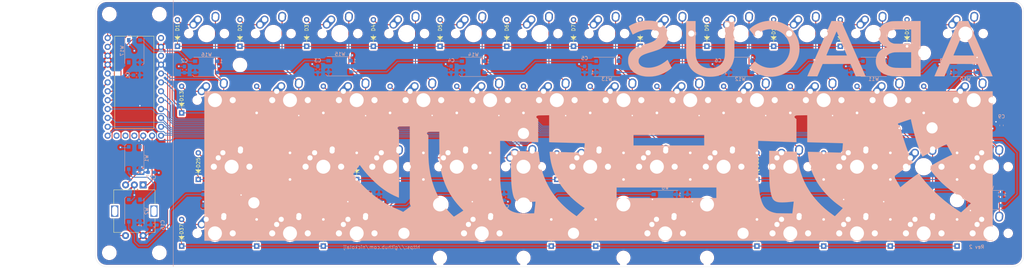
<source format=kicad_pcb>
(kicad_pcb (version 20171130) (host pcbnew "(5.1.2)-2")
  (layers (0 F.Cu signal) (31 B.Cu signal) (34 B.Paste user) (35 F.Paste user) (36 B.SilkS user hide) (37 F.SilkS user) (38 B.Mask user) (39 F.Mask user) (44 Edge.Cuts user))
  (net 0 "")
  (net 1 +5V)
  (net 2 GND)
  (net 3 "Net-(D1-Pad2)")
  (net 4 /ROW0)
  (net 5 "Net-(D2-Pad2)")
  (net 6 "Net-(D3-Pad2)")
  (net 7 "Net-(D4-Pad2)")
  (net 8 "Net-(D5-Pad2)")
  (net 9 "Net-(D6-Pad2)")
  (net 10 "Net-(D7-Pad2)")
  (net 11 "Net-(D8-Pad2)")
  (net 12 "Net-(D9-Pad2)")
  (net 13 "Net-(D10-Pad2)")
  (net 14 "Net-(D11-Pad2)")
  (net 15 "Net-(D12-Pad2)")
  (net 16 "Net-(D13-Pad2)")
  (net 17 /ROW1)
  (net 18 "Net-(D14-Pad2)")
  (net 19 "Net-(D15-Pad2)")
  (net 20 "Net-(D16-Pad2)")
  (net 21 "Net-(D17-Pad2)")
  (net 22 "Net-(D18-Pad2)")
  (net 23 "Net-(D19-Pad2)")
  (net 24 "Net-(D20-Pad2)")
  (net 25 "Net-(D21-Pad2)")
  (net 26 "Net-(D22-Pad2)")
  (net 27 "Net-(D23-Pad2)")
  (net 28 "Net-(D24-Pad2)")
  (net 29 "Net-(D25-Pad2)")
  (net 30 /ROW2)
  (net 31 "Net-(D26-Pad2)")
  (net 32 "Net-(D27-Pad2)")
  (net 33 "Net-(D28-Pad2)")
  (net 34 "Net-(D29-Pad2)")
  (net 35 "Net-(D30-Pad2)")
  (net 36 "Net-(D31-Pad2)")
  (net 37 "Net-(D32-Pad2)")
  (net 38 "Net-(D33-Pad2)")
  (net 39 "Net-(D34-Pad2)")
  (net 40 "Net-(D35-Pad2)")
  (net 41 "Net-(D36-Pad2)")
  (net 42 "Net-(D37-Pad2)")
  (net 43 /ROW3)
  (net 44 "Net-(D38-Pad2)")
  (net 45 "Net-(D39-Pad2)")
  (net 46 "Net-(D40-Pad2)")
  (net 47 "Net-(D41-Pad2)")
  (net 48 "Net-(D42-Pad2)")
  (net 49 "Net-(D43-Pad2)")
  (net 50 "Net-(D44-Pad2)")
  (net 51 "Net-(D45-Pad2)")
  (net 52 /RGB)
  (net 53 /COL0)
  (net 54 /COL1)
  (net 55 /COL2)
  (net 56 /COL3)
  (net 57 /COL4)
  (net 58 /COL5)
  (net 59 /COL6)
  (net 60 /COL7)
  (net 61 /COL8)
  (net 62 /COL9)
  (net 63 /COL10)
  (net 64 /COL11)
  (net 65 /ROTB)
  (net 66 /ROTA)
  (net 67 /ROTS)
  (net 68 "Net-(U1-Pad14)")
  (net 69 "Net-(U1-Pad15)")
  (net 70 "Net-(U1-Pad29)")
  (net 71 "Net-(W1-Pad2)")
  (net 72 "Net-(W2-Pad2)")
  (net 73 "Net-(W3-Pad2)")
  (net 74 "Net-(W4-Pad2)")
  (net 75 "Net-(W5-Pad2)")
  (net 76 "Net-(W6-Pad2)")
  (net 77 "Net-(W7-Pad2)")
  (net 78 "Net-(W8-Pad2)")
  (net 79 "Net-(W10-Pad4)")
  (net 80 "Net-(W10-Pad2)")
  (net 81 "Net-(W11-Pad2)")
  (net 82 "Net-(W12-Pad2)")
  (net 83 "Net-(W13-Pad2)")
  (net 84 "Net-(U1-Pad27)")
  (net 85 "Net-(U1-Pad13)")
  (net 86 "Net-(W14-Pad4)")
  (net 87 "Net-(W15-Pad4)")
  (net 88 "Net-(W16-Pad4)")
  (net 89 "Net-(W17-Pad4)")
  (module AbacusPCB:WS2812_Hand_Solder (layer B.Cu) (at 95.25 123.19 270)
    (fp_text reference W17 (at 0 3.5 90) (layer B.SilkS) (effects (justify mirror)))
    (fp_text value WS2812B)
    (fp_text user 1 (at -4.15 1.6 90) (layer B.SilkS) (effects (justify mirror)))
    (pad 1 smd rect (at -3.048 1.6 90) (size 1.2 1) (layers B.Cu B.Paste B.Mask) (net 2 GND))
    (pad 2 smd rect (at -3.048 -1.6 270) (size 1 1) (layers B.Cu B.Paste B.Mask) (net 88 "Net-(W16-Pad4)"))
    (pad 4 smd rect (at 3.302 1.6 270) (size 1.2 1) (layers B.Cu B.Paste B.Mask) (net 89 "Net-(W17-Pad4)"))
    (pad 3 smd rect (at 3.302 -1.6 270) (size 1 1) (layers B.Cu B.Paste B.Mask) (net 1 +5V))
  )
  (module AbacusPCB:WS2812_Hand_Solder (layer B.Cu) (at 115.8875 127.79375 180)
    (fp_text reference W16 (at 0 3.5) (layer B.SilkS) (effects (justify mirror)))
    (fp_text value WS2812B)
    (fp_text user 1 (at -4.15 1.6) (layer B.SilkS) (effects (justify mirror)))
    (pad 1 smd rect (at -3.048 1.6) (size 1.2 1) (layers B.Cu B.Paste B.Mask) (net 2 GND))
    (pad 2 smd rect (at -3.048 -1.6 180) (size 1 1) (layers B.Cu B.Paste B.Mask) (net 87 "Net-(W15-Pad4)"))
    (pad 4 smd rect (at 3.302 1.6 180) (size 1.2 1) (layers B.Cu B.Paste B.Mask) (net 88 "Net-(W16-Pad4)"))
    (pad 3 smd rect (at 3.302 -1.6 180) (size 1 1) (layers B.Cu B.Paste B.Mask) (net 1 +5V))
  )
  (module AbacusPCB:WS2812_Hand_Solder (layer B.Cu) (at 153.9875 127.635 180)
    (fp_text reference W15 (at 0 3.5) (layer B.SilkS) (effects (justify mirror)))
    (fp_text value WS2812B)
    (fp_text user 1 (at -4.15 1.6) (layer B.SilkS) (effects (justify mirror)))
    (pad 1 smd rect (at -3.048 1.6) (size 1.2 1) (layers B.Cu B.Paste B.Mask) (net 2 GND))
    (pad 2 smd rect (at -3.048 -1.6 180) (size 1 1) (layers B.Cu B.Paste B.Mask) (net 86 "Net-(W14-Pad4)"))
    (pad 4 smd rect (at 3.302 1.6 180) (size 1.2 1) (layers B.Cu B.Paste B.Mask) (net 87 "Net-(W15-Pad4)"))
    (pad 3 smd rect (at 3.302 -1.6 180) (size 1 1) (layers B.Cu B.Paste B.Mask) (net 1 +5V))
  )
  (module AbacusPCB:WS2812_Hand_Solder (layer B.Cu) (at 192.0875 127.79375 180)
    (fp_text reference W14 (at 0 3.5) (layer B.SilkS) (effects (justify mirror)))
    (fp_text value WS2812B)
    (fp_text user 1 (at -4.15 1.6) (layer B.SilkS) (effects (justify mirror)))
    (pad 1 smd rect (at -3.048 1.6) (size 1.2 1) (layers B.Cu B.Paste B.Mask) (net 2 GND))
    (pad 2 smd rect (at -3.048 -1.6 180) (size 1 1) (layers B.Cu B.Paste B.Mask) (net 83 "Net-(W13-Pad2)"))
    (pad 4 smd rect (at 3.302 1.6 180) (size 1.2 1) (layers B.Cu B.Paste B.Mask) (net 86 "Net-(W14-Pad4)"))
    (pad 3 smd rect (at 3.302 -1.6 180) (size 1 1) (layers B.Cu B.Paste B.Mask) (net 1 +5V))
  )
  (module AbacusPCB:WS2812_Hand_Solder (layer B.Cu) (at 230.1875 127.79375)
    (fp_text reference W13 (at 0 3.5) (layer B.SilkS) (effects (justify mirror)))
    (fp_text value WS2812B)
    (fp_text user 1 (at -4.15 1.6) (layer B.SilkS) (effects (justify mirror)))
    (pad 1 smd rect (at -3.048 1.6 180) (size 1.2 1) (layers B.Cu B.Paste B.Mask) (net 1 +5V))
    (pad 2 smd rect (at -3.048 -1.6) (size 1 1) (layers B.Cu B.Paste B.Mask) (net 83 "Net-(W13-Pad2)"))
    (pad 4 smd rect (at 3.302 1.6) (size 1.2 1) (layers B.Cu B.Paste B.Mask) (net 82 "Net-(W12-Pad2)"))
    (pad 3 smd rect (at 3.302 -1.6) (size 1 1) (layers B.Cu B.Paste B.Mask) (net 2 GND))
  )
  (module AbacusPCB:WS2812_Hand_Solder (layer B.Cu) (at 268.2875 127.79375)
    (fp_text reference W12 (at 0 3.5) (layer B.SilkS) (effects (justify mirror)))
    (fp_text value WS2812B)
    (fp_text user 1 (at -4.15 1.6) (layer B.SilkS) (effects (justify mirror)))
    (pad 1 smd rect (at -3.048 1.6 180) (size 1.2 1) (layers B.Cu B.Paste B.Mask) (net 1 +5V))
    (pad 2 smd rect (at -3.048 -1.6) (size 1 1) (layers B.Cu B.Paste B.Mask) (net 82 "Net-(W12-Pad2)"))
    (pad 4 smd rect (at 3.302 1.6) (size 1.2 1) (layers B.Cu B.Paste B.Mask) (net 81 "Net-(W11-Pad2)"))
    (pad 3 smd rect (at 3.302 -1.6) (size 1 1) (layers B.Cu B.Paste B.Mask) (net 2 GND))
  )
  (module AbacusPCB:WS2812_Hand_Solder (layer B.Cu) (at 306.3875 127.79375)
    (fp_text reference W11 (at 0 3.5) (layer B.SilkS) (effects (justify mirror)))
    (fp_text value WS2812B)
    (fp_text user 1 (at -4.15 1.6) (layer B.SilkS) (effects (justify mirror)))
    (pad 1 smd rect (at -3.048 1.6 180) (size 1.2 1) (layers B.Cu B.Paste B.Mask) (net 1 +5V))
    (pad 2 smd rect (at -3.048 -1.6) (size 1 1) (layers B.Cu B.Paste B.Mask) (net 81 "Net-(W11-Pad2)"))
    (pad 4 smd rect (at 3.302 1.6) (size 1.2 1) (layers B.Cu B.Paste B.Mask) (net 80 "Net-(W10-Pad2)"))
    (pad 3 smd rect (at 3.302 -1.6) (size 1 1) (layers B.Cu B.Paste B.Mask) (net 2 GND))
  )
  (module AbacusPCB:WS2812_Hand_Solder (layer B.Cu) (at 332.58125 127.79375)
    (fp_text reference W10 (at 0 3.5) (layer B.SilkS) (effects (justify mirror)))
    (fp_text value WS2812B)
    (fp_text user 1 (at -4.15 1.6) (layer B.SilkS) (effects (justify mirror)))
    (pad 1 smd rect (at -3.048 1.6 180) (size 1.2 1) (layers B.Cu B.Paste B.Mask) (net 1 +5V))
    (pad 2 smd rect (at -3.048 -1.6) (size 1 1) (layers B.Cu B.Paste B.Mask) (net 80 "Net-(W10-Pad2)"))
    (pad 4 smd rect (at 3.302 1.6) (size 1.2 1) (layers B.Cu B.Paste B.Mask) (net 79 "Net-(W10-Pad4)"))
    (pad 3 smd rect (at 3.302 -1.6) (size 1 1) (layers B.Cu B.Paste B.Mask) (net 2 GND))
  )
  (module AbacusPCB:WS2812_Hand_Solder (layer B.Cu) (at 334.9625 146.84375)
    (fp_text reference W9 (at 0 3.5) (layer B.SilkS) (effects (justify mirror)))
    (fp_text value WS2812B)
    (fp_text user 1 (at -4.15 1.6) (layer B.SilkS) (effects (justify mirror)))
    (pad 1 smd rect (at -3.048 1.6 180) (size 1.2 1) (layers B.Cu B.Paste B.Mask) (net 1 +5V))
    (pad 2 smd rect (at -3.048 -1.6) (size 1 1) (layers B.Cu B.Paste B.Mask) (net 79 "Net-(W10-Pad4)"))
    (pad 4 smd rect (at 3.302 1.6) (size 1.2 1) (layers B.Cu B.Paste B.Mask) (net 78 "Net-(W8-Pad2)"))
    (pad 3 smd rect (at 3.302 -1.6) (size 1 1) (layers B.Cu B.Paste B.Mask) (net 2 GND))
  )
  (module AbacusPCB:WS2812_Hand_Solder (layer B.Cu) (at 339.725 165.89375 180)
    (fp_text reference W8 (at 0 3.5) (layer B.SilkS) (effects (justify mirror)))
    (fp_text value WS2812B)
    (fp_text user 1 (at -4.15 1.6) (layer B.SilkS) (effects (justify mirror)))
    (pad 1 smd rect (at -3.048 1.6) (size 1.2 1) (layers B.Cu B.Paste B.Mask) (net 1 +5V))
    (pad 2 smd rect (at -3.048 -1.6 180) (size 1 1) (layers B.Cu B.Paste B.Mask) (net 78 "Net-(W8-Pad2)"))
    (pad 4 smd rect (at 3.302 1.6 180) (size 1.2 1) (layers B.Cu B.Paste B.Mask) (net 77 "Net-(W7-Pad2)"))
    (pad 3 smd rect (at 3.302 -1.6 180) (size 1 1) (layers B.Cu B.Paste B.Mask) (net 2 GND))
  )
  (module AbacusPCB:WS2812_Hand_Solder (layer B.Cu) (at 301.625 165.89375 180)
    (fp_text reference W7 (at 0 3.5) (layer B.SilkS) (effects (justify mirror)))
    (fp_text value WS2812B)
    (fp_text user 1 (at -4.15 1.6) (layer B.SilkS) (effects (justify mirror)))
    (pad 1 smd rect (at -3.048 1.6) (size 1.2 1) (layers B.Cu B.Paste B.Mask) (net 1 +5V))
    (pad 2 smd rect (at -3.048 -1.6 180) (size 1 1) (layers B.Cu B.Paste B.Mask) (net 77 "Net-(W7-Pad2)"))
    (pad 4 smd rect (at 3.302 1.6 180) (size 1.2 1) (layers B.Cu B.Paste B.Mask) (net 76 "Net-(W6-Pad2)"))
    (pad 3 smd rect (at 3.302 -1.6 180) (size 1 1) (layers B.Cu B.Paste B.Mask) (net 2 GND))
  )
  (module AbacusPCB:WS2812_Hand_Solder (layer B.Cu) (at 246.85625 165.89375 180)
    (fp_text reference W6 (at 0 3.5) (layer B.SilkS) (effects (justify mirror)))
    (fp_text value WS2812B)
    (fp_text user 1 (at -4.15 1.6) (layer B.SilkS) (effects (justify mirror)))
    (pad 1 smd rect (at -3.048 1.6) (size 1.2 1) (layers B.Cu B.Paste B.Mask) (net 1 +5V))
    (pad 2 smd rect (at -3.048 -1.6 180) (size 1 1) (layers B.Cu B.Paste B.Mask) (net 76 "Net-(W6-Pad2)"))
    (pad 4 smd rect (at 3.302 1.6 180) (size 1.2 1) (layers B.Cu B.Paste B.Mask) (net 75 "Net-(W5-Pad2)"))
    (pad 3 smd rect (at 3.302 -1.6 180) (size 1 1) (layers B.Cu B.Paste B.Mask) (net 2 GND))
  )
  (module AbacusPCB:WS2812_Hand_Solder (layer B.Cu) (at 194.46875 165.89375 180)
    (fp_text reference W5 (at 0 3.5) (layer B.SilkS) (effects (justify mirror)))
    (fp_text value WS2812B)
    (fp_text user 1 (at -4.15 1.6) (layer B.SilkS) (effects (justify mirror)))
    (pad 1 smd rect (at -3.048 1.6) (size 1.2 1) (layers B.Cu B.Paste B.Mask) (net 1 +5V))
    (pad 2 smd rect (at -3.048 -1.6 180) (size 1 1) (layers B.Cu B.Paste B.Mask) (net 75 "Net-(W5-Pad2)"))
    (pad 4 smd rect (at 3.302 1.6 180) (size 1.2 1) (layers B.Cu B.Paste B.Mask) (net 74 "Net-(W4-Pad2)"))
    (pad 3 smd rect (at 3.302 -1.6 180) (size 1 1) (layers B.Cu B.Paste B.Mask) (net 2 GND))
  )
  (module AbacusPCB:WS2812_Hand_Solder (layer B.Cu) (at 158.75 165.89375 180)
    (fp_text reference W4 (at 0 3.5) (layer B.SilkS) (effects (justify mirror)))
    (fp_text value WS2812B)
    (fp_text user 1 (at -4.15 1.6) (layer B.SilkS) (effects (justify mirror)))
    (pad 1 smd rect (at -3.048 1.6) (size 1.2 1) (layers B.Cu B.Paste B.Mask) (net 1 +5V))
    (pad 2 smd rect (at -3.048 -1.6 180) (size 1 1) (layers B.Cu B.Paste B.Mask) (net 74 "Net-(W4-Pad2)"))
    (pad 4 smd rect (at 3.302 1.6 180) (size 1.2 1) (layers B.Cu B.Paste B.Mask) (net 73 "Net-(W3-Pad2)"))
    (pad 3 smd rect (at 3.302 -1.6 180) (size 1 1) (layers B.Cu B.Paste B.Mask) (net 2 GND))
  )
  (module AbacusPCB:WS2812_Hand_Solder (layer B.Cu) (at 118.26875 165.89375 180)
    (fp_text reference W3 (at 0 3.5) (layer B.SilkS) (effects (justify mirror)))
    (fp_text value WS2812B)
    (fp_text user 1 (at -4.15 1.6) (layer B.SilkS) (effects (justify mirror)))
    (pad 1 smd rect (at -3.048 1.6) (size 1.2 1) (layers B.Cu B.Paste B.Mask) (net 1 +5V))
    (pad 2 smd rect (at -3.048 -1.6 180) (size 1 1) (layers B.Cu B.Paste B.Mask) (net 73 "Net-(W3-Pad2)"))
    (pad 4 smd rect (at 3.302 1.6 180) (size 1.2 1) (layers B.Cu B.Paste B.Mask) (net 72 "Net-(W2-Pad2)"))
    (pad 3 smd rect (at 3.302 -1.6 180) (size 1 1) (layers B.Cu B.Paste B.Mask) (net 2 GND))
  )
  (module AbacusPCB:WS2812_Hand_Solder (layer B.Cu) (at 95.25 169.06875 90)
    (fp_text reference W2 (at 0 3.5 90) (layer B.SilkS) (effects (justify mirror)))
    (fp_text value WS2812B)
    (fp_text user 1 (at -4.15 1.6 90) (layer B.SilkS) (effects (justify mirror)))
    (pad 1 smd rect (at -3.048 1.6 270) (size 1.2 1) (layers B.Cu B.Paste B.Mask) (net 1 +5V))
    (pad 2 smd rect (at -3.048 -1.6 90) (size 1 1) (layers B.Cu B.Paste B.Mask) (net 72 "Net-(W2-Pad2)"))
    (pad 4 smd rect (at 3.302 1.6 90) (size 1.2 1) (layers B.Cu B.Paste B.Mask) (net 71 "Net-(W1-Pad2)"))
    (pad 3 smd rect (at 3.302 -1.6 90) (size 1 1) (layers B.Cu B.Paste B.Mask) (net 2 GND))
  )
  (module AbacusPCB:WS2812_Hand_Solder (layer B.Cu) (at 95.25 153.9875 90)
    (fp_text reference W1 (at 0 3.5 270) (layer B.SilkS) (effects (justify mirror)))
    (fp_text value WS2812B)
    (fp_text user 1 (at -4.15 1.6 270) (layer B.SilkS) (effects (justify mirror)))
    (pad 1 smd rect (at -3.048 1.6 270) (size 1.2 1) (layers B.Cu B.Paste B.Mask) (net 1 +5V))
    (pad 2 smd rect (at -3.048 -1.6 90) (size 1 1) (layers B.Cu B.Paste B.Mask) (net 71 "Net-(W1-Pad2)"))
    (pad 4 smd rect (at 3.302 1.6 90) (size 1.2 1) (layers B.Cu B.Paste B.Mask) (net 52 /RGB))
    (pad 3 smd rect (at 3.302 -1.6 90) (size 1 1) (layers B.Cu B.Paste B.Mask) (net 2 GND))
  )
  (module AbacusPCB:art (layer B.Cu) (at 227.80625 146.05 180)
    (fp_text reference G*** hide)
    (fp_text value LOGO hide)
  )
  (module AbacusPCB:Encoder (layer F.Cu) (at 95.25 169.06875 270)
    (fp_text reference SW1 hide)
    (fp_text value Rotary_Encoder_Switch)
    (pad S2 thru_hole circle (at 7 -2.5 270) (size 2 2) (drill 1) (layers *.Cu *.Mask) (net 2 GND))
    (pad MP thru_hole rect (at 0 -5.6 270) (size 3.2 2) (drill oval 2.8 1.5) (layers *.Cu *.Mask))
    (pad B thru_hole circle (at -7.5 2.5 270) (size 2 2) (drill 1) (layers *.Cu *.Mask) (net 65 /ROTB))
    (pad MP thru_hole rect (at 0 5.6 270) (size 3.2 2) (drill oval 2.8 1.5) (layers *.Cu *.Mask))
    (pad C thru_hole circle (at -7.5 0 270) (size 2 2) (drill 1) (layers *.Cu *.Mask) (net 2 GND))
    (pad A thru_hole rect (at -7.5 -2.5 270) (size 2 2) (drill 1) (layers *.Cu *.Mask) (net 66 /ROTA))
    (pad S1 thru_hole circle (at 7 2.5 270) (size 2 2) (drill 1) (layers *.Cu *.Mask) (net 67 /ROTS))
  )
  (module "AbacusPCB:Elite-C Pro-Micro" (layer F.Cu) (at 95.25 124.61875)
    (fp_text reference U1 hide)
    (fp_text value Elite-C_Pro-Micro)
    (pad 29 thru_hole circle (at 7.62 -5.08) (size 1.75 1.75) (drill 1) (layers *.Cu *.Mask) (net 70 "Net-(U1-Pad29)"))
    (pad 20 thru_hole circle (at 7.62 17.78) (size 1.75 1.75) (drill 1) (layers *.Cu *.Mask) (net 59 /COL6))
    (pad 28 thru_hole circle (at 7.62 -2.54) (size 1.75 1.75) (drill 1) (layers *.Cu *.Mask) (net 2 GND))
    (pad 27 thru_hole circle (at 7.62 0) (size 1.75 1.75) (drill 1) (layers *.Cu *.Mask) (net 84 "Net-(U1-Pad27)"))
    (pad 26 thru_hole circle (at 7.62 2.54) (size 1.75 1.75) (drill 1) (layers *.Cu *.Mask) (net 1 +5V))
    (pad 25 thru_hole circle (at 7.62 5.08) (size 1.75 1.75) (drill 1) (layers *.Cu *.Mask) (net 53 /COL0))
    (pad 24 thru_hole circle (at 7.62 7.62) (size 1.75 1.75) (drill 1) (layers *.Cu *.Mask) (net 54 /COL1))
    (pad 23 thru_hole circle (at 7.62 10.16) (size 1.75 1.75) (drill 1) (layers *.Cu *.Mask) (net 55 /COL2))
    (pad 22 thru_hole circle (at 7.62 12.7) (size 1.75 1.75) (drill 1) (layers *.Cu *.Mask) (net 56 /COL3))
    (pad 21 thru_hole circle (at 7.62 15.24) (size 1.75 1.75) (drill 1) (layers *.Cu *.Mask) (net 57 /COL4))
    (pad 19 thru_hole circle (at 7.62 20.32) (size 1.75 1.75) (drill 1) (layers *.Cu *.Mask) (net 61 /COL8))
    (pad 18 thru_hole circle (at 7.62 22.86) (size 1.75 1.75) (drill 1) (layers *.Cu *.Mask) (net 63 /COL10))
    (pad 17 thru_hole circle (at 5.08 22.86) (size 1.75 1.75) (drill 1) (layers *.Cu *.Mask) (net 66 /ROTA))
    (pad 16 thru_hole circle (at 2.54 22.86) (size 1.75 1.75) (drill 1) (layers *.Cu *.Mask) (net 65 /ROTB))
    (pad 15 thru_hole circle (at 0 22.86) (size 1.75 1.75) (drill 1) (layers *.Cu *.Mask) (net 69 "Net-(U1-Pad15)"))
    (pad 14 thru_hole circle (at -2.54 22.86) (size 1.75 1.75) (drill 1) (layers *.Cu *.Mask) (net 68 "Net-(U1-Pad14)"))
    (pad 13 thru_hole circle (at -5.08 22.86) (size 1.75 1.75) (drill 1) (layers *.Cu *.Mask) (net 85 "Net-(U1-Pad13)"))
    (pad 12 thru_hole circle (at -7.62 22.86) (size 1.75 1.75) (drill 1) (layers *.Cu *.Mask) (net 64 /COL11))
    (pad 11 thru_hole circle (at -7.62 20.32) (size 1.75 1.75) (drill 1) (layers *.Cu *.Mask) (net 62 /COL9))
    (pad 10 thru_hole circle (at -7.62 17.78) (size 1.75 1.75) (drill 1) (layers *.Cu *.Mask) (net 60 /COL7))
    (pad 9 thru_hole circle (at -7.62 15.24) (size 1.75 1.75) (drill 1) (layers *.Cu *.Mask) (net 58 /COL5))
    (pad 8 thru_hole circle (at -7.62 12.7) (size 1.75 1.75) (drill 1) (layers *.Cu *.Mask) (net 43 /ROW3))
    (pad 7 thru_hole circle (at -7.62 10.16) (size 1.75 1.75) (drill 1) (layers *.Cu *.Mask) (net 30 /ROW2))
    (pad 6 thru_hole circle (at -7.62 7.62) (size 1.75 1.75) (drill 1) (layers *.Cu *.Mask) (net 67 /ROTS))
    (pad 5 thru_hole circle (at -7.62 5.08) (size 1.75 1.75) (drill 1) (layers *.Cu *.Mask) (net 52 /RGB))
    (pad 4 thru_hole circle (at -7.62 2.54) (size 1.75 1.75) (drill 1) (layers *.Cu *.Mask) (net 2 GND))
    (pad 3 thru_hole circle (at -7.62 0) (size 1.75 1.75) (drill 1) (layers *.Cu *.Mask) (net 2 GND))
    (pad 2 thru_hole circle (at -7.62 -2.54) (size 1.75 1.75) (drill 1) (layers *.Cu *.Mask) (net 17 /ROW1))
    (pad 1 thru_hole circle (at -7.62 -5.08) (size 1.75 1.75) (drill 1) (layers *.Cu *.Mask) (net 4 /ROW0))
  )
  (module MX_Alps_Hybrid:MX-1.25U-NoLED (layer F.Cu) (at 118.26875 175.41875)
    (fp_text reference K37)
    (fp_text value KEYSW)
    (pad 2 thru_hole oval (at 2.5 -4.5 86.0548) (size 2.831378 2.25) (drill 1.47 (offset 0.290689 0)) (layers *.Cu B.Mask) (net 53 /COL0))
    (pad 2 thru_hole circle (at 2.54 -5.08) (size 2.25 2.25) (drill 1.47) (layers *.Cu B.Mask) (net 53 /COL0))
    (pad 1 thru_hole oval (at -3.81 -2.54 48.0996) (size 4.211556 2.25) (drill 1.47 (offset 0.980778 0)) (layers *.Cu B.Mask) (net 42 "Net-(D37-Pad2)"))
    (pad "" np_thru_hole circle (at 0 0) (size 3.9878 3.9878) (drill 3.9878) (layers *.Cu *.Mask))
    (pad 1 thru_hole circle (at -2.5 -4) (size 2.25 2.25) (drill 1.47) (layers *.Cu B.Mask) (net 42 "Net-(D37-Pad2)"))
    (pad "" np_thru_hole circle (at -5.08 0 48.0996) (size 1.75 1.75) (drill 1.75) (layers *.Cu *.Mask))
    (pad "" np_thru_hole circle (at 5.08 0 48.0996) (size 1.75 1.75) (drill 1.75) (layers *.Cu *.Mask))
  )
  (module "AbacusPCB:M3 Hole" (layer F.Cu) (at 172.24375 175.41875)
    (fp_text reference H5 hide)
    (fp_text value MH)
    (pad 1 np_thru_hole circle (at 0 0) (size 3.2 3.2) (drill 3.2) (layers *.Cu *.Mask))
  )
  (module AbacusPCB:Diode (layer F.Cu) (at 107.553125 114.3 270)
    (fp_text reference D1 (at 1.27 0 90) (layer F.SilkS) (effects (justify right)))
    (fp_text value D)
    (pad 1 thru_hole rect (at 7.62 0 270) (size 1.524 1.524) (drill 0.762) (layers *.Cu *.Mask) (net 4 /ROW0))
    (pad 2 thru_hole circle (at 0 0 270) (size 1.524 1.524) (drill 0.762) (layers *.Cu *.Mask) (net 3 "Net-(D1-Pad2)"))
  )
  (module AbacusPCB:Diode (layer F.Cu) (at 125.4125 114.3 270)
    (fp_text reference D2 (at 1.27 0 90) (layer F.SilkS) (effects (justify right)))
    (fp_text value D)
    (pad 1 thru_hole rect (at 7.62 0 270) (size 1.524 1.524) (drill 0.762) (layers *.Cu *.Mask) (net 4 /ROW0))
    (pad 2 thru_hole circle (at 0 0 270) (size 1.524 1.524) (drill 0.762) (layers *.Cu *.Mask) (net 5 "Net-(D2-Pad2)"))
  )
  (module AbacusPCB:Diode (layer F.Cu) (at 144.4625 114.3 270)
    (fp_text reference D3 (at 1.27 0 90) (layer F.SilkS) (effects (justify right)))
    (fp_text value D)
    (pad 1 thru_hole rect (at 7.62 0 270) (size 1.524 1.524) (drill 0.762) (layers *.Cu *.Mask) (net 4 /ROW0))
    (pad 2 thru_hole circle (at 0 0 270) (size 1.524 1.524) (drill 0.762) (layers *.Cu *.Mask) (net 6 "Net-(D3-Pad2)"))
  )
  (module AbacusPCB:Diode (layer F.Cu) (at 163.5125 114.3 270)
    (fp_text reference D4 (at 1.27 0 90) (layer F.SilkS) (effects (justify right)))
    (fp_text value D)
    (pad 1 thru_hole rect (at 7.62 0 270) (size 1.524 1.524) (drill 0.762) (layers *.Cu *.Mask) (net 4 /ROW0))
    (pad 2 thru_hole circle (at 0 0 270) (size 1.524 1.524) (drill 0.762) (layers *.Cu *.Mask) (net 7 "Net-(D4-Pad2)"))
  )
  (module AbacusPCB:Diode (layer F.Cu) (at 182.5625 114.3 270)
    (fp_text reference D5 (at 1.27 0 90) (layer F.SilkS) (effects (justify right)))
    (fp_text value D)
    (pad 1 thru_hole rect (at 7.62 0 270) (size 1.524 1.524) (drill 0.762) (layers *.Cu *.Mask) (net 4 /ROW0))
    (pad 2 thru_hole circle (at 0 0 270) (size 1.524 1.524) (drill 0.762) (layers *.Cu *.Mask) (net 8 "Net-(D5-Pad2)"))
  )
  (module AbacusPCB:Diode (layer F.Cu) (at 201.6125 114.3 270)
    (fp_text reference D6 (at 1.27 0 90) (layer F.SilkS) (effects (justify right)))
    (fp_text value D)
    (pad 1 thru_hole rect (at 7.62 0 270) (size 1.524 1.524) (drill 0.762) (layers *.Cu *.Mask) (net 4 /ROW0))
    (pad 2 thru_hole circle (at 0 0 270) (size 1.524 1.524) (drill 0.762) (layers *.Cu *.Mask) (net 9 "Net-(D6-Pad2)"))
  )
  (module AbacusPCB:Diode (layer F.Cu) (at 220.6625 114.3 270)
    (fp_text reference D7 (at 1.27 0 90) (layer F.SilkS) (effects (justify right)))
    (fp_text value D)
    (pad 1 thru_hole rect (at 7.62 0 270) (size 1.524 1.524) (drill 0.762) (layers *.Cu *.Mask) (net 4 /ROW0))
    (pad 2 thru_hole circle (at 0 0 270) (size 1.524 1.524) (drill 0.762) (layers *.Cu *.Mask) (net 10 "Net-(D7-Pad2)"))
  )
  (module AbacusPCB:Diode (layer F.Cu) (at 239.7125 114.3 270)
    (fp_text reference D8 (at 1.27 0 90) (layer F.SilkS) (effects (justify right)))
    (fp_text value D)
    (pad 1 thru_hole rect (at 7.62 0 270) (size 1.524 1.524) (drill 0.762) (layers *.Cu *.Mask) (net 4 /ROW0))
    (pad 2 thru_hole circle (at 0 0 270) (size 1.524 1.524) (drill 0.762) (layers *.Cu *.Mask) (net 11 "Net-(D8-Pad2)"))
  )
  (module AbacusPCB:Diode (layer F.Cu) (at 258.7625 114.3 270)
    (fp_text reference D9 (at 1.27 0 90) (layer F.SilkS) (effects (justify right)))
    (fp_text value D)
    (pad 1 thru_hole rect (at 7.62 0 270) (size 1.524 1.524) (drill 0.762) (layers *.Cu *.Mask) (net 4 /ROW0))
    (pad 2 thru_hole circle (at 0 0 270) (size 1.524 1.524) (drill 0.762) (layers *.Cu *.Mask) (net 12 "Net-(D9-Pad2)"))
  )
  (module AbacusPCB:Diode (layer F.Cu) (at 277.8125 114.3 270)
    (fp_text reference D10 (at 1.27 0 90) (layer F.SilkS) (effects (justify right)))
    (fp_text value D)
    (pad 1 thru_hole rect (at 7.62 0 270) (size 1.524 1.524) (drill 0.762) (layers *.Cu *.Mask) (net 4 /ROW0))
    (pad 2 thru_hole circle (at 0 0 270) (size 1.524 1.524) (drill 0.762) (layers *.Cu *.Mask) (net 13 "Net-(D10-Pad2)"))
  )
  (module AbacusPCB:Diode (layer F.Cu) (at 296.8625 114.3 270)
    (fp_text reference D11 (at 1.27 0 90) (layer F.SilkS) (effects (justify right)))
    (fp_text value D)
    (pad 1 thru_hole rect (at 7.62 0 270) (size 1.524 1.524) (drill 0.762) (layers *.Cu *.Mask) (net 4 /ROW0))
    (pad 2 thru_hole circle (at 0 0 270) (size 1.524 1.524) (drill 0.762) (layers *.Cu *.Mask) (net 14 "Net-(D11-Pad2)"))
  )
  (module AbacusPCB:Diode (layer F.Cu) (at 315.9125 114.3 270)
    (fp_text reference D12 (at 1.27 0 90) (layer F.SilkS) (effects (justify right)))
    (fp_text value D)
    (pad 1 thru_hole rect (at 7.62 0 270) (size 1.524 1.524) (drill 0.762) (layers *.Cu *.Mask) (net 4 /ROW0))
    (pad 2 thru_hole circle (at 0 0 270) (size 1.524 1.524) (drill 0.762) (layers *.Cu *.Mask) (net 15 "Net-(D12-Pad2)"))
  )
  (module AbacusPCB:Diode (layer F.Cu) (at 108.74375 133.35 270)
    (fp_text reference D13 (at 1.27 0 90) (layer F.SilkS) (effects (justify right)))
    (fp_text value D)
    (pad 1 thru_hole rect (at 7.62 0 270) (size 1.524 1.524) (drill 0.762) (layers *.Cu *.Mask) (net 17 /ROW1))
    (pad 2 thru_hole circle (at 0 0 270) (size 1.524 1.524) (drill 0.762) (layers *.Cu *.Mask) (net 16 "Net-(D13-Pad2)"))
  )
  (module AbacusPCB:Diode (layer F.Cu) (at 130.175 133.35 270)
    (fp_text reference D14 (at 1.27 0 90) (layer F.SilkS) (effects (justify right)))
    (fp_text value D)
    (pad 1 thru_hole rect (at 7.62 0 270) (size 1.524 1.524) (drill 0.762) (layers *.Cu *.Mask) (net 17 /ROW1))
    (pad 2 thru_hole circle (at 0 0 270) (size 1.524 1.524) (drill 0.762) (layers *.Cu *.Mask) (net 18 "Net-(D14-Pad2)"))
  )
  (module AbacusPCB:Diode (layer F.Cu) (at 149.225 133.35 270)
    (fp_text reference D15 (at 1.27 0 90) (layer F.SilkS) (effects (justify right)))
    (fp_text value D)
    (pad 1 thru_hole rect (at 7.62 0 270) (size 1.524 1.524) (drill 0.762) (layers *.Cu *.Mask) (net 17 /ROW1))
    (pad 2 thru_hole circle (at 0 0 270) (size 1.524 1.524) (drill 0.762) (layers *.Cu *.Mask) (net 19 "Net-(D15-Pad2)"))
  )
  (module AbacusPCB:Diode (layer F.Cu) (at 168.275 133.35 270)
    (fp_text reference D16 (at 1.27 0 90) (layer F.SilkS) (effects (justify right)))
    (fp_text value D)
    (pad 1 thru_hole rect (at 7.62 0 270) (size 1.524 1.524) (drill 0.762) (layers *.Cu *.Mask) (net 17 /ROW1))
    (pad 2 thru_hole circle (at 0 0 270) (size 1.524 1.524) (drill 0.762) (layers *.Cu *.Mask) (net 20 "Net-(D16-Pad2)"))
  )
  (module AbacusPCB:Diode (layer F.Cu) (at 187.325 133.35 270)
    (fp_text reference D17 (at 1.27 0 90) (layer F.SilkS) (effects (justify right)))
    (fp_text value D)
    (pad 1 thru_hole rect (at 7.62 0 270) (size 1.524 1.524) (drill 0.762) (layers *.Cu *.Mask) (net 17 /ROW1))
    (pad 2 thru_hole circle (at 0 0 270) (size 1.524 1.524) (drill 0.762) (layers *.Cu *.Mask) (net 21 "Net-(D17-Pad2)"))
  )
  (module AbacusPCB:Diode (layer F.Cu) (at 206.375 133.35 270)
    (fp_text reference D18 (at 1.27 0 90) (layer F.SilkS) (effects (justify right)))
    (fp_text value D)
    (pad 1 thru_hole rect (at 7.62 0 270) (size 1.524 1.524) (drill 0.762) (layers *.Cu *.Mask) (net 17 /ROW1))
    (pad 2 thru_hole circle (at 0 0 270) (size 1.524 1.524) (drill 0.762) (layers *.Cu *.Mask) (net 22 "Net-(D18-Pad2)"))
  )
  (module AbacusPCB:Diode (layer F.Cu) (at 225.425 133.35 270)
    (fp_text reference D19 (at 1.27 0 90) (layer F.SilkS) (effects (justify right)))
    (fp_text value D)
    (pad 1 thru_hole rect (at 7.62 0 270) (size 1.524 1.524) (drill 0.762) (layers *.Cu *.Mask) (net 17 /ROW1))
    (pad 2 thru_hole circle (at 0 0 270) (size 1.524 1.524) (drill 0.762) (layers *.Cu *.Mask) (net 23 "Net-(D19-Pad2)"))
  )
  (module AbacusPCB:Diode (layer F.Cu) (at 244.475 133.35 270)
    (fp_text reference D20 (at 1.27 0 90) (layer F.SilkS) (effects (justify right)))
    (fp_text value D)
    (pad 1 thru_hole rect (at 7.62 0 270) (size 1.524 1.524) (drill 0.762) (layers *.Cu *.Mask) (net 17 /ROW1))
    (pad 2 thru_hole circle (at 0 0 270) (size 1.524 1.524) (drill 0.762) (layers *.Cu *.Mask) (net 24 "Net-(D20-Pad2)"))
  )
  (module AbacusPCB:Diode (layer F.Cu) (at 263.525 133.35 270)
    (fp_text reference D21 (at 1.27 0 90) (layer F.SilkS) (effects (justify right)))
    (fp_text value D)
    (pad 1 thru_hole rect (at 7.62 0 270) (size 1.524 1.524) (drill 0.762) (layers *.Cu *.Mask) (net 17 /ROW1))
    (pad 2 thru_hole circle (at 0 0 270) (size 1.524 1.524) (drill 0.762) (layers *.Cu *.Mask) (net 25 "Net-(D21-Pad2)"))
  )
  (module AbacusPCB:Diode (layer F.Cu) (at 282.575 133.35 270)
    (fp_text reference D22 (at 1.27 0 90) (layer F.SilkS) (effects (justify right)))
    (fp_text value D)
    (pad 1 thru_hole rect (at 7.62 0 270) (size 1.524 1.524) (drill 0.762) (layers *.Cu *.Mask) (net 17 /ROW1))
    (pad 2 thru_hole circle (at 0 0 270) (size 1.524 1.524) (drill 0.762) (layers *.Cu *.Mask) (net 26 "Net-(D22-Pad2)"))
  )
  (module AbacusPCB:Diode (layer F.Cu) (at 301.625 133.35 270)
    (fp_text reference D23 (at 1.27 0 90) (layer F.SilkS) (effects (justify right)))
    (fp_text value D)
    (pad 1 thru_hole rect (at 7.62 0 270) (size 1.524 1.524) (drill 0.762) (layers *.Cu *.Mask) (net 17 /ROW1))
    (pad 2 thru_hole circle (at 0 0 270) (size 1.524 1.524) (drill 0.762) (layers *.Cu *.Mask) (net 27 "Net-(D23-Pad2)"))
  )
  (module AbacusPCB:Diode (layer F.Cu) (at 320.675 133.35 270)
    (fp_text reference D24 (at 1.27 0 90) (layer F.SilkS) (effects (justify right)))
    (fp_text value D)
    (pad 1 thru_hole rect (at 7.62 0 270) (size 1.524 1.524) (drill 0.762) (layers *.Cu *.Mask) (net 17 /ROW1))
    (pad 2 thru_hole circle (at 0 0 270) (size 1.524 1.524) (drill 0.762) (layers *.Cu *.Mask) (net 28 "Net-(D24-Pad2)"))
  )
  (module AbacusPCB:Diode (layer F.Cu) (at 113.50625 152.4 270)
    (fp_text reference D25 (at 1.27 0 90) (layer F.SilkS) (effects (justify right)))
    (fp_text value D)
    (pad 1 thru_hole rect (at 7.62 0 270) (size 1.524 1.524) (drill 0.762) (layers *.Cu *.Mask) (net 30 /ROW2))
    (pad 2 thru_hole circle (at 0 0 270) (size 1.524 1.524) (drill 0.762) (layers *.Cu *.Mask) (net 29 "Net-(D25-Pad2)"))
  )
  (module AbacusPCB:Diode (layer F.Cu) (at 139.7 152.4 270)
    (fp_text reference D26 (at 1.27 0 90) (layer F.SilkS) (effects (justify right)))
    (fp_text value D)
    (pad 1 thru_hole rect (at 7.62 0 270) (size 1.524 1.524) (drill 0.762) (layers *.Cu *.Mask) (net 30 /ROW2))
    (pad 2 thru_hole circle (at 0 0 270) (size 1.524 1.524) (drill 0.762) (layers *.Cu *.Mask) (net 31 "Net-(D26-Pad2)"))
  )
  (module AbacusPCB:Diode (layer F.Cu) (at 158.75 152.4 270)
    (fp_text reference D27 (at 1.27 0 90) (layer F.SilkS) (effects (justify right)))
    (fp_text value D)
    (pad 1 thru_hole rect (at 7.62 0 270) (size 1.524 1.524) (drill 0.762) (layers *.Cu *.Mask) (net 30 /ROW2))
    (pad 2 thru_hole circle (at 0 0 270) (size 1.524 1.524) (drill 0.762) (layers *.Cu *.Mask) (net 32 "Net-(D27-Pad2)"))
  )
  (module AbacusPCB:Diode (layer F.Cu) (at 177.8 152.4 270)
    (fp_text reference D28 (at 1.27 0 90) (layer F.SilkS) (effects (justify right)))
    (fp_text value D)
    (pad 1 thru_hole rect (at 7.62 0 270) (size 1.524 1.524) (drill 0.762) (layers *.Cu *.Mask) (net 30 /ROW2))
    (pad 2 thru_hole circle (at 0 0 270) (size 1.524 1.524) (drill 0.762) (layers *.Cu *.Mask) (net 33 "Net-(D28-Pad2)"))
  )
  (module AbacusPCB:Diode (layer F.Cu) (at 196.85 152.4 270)
    (fp_text reference D29 (at 1.27 0 90) (layer F.SilkS) (effects (justify right)))
    (fp_text value D)
    (pad 1 thru_hole rect (at 7.62 0 270) (size 1.524 1.524) (drill 0.762) (layers *.Cu *.Mask) (net 30 /ROW2))
    (pad 2 thru_hole circle (at 0 0 270) (size 1.524 1.524) (drill 0.762) (layers *.Cu *.Mask) (net 34 "Net-(D29-Pad2)"))
  )
  (module AbacusPCB:Diode (layer F.Cu) (at 215.9 152.4 270)
    (fp_text reference D30 (at 1.27 0 90) (layer F.SilkS) (effects (justify right)))
    (fp_text value D)
    (pad 1 thru_hole rect (at 7.62 0 270) (size 1.524 1.524) (drill 0.762) (layers *.Cu *.Mask) (net 30 /ROW2))
    (pad 2 thru_hole circle (at 0 0 270) (size 1.524 1.524) (drill 0.762) (layers *.Cu *.Mask) (net 35 "Net-(D30-Pad2)"))
  )
  (module AbacusPCB:Diode (layer F.Cu) (at 234.95 152.4 270)
    (fp_text reference D31 (at 1.27 0 90) (layer F.SilkS) (effects (justify right)))
    (fp_text value D)
    (pad 1 thru_hole rect (at 7.62 0 270) (size 1.524 1.524) (drill 0.762) (layers *.Cu *.Mask) (net 30 /ROW2))
    (pad 2 thru_hole circle (at 0 0 270) (size 1.524 1.524) (drill 0.762) (layers *.Cu *.Mask) (net 36 "Net-(D31-Pad2)"))
  )
  (module AbacusPCB:Diode (layer F.Cu) (at 254 152.4 270)
    (fp_text reference D32 (at 1.27 0 90) (layer F.SilkS) (effects (justify right)))
    (fp_text value D)
    (pad 1 thru_hole rect (at 7.62 0 270) (size 1.524 1.524) (drill 0.762) (layers *.Cu *.Mask) (net 30 /ROW2))
    (pad 2 thru_hole circle (at 0 0 270) (size 1.524 1.524) (drill 0.762) (layers *.Cu *.Mask) (net 37 "Net-(D32-Pad2)"))
  )
  (module AbacusPCB:Diode (layer F.Cu) (at 273.05 152.4 270)
    (fp_text reference D33 (at 1.27 0 90) (layer F.SilkS) (effects (justify right)))
    (fp_text value D)
    (pad 1 thru_hole rect (at 7.62 0 270) (size 1.524 1.524) (drill 0.762) (layers *.Cu *.Mask) (net 30 /ROW2))
    (pad 2 thru_hole circle (at 0 0 270) (size 1.524 1.524) (drill 0.762) (layers *.Cu *.Mask) (net 38 "Net-(D33-Pad2)"))
  )
  (module AbacusPCB:Diode (layer F.Cu) (at 292.1 152.4 270)
    (fp_text reference D34 (at 1.27 0 90) (layer F.SilkS) (effects (justify right)))
    (fp_text value D)
    (pad 1 thru_hole rect (at 7.62 0 270) (size 1.524 1.524) (drill 0.762) (layers *.Cu *.Mask) (net 30 /ROW2))
    (pad 2 thru_hole circle (at 0 0 270) (size 1.524 1.524) (drill 0.762) (layers *.Cu *.Mask) (net 39 "Net-(D34-Pad2)"))
  )
  (module AbacusPCB:Diode (layer F.Cu) (at 311.15 152.4 270)
    (fp_text reference D35 (at 1.27 0 90) (layer F.SilkS) (effects (justify right)))
    (fp_text value D)
    (pad 1 thru_hole rect (at 7.62 0 270) (size 1.524 1.524) (drill 0.762) (layers *.Cu *.Mask) (net 30 /ROW2))
    (pad 2 thru_hole circle (at 0 0 270) (size 1.524 1.524) (drill 0.762) (layers *.Cu *.Mask) (net 40 "Net-(D35-Pad2)"))
  )
  (module AbacusPCB:Diode (layer F.Cu) (at 330.2 152.4 270)
    (fp_text reference D36 (at 1.27 0 90) (layer F.SilkS) (effects (justify right)))
    (fp_text value D)
    (pad 1 thru_hole rect (at 7.62 0 270) (size 1.524 1.524) (drill 0.762) (layers *.Cu *.Mask) (net 30 /ROW2))
    (pad 2 thru_hole circle (at 0 0 270) (size 1.524 1.524) (drill 0.762) (layers *.Cu *.Mask) (net 41 "Net-(D36-Pad2)"))
  )
  (module AbacusPCB:Diode (layer F.Cu) (at 108.74375 171.45 270)
    (fp_text reference D37 (at 1.27 0 90) (layer F.SilkS) (effects (justify right)))
    (fp_text value D)
    (pad 1 thru_hole rect (at 7.62 0 270) (size 1.524 1.524) (drill 0.762) (layers *.Cu *.Mask) (net 43 /ROW3))
    (pad 2 thru_hole circle (at 0 0 270) (size 1.524 1.524) (drill 0.762) (layers *.Cu *.Mask) (net 42 "Net-(D37-Pad2)"))
  )
  (module AbacusPCB:Diode (layer F.Cu) (at 130.175 171.45 270)
    (fp_text reference D38 (at 1.27 0 90) (layer F.SilkS) (effects (justify right)))
    (fp_text value D)
    (pad 1 thru_hole rect (at 7.62 0 270) (size 1.524 1.524) (drill 0.762) (layers *.Cu *.Mask) (net 43 /ROW3))
    (pad 2 thru_hole circle (at 0 0 270) (size 1.524 1.524) (drill 0.762) (layers *.Cu *.Mask) (net 44 "Net-(D38-Pad2)"))
  )
  (module AbacusPCB:Diode (layer F.Cu) (at 149.225 171.45 270)
    (fp_text reference D39 (at 1.27 0 90) (layer F.SilkS) (effects (justify right)))
    (fp_text value D)
    (pad 1 thru_hole rect (at 7.62 0 270) (size 1.524 1.524) (drill 0.762) (layers *.Cu *.Mask) (net 43 /ROW3))
    (pad 2 thru_hole circle (at 0 0 270) (size 1.524 1.524) (drill 0.762) (layers *.Cu *.Mask) (net 45 "Net-(D39-Pad2)"))
  )
  (module AbacusPCB:Diode (layer F.Cu) (at 214.3125 171.45 270)
    (fp_text reference D40 (at 1.27 0 90) (layer F.SilkS) (effects (justify right)))
    (fp_text value D)
    (pad 1 thru_hole rect (at 7.62 0 270) (size 1.524 1.524) (drill 0.762) (layers *.Cu *.Mask) (net 43 /ROW3))
    (pad 2 thru_hole circle (at 0 0 270) (size 1.524 1.524) (drill 0.762) (layers *.Cu *.Mask) (net 46 "Net-(D40-Pad2)"))
  )
  (module AbacusPCB:Diode (layer F.Cu) (at 227.0125 171.45 270)
    (fp_text reference D41 (at 1.27 0 90) (layer F.SilkS) (effects (justify right)))
    (fp_text value D)
    (pad 1 thru_hole rect (at 7.62 0 270) (size 1.524 1.524) (drill 0.762) (layers *.Cu *.Mask) (net 43 /ROW3))
    (pad 2 thru_hole circle (at 0 0 270) (size 1.524 1.524) (drill 0.762) (layers *.Cu *.Mask) (net 47 "Net-(D41-Pad2)"))
  )
  (module AbacusPCB:Diode (layer F.Cu) (at 273.05 171.45 270)
    (fp_text reference D42 (at 1.27 0 90) (layer F.SilkS) (effects (justify right)))
    (fp_text value D)
    (pad 1 thru_hole rect (at 7.62 0 270) (size 1.524 1.524) (drill 0.762) (layers *.Cu *.Mask) (net 43 /ROW3))
    (pad 2 thru_hole circle (at 0 0 270) (size 1.524 1.524) (drill 0.762) (layers *.Cu *.Mask) (net 48 "Net-(D42-Pad2)"))
  )
  (module AbacusPCB:Diode (layer F.Cu) (at 311.15 171.45 270)
    (fp_text reference D44 (at 1.27 0 90) (layer F.SilkS) (effects (justify right)))
    (fp_text value D)
    (pad 1 thru_hole rect (at 7.62 0 270) (size 1.524 1.524) (drill 0.762) (layers *.Cu *.Mask) (net 43 /ROW3))
    (pad 2 thru_hole circle (at 0 0 270) (size 1.524 1.524) (drill 0.762) (layers *.Cu *.Mask) (net 50 "Net-(D44-Pad2)"))
  )
  (module AbacusPCB:Diode (layer F.Cu) (at 330.2 171.45 270)
    (fp_text reference D45 (at 1.27 0 90) (layer F.SilkS) (effects (justify right)))
    (fp_text value D)
    (pad 1 thru_hole rect (at 7.62 0 270) (size 1.524 1.524) (drill 0.762) (layers *.Cu *.Mask) (net 43 /ROW3))
    (pad 2 thru_hole circle (at 0 0 270) (size 1.524 1.524) (drill 0.762) (layers *.Cu *.Mask) (net 51 "Net-(D45-Pad2)"))
  )
  (module AbacusPCB:Diode (layer F.Cu) (at 292.1 171.45 270)
    (fp_text reference D43 (at 2.76225 -0.03175 90) (layer F.SilkS))
    (fp_text value D)
    (pad 1 thru_hole rect (at 7.62 0 270) (size 1.524 1.524) (drill 0.762) (layers *.Cu *.Mask) (net 43 /ROW3))
    (pad 2 thru_hole circle (at 0 0 270) (size 1.524 1.524) (drill 0.762) (layers *.Cu *.Mask) (net 49 "Net-(D43-Pad2)"))
  )
  (module MX_Alps_Hybrid:MX-1U-NoLED (layer F.Cu) (at 339.725 156.36875)
    (fp_text reference K36)
    (fp_text value KEYSW)
    (pad 2 thru_hole oval (at 2.5 -4.5 86.0548) (size 2.831378 2.25) (drill 1.47 (offset 0.290689 0)) (layers *.Cu B.Mask) (net 64 /COL11))
    (pad 2 thru_hole circle (at 2.54 -5.08) (size 2.25 2.25) (drill 1.47) (layers *.Cu B.Mask) (net 64 /COL11))
    (pad 1 thru_hole oval (at -3.81 -2.54 48.0996) (size 4.211556 2.25) (drill 1.47 (offset 0.980778 0)) (layers *.Cu B.Mask) (net 41 "Net-(D36-Pad2)"))
    (pad "" np_thru_hole circle (at 0 0) (size 3.9878 3.9878) (drill 3.9878) (layers *.Cu *.Mask))
    (pad 1 thru_hole circle (at -2.5 -4) (size 2.25 2.25) (drill 1.47) (layers *.Cu B.Mask) (net 41 "Net-(D36-Pad2)"))
    (pad "" np_thru_hole circle (at -5.08 0 48.0996) (size 1.75 1.75) (drill 1.75) (layers *.Cu *.Mask))
    (pad "" np_thru_hole circle (at 5.08 0 48.0996) (size 1.75 1.75) (drill 1.75) (layers *.Cu *.Mask))
  )
  (module MX_Alps_Hybrid:MX-1U-NoLED (layer F.Cu) (at 139.7 175.41875)
    (fp_text reference K38)
    (fp_text value KEYSW)
    (pad 2 thru_hole oval (at 2.5 -4.5 86.0548) (size 2.831378 2.25) (drill 1.47 (offset 0.290689 0)) (layers *.Cu B.Mask) (net 54 /COL1))
    (pad 2 thru_hole circle (at 2.54 -5.08) (size 2.25 2.25) (drill 1.47) (layers *.Cu B.Mask) (net 54 /COL1))
    (pad 1 thru_hole oval (at -3.81 -2.54 48.0996) (size 4.211556 2.25) (drill 1.47 (offset 0.980778 0)) (layers *.Cu B.Mask) (net 44 "Net-(D38-Pad2)"))
    (pad "" np_thru_hole circle (at 0 0) (size 3.9878 3.9878) (drill 3.9878) (layers *.Cu *.Mask))
    (pad 1 thru_hole circle (at -2.5 -4) (size 2.25 2.25) (drill 1.47) (layers *.Cu B.Mask) (net 44 "Net-(D38-Pad2)"))
    (pad "" np_thru_hole circle (at -5.08 0 48.0996) (size 1.75 1.75) (drill 1.75) (layers *.Cu *.Mask))
    (pad "" np_thru_hole circle (at 5.08 0 48.0996) (size 1.75 1.75) (drill 1.75) (layers *.Cu *.Mask))
  )
  (module MX_Alps_Hybrid:MX-1U-NoLED (layer F.Cu) (at 301.625 175.41875)
    (fp_text reference K43)
    (fp_text value KEYSW)
    (pad 2 thru_hole oval (at 2.5 -4.5 86.0548) (size 2.831378 2.25) (drill 1.47 (offset 0.290689 0)) (layers *.Cu B.Mask) (net 62 /COL9))
    (pad 2 thru_hole circle (at 2.54 -5.08) (size 2.25 2.25) (drill 1.47) (layers *.Cu B.Mask) (net 62 /COL9))
    (pad 1 thru_hole oval (at -3.81 -2.54 48.0996) (size 4.211556 2.25) (drill 1.47 (offset 0.980778 0)) (layers *.Cu B.Mask) (net 49 "Net-(D43-Pad2)"))
    (pad "" np_thru_hole circle (at 0 0) (size 3.9878 3.9878) (drill 3.9878) (layers *.Cu *.Mask))
    (pad 1 thru_hole circle (at -2.5 -4) (size 2.25 2.25) (drill 1.47) (layers *.Cu B.Mask) (net 49 "Net-(D43-Pad2)"))
    (pad "" np_thru_hole circle (at -5.08 0 48.0996) (size 1.75 1.75) (drill 1.75) (layers *.Cu *.Mask))
    (pad "" np_thru_hole circle (at 5.08 0 48.0996) (size 1.75 1.75) (drill 1.75) (layers *.Cu *.Mask))
  )
  (module MX_Alps_Hybrid:MX-1U-NoLED (layer F.Cu) (at 158.75 175.41875)
    (fp_text reference K39)
    (fp_text value KEYSW)
    (pad 2 thru_hole oval (at 2.5 -4.5 86.0548) (size 2.831378 2.25) (drill 1.47 (offset 0.290689 0)) (layers *.Cu B.Mask) (net 55 /COL2))
    (pad 2 thru_hole circle (at 2.54 -5.08) (size 2.25 2.25) (drill 1.47) (layers *.Cu B.Mask) (net 55 /COL2))
    (pad 1 thru_hole oval (at -3.81 -2.54 48.0996) (size 4.211556 2.25) (drill 1.47 (offset 0.980778 0)) (layers *.Cu B.Mask) (net 45 "Net-(D39-Pad2)"))
    (pad "" np_thru_hole circle (at 0 0) (size 3.9878 3.9878) (drill 3.9878) (layers *.Cu *.Mask))
    (pad 1 thru_hole circle (at -2.5 -4) (size 2.25 2.25) (drill 1.47) (layers *.Cu B.Mask) (net 45 "Net-(D39-Pad2)"))
    (pad "" np_thru_hole circle (at -5.08 0 48.0996) (size 1.75 1.75) (drill 1.75) (layers *.Cu *.Mask))
    (pad "" np_thru_hole circle (at 5.08 0 48.0996) (size 1.75 1.75) (drill 1.75) (layers *.Cu *.Mask))
  )
  (module MX_Alps_Hybrid:MX-1U-NoLED (layer F.Cu) (at 282.575 175.41875)
    (fp_text reference K42)
    (fp_text value KEYSW)
    (pad 2 thru_hole oval (at 2.5 -4.5 86.0548) (size 2.831378 2.25) (drill 1.47 (offset 0.290689 0)) (layers *.Cu B.Mask) (net 61 /COL8))
    (pad 2 thru_hole circle (at 2.54 -5.08) (size 2.25 2.25) (drill 1.47) (layers *.Cu B.Mask) (net 61 /COL8))
    (pad 1 thru_hole oval (at -3.81 -2.54 48.0996) (size 4.211556 2.25) (drill 1.47 (offset 0.980778 0)) (layers *.Cu B.Mask) (net 48 "Net-(D42-Pad2)"))
    (pad "" np_thru_hole circle (at 0 0) (size 3.9878 3.9878) (drill 3.9878) (layers *.Cu *.Mask))
    (pad 1 thru_hole circle (at -2.5 -4) (size 2.25 2.25) (drill 1.47) (layers *.Cu B.Mask) (net 48 "Net-(D42-Pad2)"))
    (pad "" np_thru_hole circle (at -5.08 0 48.0996) (size 1.75 1.75) (drill 1.75) (layers *.Cu *.Mask))
    (pad "" np_thru_hole circle (at 5.08 0 48.0996) (size 1.75 1.75) (drill 1.75) (layers *.Cu *.Mask))
  )
  (module MX_Alps_Hybrid:MX-1U-NoLED (layer F.Cu) (at 320.675 175.41875)
    (fp_text reference K44)
    (fp_text value KEYSW)
    (pad 2 thru_hole oval (at 2.5 -4.5 86.0548) (size 2.831378 2.25) (drill 1.47 (offset 0.290689 0)) (layers *.Cu B.Mask) (net 63 /COL10))
    (pad 2 thru_hole circle (at 2.54 -5.08) (size 2.25 2.25) (drill 1.47) (layers *.Cu B.Mask) (net 63 /COL10))
    (pad 1 thru_hole oval (at -3.81 -2.54 48.0996) (size 4.211556 2.25) (drill 1.47 (offset 0.980778 0)) (layers *.Cu B.Mask) (net 50 "Net-(D44-Pad2)"))
    (pad "" np_thru_hole circle (at 0 0) (size 3.9878 3.9878) (drill 3.9878) (layers *.Cu *.Mask))
    (pad 1 thru_hole circle (at -2.5 -4) (size 2.25 2.25) (drill 1.47) (layers *.Cu B.Mask) (net 50 "Net-(D44-Pad2)"))
    (pad "" np_thru_hole circle (at -5.08 0 48.0996) (size 1.75 1.75) (drill 1.75) (layers *.Cu *.Mask))
    (pad "" np_thru_hole circle (at 5.08 0 48.0996) (size 1.75 1.75) (drill 1.75) (layers *.Cu *.Mask))
  )
  (module MX_Alps_Hybrid:MX-1U-NoLED (layer F.Cu) (at 339.725 175.41875)
    (fp_text reference K45)
    (fp_text value KEYSW)
    (pad 2 thru_hole oval (at 2.5 -4.5 86.0548) (size 2.831378 2.25) (drill 1.47 (offset 0.290689 0)) (layers *.Cu B.Mask) (net 64 /COL11))
    (pad 2 thru_hole circle (at 2.54 -5.08) (size 2.25 2.25) (drill 1.47) (layers *.Cu B.Mask) (net 64 /COL11))
    (pad 1 thru_hole oval (at -3.81 -2.54 48.0996) (size 4.211556 2.25) (drill 1.47 (offset 0.980778 0)) (layers *.Cu B.Mask) (net 51 "Net-(D45-Pad2)"))
    (pad "" np_thru_hole circle (at 0 0) (size 3.9878 3.9878) (drill 3.9878) (layers *.Cu *.Mask))
    (pad 1 thru_hole circle (at -2.5 -4) (size 2.25 2.25) (drill 1.47) (layers *.Cu B.Mask) (net 51 "Net-(D45-Pad2)"))
    (pad "" np_thru_hole circle (at -5.08 0 48.0996) (size 1.75 1.75) (drill 1.75) (layers *.Cu *.Mask))
    (pad "" np_thru_hole circle (at 5.08 0 48.0996) (size 1.75 1.75) (drill 1.75) (layers *.Cu *.Mask))
  )
  (module MX_Alps_Hybrid:MX-1U-NoLED (layer F.Cu) (at 115.8875 118.26875)
    (fp_text reference K1)
    (fp_text value KEYSW)
    (pad 2 thru_hole oval (at 2.5 -4.5 86.0548) (size 2.831378 2.25) (drill 1.47 (offset 0.290689 0)) (layers *.Cu B.Mask) (net 53 /COL0))
    (pad 2 thru_hole circle (at 2.54 -5.08) (size 2.25 2.25) (drill 1.47) (layers *.Cu B.Mask) (net 53 /COL0))
    (pad 1 thru_hole oval (at -3.81 -2.54 48.0996) (size 4.211556 2.25) (drill 1.47 (offset 0.980778 0)) (layers *.Cu B.Mask) (net 3 "Net-(D1-Pad2)"))
    (pad "" np_thru_hole circle (at 0 0) (size 3.9878 3.9878) (drill 3.9878) (layers *.Cu *.Mask))
    (pad 1 thru_hole circle (at -2.5 -4) (size 2.25 2.25) (drill 1.47) (layers *.Cu B.Mask) (net 3 "Net-(D1-Pad2)"))
    (pad "" np_thru_hole circle (at -5.08 0 48.0996) (size 1.75 1.75) (drill 1.75) (layers *.Cu *.Mask))
    (pad "" np_thru_hole circle (at 5.08 0 48.0996) (size 1.75 1.75) (drill 1.75) (layers *.Cu *.Mask))
  )
  (module MX_Alps_Hybrid:MX-2.75U-ReversedStabilizers-NoLED (layer F.Cu) (at 246.85625 175.41875)
    (fp_text reference K41)
    (fp_text value KEYSW)
    (pad "" np_thru_hole circle (at 11.938 -8.255) (size 3.9878 3.9878) (drill 3.9878) (layers *.Cu *.Mask))
    (pad "" np_thru_hole circle (at -11.938 -8.255) (size 3.9878 3.9878) (drill 3.9878) (layers *.Cu *.Mask))
    (pad "" np_thru_hole circle (at 11.938 6.985) (size 3.048 3.048) (drill 3.048) (layers *.Cu *.Mask))
    (pad "" np_thru_hole circle (at -11.938 6.985) (size 3.048 3.048) (drill 3.048) (layers *.Cu *.Mask))
    (pad "" np_thru_hole circle (at 5.08 0 48.0996) (size 1.75 1.75) (drill 1.75) (layers *.Cu *.Mask))
    (pad "" np_thru_hole circle (at -5.08 0 48.0996) (size 1.75 1.75) (drill 1.75) (layers *.Cu *.Mask))
    (pad 1 thru_hole circle (at -2.5 -4) (size 2.25 2.25) (drill 1.47) (layers *.Cu B.Mask) (net 47 "Net-(D41-Pad2)"))
    (pad "" np_thru_hole circle (at 0 0) (size 3.9878 3.9878) (drill 3.9878) (layers *.Cu *.Mask))
    (pad 1 thru_hole oval (at -3.81 -2.54 48.0996) (size 4.211556 2.25) (drill 1.47 (offset 0.980778 0)) (layers *.Cu B.Mask) (net 47 "Net-(D41-Pad2)"))
    (pad 2 thru_hole circle (at 2.54 -5.08) (size 2.25 2.25) (drill 1.47) (layers *.Cu B.Mask) (net 59 /COL6))
    (pad 2 thru_hole oval (at 2.5 -4.5 86.0548) (size 2.831378 2.25) (drill 1.47 (offset 0.290689 0)) (layers *.Cu B.Mask) (net 59 /COL6))
  )
  (module MX_Alps_Hybrid:MX-2.75U-ReversedStabilizers-NoLED (layer F.Cu) (at 194.46875 175.41875)
    (fp_text reference K40)
    (fp_text value KEYSW)
    (pad 2 thru_hole oval (at 2.5 -4.5 86.0548) (size 2.831378 2.25) (drill 1.47 (offset 0.290689 0)) (layers *.Cu B.Mask) (net 56 /COL3))
    (pad 2 thru_hole circle (at 2.54 -5.08) (size 2.25 2.25) (drill 1.47) (layers *.Cu B.Mask) (net 56 /COL3))
    (pad 1 thru_hole oval (at -3.81 -2.54 48.0996) (size 4.211556 2.25) (drill 1.47 (offset 0.980778 0)) (layers *.Cu B.Mask) (net 46 "Net-(D40-Pad2)"))
    (pad "" np_thru_hole circle (at 0 0) (size 3.9878 3.9878) (drill 3.9878) (layers *.Cu *.Mask))
    (pad 1 thru_hole circle (at -2.5 -4) (size 2.25 2.25) (drill 1.47) (layers *.Cu B.Mask) (net 46 "Net-(D40-Pad2)"))
    (pad "" np_thru_hole circle (at -5.08 0 48.0996) (size 1.75 1.75) (drill 1.75) (layers *.Cu *.Mask))
    (pad "" np_thru_hole circle (at 5.08 0 48.0996) (size 1.75 1.75) (drill 1.75) (layers *.Cu *.Mask))
    (pad "" np_thru_hole circle (at -11.938 6.985) (size 3.048 3.048) (drill 3.048) (layers *.Cu *.Mask))
    (pad "" np_thru_hole circle (at 11.938 6.985) (size 3.048 3.048) (drill 3.048) (layers *.Cu *.Mask))
    (pad "" np_thru_hole circle (at -11.938 -8.255) (size 3.9878 3.9878) (drill 3.9878) (layers *.Cu *.Mask))
    (pad "" np_thru_hole circle (at 11.938 -8.255) (size 3.9878 3.9878) (drill 3.9878) (layers *.Cu *.Mask))
  )
  (module MX_Alps_Hybrid:MX-1U-NoLED (layer F.Cu) (at 268.2875 118.26875)
    (fp_text reference K9)
    (fp_text value KEYSW)
    (pad 2 thru_hole oval (at 2.5 -4.5 86.0548) (size 2.831378 2.25) (drill 1.47 (offset 0.290689 0)) (layers *.Cu B.Mask) (net 61 /COL8))
    (pad 2 thru_hole circle (at 2.54 -5.08) (size 2.25 2.25) (drill 1.47) (layers *.Cu B.Mask) (net 61 /COL8))
    (pad 1 thru_hole oval (at -3.81 -2.54 48.0996) (size 4.211556 2.25) (drill 1.47 (offset 0.980778 0)) (layers *.Cu B.Mask) (net 12 "Net-(D9-Pad2)"))
    (pad "" np_thru_hole circle (at 0 0) (size 3.9878 3.9878) (drill 3.9878) (layers *.Cu *.Mask))
    (pad 1 thru_hole circle (at -2.5 -4) (size 2.25 2.25) (drill 1.47) (layers *.Cu B.Mask) (net 12 "Net-(D9-Pad2)"))
    (pad "" np_thru_hole circle (at -5.08 0 48.0996) (size 1.75 1.75) (drill 1.75) (layers *.Cu *.Mask))
    (pad "" np_thru_hole circle (at 5.08 0 48.0996) (size 1.75 1.75) (drill 1.75) (layers *.Cu *.Mask))
  )
  (module MX_Alps_Hybrid:MX-1U-NoLED (layer F.Cu) (at 192.0875 118.26875)
    (fp_text reference K5)
    (fp_text value KEYSW)
    (pad 2 thru_hole oval (at 2.5 -4.5 86.0548) (size 2.831378 2.25) (drill 1.47 (offset 0.290689 0)) (layers *.Cu B.Mask) (net 57 /COL4))
    (pad 2 thru_hole circle (at 2.54 -5.08) (size 2.25 2.25) (drill 1.47) (layers *.Cu B.Mask) (net 57 /COL4))
    (pad 1 thru_hole oval (at -3.81 -2.54 48.0996) (size 4.211556 2.25) (drill 1.47 (offset 0.980778 0)) (layers *.Cu B.Mask) (net 8 "Net-(D5-Pad2)"))
    (pad "" np_thru_hole circle (at 0 0) (size 3.9878 3.9878) (drill 3.9878) (layers *.Cu *.Mask))
    (pad 1 thru_hole circle (at -2.5 -4) (size 2.25 2.25) (drill 1.47) (layers *.Cu B.Mask) (net 8 "Net-(D5-Pad2)"))
    (pad "" np_thru_hole circle (at -5.08 0 48.0996) (size 1.75 1.75) (drill 1.75) (layers *.Cu *.Mask))
    (pad "" np_thru_hole circle (at 5.08 0 48.0996) (size 1.75 1.75) (drill 1.75) (layers *.Cu *.Mask))
  )
  (module MX_Alps_Hybrid:MX-1U-NoLED (layer F.Cu) (at 153.9875 118.26875)
    (fp_text reference K3)
    (fp_text value KEYSW)
    (pad 2 thru_hole oval (at 2.5 -4.5 86.0548) (size 2.831378 2.25) (drill 1.47 (offset 0.290689 0)) (layers *.Cu B.Mask) (net 55 /COL2))
    (pad 2 thru_hole circle (at 2.54 -5.08) (size 2.25 2.25) (drill 1.47) (layers *.Cu B.Mask) (net 55 /COL2))
    (pad 1 thru_hole oval (at -3.81 -2.54 48.0996) (size 4.211556 2.25) (drill 1.47 (offset 0.980778 0)) (layers *.Cu B.Mask) (net 6 "Net-(D3-Pad2)"))
    (pad "" np_thru_hole circle (at 0 0) (size 3.9878 3.9878) (drill 3.9878) (layers *.Cu *.Mask))
    (pad 1 thru_hole circle (at -2.5 -4) (size 2.25 2.25) (drill 1.47) (layers *.Cu B.Mask) (net 6 "Net-(D3-Pad2)"))
    (pad "" np_thru_hole circle (at -5.08 0 48.0996) (size 1.75 1.75) (drill 1.75) (layers *.Cu *.Mask))
    (pad "" np_thru_hole circle (at 5.08 0 48.0996) (size 1.75 1.75) (drill 1.75) (layers *.Cu *.Mask))
  )
  (module MX_Alps_Hybrid:MX-1U-NoLED (layer F.Cu) (at 177.8 137.31875)
    (fp_text reference K16)
    (fp_text value KEYSW)
    (pad 2 thru_hole oval (at 2.5 -4.5 86.0548) (size 2.831378 2.25) (drill 1.47 (offset 0.290689 0)) (layers *.Cu B.Mask) (net 56 /COL3))
    (pad 2 thru_hole circle (at 2.54 -5.08) (size 2.25 2.25) (drill 1.47) (layers *.Cu B.Mask) (net 56 /COL3))
    (pad 1 thru_hole oval (at -3.81 -2.54 48.0996) (size 4.211556 2.25) (drill 1.47 (offset 0.980778 0)) (layers *.Cu B.Mask) (net 20 "Net-(D16-Pad2)"))
    (pad "" np_thru_hole circle (at 0 0) (size 3.9878 3.9878) (drill 3.9878) (layers *.Cu *.Mask))
    (pad 1 thru_hole circle (at -2.5 -4) (size 2.25 2.25) (drill 1.47) (layers *.Cu B.Mask) (net 20 "Net-(D16-Pad2)"))
    (pad "" np_thru_hole circle (at -5.08 0 48.0996) (size 1.75 1.75) (drill 1.75) (layers *.Cu *.Mask))
    (pad "" np_thru_hole circle (at 5.08 0 48.0996) (size 1.75 1.75) (drill 1.75) (layers *.Cu *.Mask))
  )
  (module MX_Alps_Hybrid:MX-1U-NoLED (layer F.Cu) (at 306.3875 118.26875)
    (fp_text reference K11)
    (fp_text value KEYSW)
    (pad 2 thru_hole oval (at 2.5 -4.5 86.0548) (size 2.831378 2.25) (drill 1.47 (offset 0.290689 0)) (layers *.Cu B.Mask) (net 63 /COL10))
    (pad 2 thru_hole circle (at 2.54 -5.08) (size 2.25 2.25) (drill 1.47) (layers *.Cu B.Mask) (net 63 /COL10))
    (pad 1 thru_hole oval (at -3.81 -2.54 48.0996) (size 4.211556 2.25) (drill 1.47 (offset 0.980778 0)) (layers *.Cu B.Mask) (net 14 "Net-(D11-Pad2)"))
    (pad "" np_thru_hole circle (at 0 0) (size 3.9878 3.9878) (drill 3.9878) (layers *.Cu *.Mask))
    (pad 1 thru_hole circle (at -2.5 -4) (size 2.25 2.25) (drill 1.47) (layers *.Cu B.Mask) (net 14 "Net-(D11-Pad2)"))
    (pad "" np_thru_hole circle (at -5.08 0 48.0996) (size 1.75 1.75) (drill 1.75) (layers *.Cu *.Mask))
    (pad "" np_thru_hole circle (at 5.08 0 48.0996) (size 1.75 1.75) (drill 1.75) (layers *.Cu *.Mask))
  )
  (module MX_Alps_Hybrid:MX-1U-NoLED (layer F.Cu) (at 215.9 137.31875)
    (fp_text reference K18)
    (fp_text value KEYSW)
    (pad 2 thru_hole oval (at 2.5 -4.5 86.0548) (size 2.831378 2.25) (drill 1.47 (offset 0.290689 0)) (layers *.Cu B.Mask) (net 58 /COL5))
    (pad 2 thru_hole circle (at 2.54 -5.08) (size 2.25 2.25) (drill 1.47) (layers *.Cu B.Mask) (net 58 /COL5))
    (pad 1 thru_hole oval (at -3.81 -2.54 48.0996) (size 4.211556 2.25) (drill 1.47 (offset 0.980778 0)) (layers *.Cu B.Mask) (net 22 "Net-(D18-Pad2)"))
    (pad "" np_thru_hole circle (at 0 0) (size 3.9878 3.9878) (drill 3.9878) (layers *.Cu *.Mask))
    (pad 1 thru_hole circle (at -2.5 -4) (size 2.25 2.25) (drill 1.47) (layers *.Cu B.Mask) (net 22 "Net-(D18-Pad2)"))
    (pad "" np_thru_hole circle (at -5.08 0 48.0996) (size 1.75 1.75) (drill 1.75) (layers *.Cu *.Mask))
    (pad "" np_thru_hole circle (at 5.08 0 48.0996) (size 1.75 1.75) (drill 1.75) (layers *.Cu *.Mask))
  )
  (module MX_Alps_Hybrid:MX-1U-NoLED (layer F.Cu) (at 196.85 137.31875)
    (fp_text reference K17)
    (fp_text value KEYSW)
    (pad 2 thru_hole oval (at 2.5 -4.5 86.0548) (size 2.831378 2.25) (drill 1.47 (offset 0.290689 0)) (layers *.Cu B.Mask) (net 57 /COL4))
    (pad 2 thru_hole circle (at 2.54 -5.08) (size 2.25 2.25) (drill 1.47) (layers *.Cu B.Mask) (net 57 /COL4))
    (pad 1 thru_hole oval (at -3.81 -2.54 48.0996) (size 4.211556 2.25) (drill 1.47 (offset 0.980778 0)) (layers *.Cu B.Mask) (net 21 "Net-(D17-Pad2)"))
    (pad "" np_thru_hole circle (at 0 0) (size 3.9878 3.9878) (drill 3.9878) (layers *.Cu *.Mask))
    (pad 1 thru_hole circle (at -2.5 -4) (size 2.25 2.25) (drill 1.47) (layers *.Cu B.Mask) (net 21 "Net-(D17-Pad2)"))
    (pad "" np_thru_hole circle (at -5.08 0 48.0996) (size 1.75 1.75) (drill 1.75) (layers *.Cu *.Mask))
    (pad "" np_thru_hole circle (at 5.08 0 48.0996) (size 1.75 1.75) (drill 1.75) (layers *.Cu *.Mask))
  )
  (module MX_Alps_Hybrid:MX-1U-NoLED (layer F.Cu) (at 139.7 137.31875)
    (fp_text reference K14)
    (fp_text value KEYSW)
    (pad 2 thru_hole oval (at 2.5 -4.5 86.0548) (size 2.831378 2.25) (drill 1.47 (offset 0.290689 0)) (layers *.Cu B.Mask) (net 54 /COL1))
    (pad 2 thru_hole circle (at 2.54 -5.08) (size 2.25 2.25) (drill 1.47) (layers *.Cu B.Mask) (net 54 /COL1))
    (pad 1 thru_hole oval (at -3.81 -2.54 48.0996) (size 4.211556 2.25) (drill 1.47 (offset 0.980778 0)) (layers *.Cu B.Mask) (net 18 "Net-(D14-Pad2)"))
    (pad "" np_thru_hole circle (at 0 0) (size 3.9878 3.9878) (drill 3.9878) (layers *.Cu *.Mask))
    (pad 1 thru_hole circle (at -2.5 -4) (size 2.25 2.25) (drill 1.47) (layers *.Cu B.Mask) (net 18 "Net-(D14-Pad2)"))
    (pad "" np_thru_hole circle (at -5.08 0 48.0996) (size 1.75 1.75) (drill 1.75) (layers *.Cu *.Mask))
    (pad "" np_thru_hole circle (at 5.08 0 48.0996) (size 1.75 1.75) (drill 1.75) (layers *.Cu *.Mask))
  )
  (module MX_Alps_Hybrid:MX-1U-NoLED (layer F.Cu) (at 211.1375 118.26875)
    (fp_text reference K6)
    (fp_text value KEYSW)
    (pad 2 thru_hole oval (at 2.5 -4.5 86.0548) (size 2.831378 2.25) (drill 1.47 (offset 0.290689 0)) (layers *.Cu B.Mask) (net 58 /COL5))
    (pad 2 thru_hole circle (at 2.54 -5.08) (size 2.25 2.25) (drill 1.47) (layers *.Cu B.Mask) (net 58 /COL5))
    (pad 1 thru_hole oval (at -3.81 -2.54 48.0996) (size 4.211556 2.25) (drill 1.47 (offset 0.980778 0)) (layers *.Cu B.Mask) (net 9 "Net-(D6-Pad2)"))
    (pad "" np_thru_hole circle (at 0 0) (size 3.9878 3.9878) (drill 3.9878) (layers *.Cu *.Mask))
    (pad 1 thru_hole circle (at -2.5 -4) (size 2.25 2.25) (drill 1.47) (layers *.Cu B.Mask) (net 9 "Net-(D6-Pad2)"))
    (pad "" np_thru_hole circle (at -5.08 0 48.0996) (size 1.75 1.75) (drill 1.75) (layers *.Cu *.Mask))
    (pad "" np_thru_hole circle (at 5.08 0 48.0996) (size 1.75 1.75) (drill 1.75) (layers *.Cu *.Mask))
  )
  (module MX_Alps_Hybrid:MX-1.75U-NoLED (layer F.Cu) (at 332.58125 118.26875)
    (fp_text reference K12)
    (fp_text value KEYSW)
    (pad 2 thru_hole oval (at 2.5 -4.5 86.0548) (size 2.831378 2.25) (drill 1.47 (offset 0.290689 0)) (layers *.Cu B.Mask) (net 64 /COL11))
    (pad 2 thru_hole circle (at 2.54 -5.08) (size 2.25 2.25) (drill 1.47) (layers *.Cu B.Mask) (net 64 /COL11))
    (pad 1 thru_hole oval (at -3.81 -2.54 48.0996) (size 4.211556 2.25) (drill 1.47 (offset 0.980778 0)) (layers *.Cu B.Mask) (net 15 "Net-(D12-Pad2)"))
    (pad "" np_thru_hole circle (at 0 0) (size 3.9878 3.9878) (drill 3.9878) (layers *.Cu *.Mask))
    (pad 1 thru_hole circle (at -2.5 -4) (size 2.25 2.25) (drill 1.47) (layers *.Cu B.Mask) (net 15 "Net-(D12-Pad2)"))
    (pad "" np_thru_hole circle (at -5.08 0 48.0996) (size 1.75 1.75) (drill 1.75) (layers *.Cu *.Mask))
    (pad "" np_thru_hole circle (at 5.08 0 48.0996) (size 1.75 1.75) (drill 1.75) (layers *.Cu *.Mask))
  )
  (module MX_Alps_Hybrid:MX-1U-NoLED (layer F.Cu) (at 134.9375 118.26875)
    (fp_text reference K2)
    (fp_text value KEYSW)
    (pad 2 thru_hole oval (at 2.5 -4.5 86.0548) (size 2.831378 2.25) (drill 1.47 (offset 0.290689 0)) (layers *.Cu B.Mask) (net 54 /COL1))
    (pad 2 thru_hole circle (at 2.54 -5.08) (size 2.25 2.25) (drill 1.47) (layers *.Cu B.Mask) (net 54 /COL1))
    (pad 1 thru_hole oval (at -3.81 -2.54 48.0996) (size 4.211556 2.25) (drill 1.47 (offset 0.980778 0)) (layers *.Cu B.Mask) (net 5 "Net-(D2-Pad2)"))
    (pad "" np_thru_hole circle (at 0 0) (size 3.9878 3.9878) (drill 3.9878) (layers *.Cu *.Mask))
    (pad 1 thru_hole circle (at -2.5 -4) (size 2.25 2.25) (drill 1.47) (layers *.Cu B.Mask) (net 5 "Net-(D2-Pad2)"))
    (pad "" np_thru_hole circle (at -5.08 0 48.0996) (size 1.75 1.75) (drill 1.75) (layers *.Cu *.Mask))
    (pad "" np_thru_hole circle (at 5.08 0 48.0996) (size 1.75 1.75) (drill 1.75) (layers *.Cu *.Mask))
  )
  (module MX_Alps_Hybrid:MX-1U-NoLED (layer F.Cu) (at 287.3375 118.26875)
    (fp_text reference K10)
    (fp_text value KEYSW)
    (pad 2 thru_hole oval (at 2.5 -4.5 86.0548) (size 2.831378 2.25) (drill 1.47 (offset 0.290689 0)) (layers *.Cu B.Mask) (net 62 /COL9))
    (pad 2 thru_hole circle (at 2.54 -5.08) (size 2.25 2.25) (drill 1.47) (layers *.Cu B.Mask) (net 62 /COL9))
    (pad 1 thru_hole oval (at -3.81 -2.54 48.0996) (size 4.211556 2.25) (drill 1.47 (offset 0.980778 0)) (layers *.Cu B.Mask) (net 13 "Net-(D10-Pad2)"))
    (pad "" np_thru_hole circle (at 0 0) (size 3.9878 3.9878) (drill 3.9878) (layers *.Cu *.Mask))
    (pad 1 thru_hole circle (at -2.5 -4) (size 2.25 2.25) (drill 1.47) (layers *.Cu B.Mask) (net 13 "Net-(D10-Pad2)"))
    (pad "" np_thru_hole circle (at -5.08 0 48.0996) (size 1.75 1.75) (drill 1.75) (layers *.Cu *.Mask))
    (pad "" np_thru_hole circle (at 5.08 0 48.0996) (size 1.75 1.75) (drill 1.75) (layers *.Cu *.Mask))
  )
  (module MX_Alps_Hybrid:MX-1U-NoLED (layer F.Cu) (at 230.1875 118.26875)
    (fp_text reference K7)
    (fp_text value KEYSW)
    (pad 2 thru_hole oval (at 2.5 -4.5 86.0548) (size 2.831378 2.25) (drill 1.47 (offset 0.290689 0)) (layers *.Cu B.Mask) (net 59 /COL6))
    (pad 2 thru_hole circle (at 2.54 -5.08) (size 2.25 2.25) (drill 1.47) (layers *.Cu B.Mask) (net 59 /COL6))
    (pad 1 thru_hole oval (at -3.81 -2.54 48.0996) (size 4.211556 2.25) (drill 1.47 (offset 0.980778 0)) (layers *.Cu B.Mask) (net 10 "Net-(D7-Pad2)"))
    (pad "" np_thru_hole circle (at 0 0) (size 3.9878 3.9878) (drill 3.9878) (layers *.Cu *.Mask))
    (pad 1 thru_hole circle (at -2.5 -4) (size 2.25 2.25) (drill 1.47) (layers *.Cu B.Mask) (net 10 "Net-(D7-Pad2)"))
    (pad "" np_thru_hole circle (at -5.08 0 48.0996) (size 1.75 1.75) (drill 1.75) (layers *.Cu *.Mask))
    (pad "" np_thru_hole circle (at 5.08 0 48.0996) (size 1.75 1.75) (drill 1.75) (layers *.Cu *.Mask))
  )
  (module MX_Alps_Hybrid:MX-1U-NoLED (layer F.Cu) (at 234.95 137.31875)
    (fp_text reference K19)
    (fp_text value KEYSW)
    (pad 2 thru_hole oval (at 2.5 -4.5 86.0548) (size 2.831378 2.25) (drill 1.47 (offset 0.290689 0)) (layers *.Cu B.Mask) (net 59 /COL6))
    (pad 2 thru_hole circle (at 2.54 -5.08) (size 2.25 2.25) (drill 1.47) (layers *.Cu B.Mask) (net 59 /COL6))
    (pad 1 thru_hole oval (at -3.81 -2.54 48.0996) (size 4.211556 2.25) (drill 1.47 (offset 0.980778 0)) (layers *.Cu B.Mask) (net 23 "Net-(D19-Pad2)"))
    (pad "" np_thru_hole circle (at 0 0) (size 3.9878 3.9878) (drill 3.9878) (layers *.Cu *.Mask))
    (pad 1 thru_hole circle (at -2.5 -4) (size 2.25 2.25) (drill 1.47) (layers *.Cu B.Mask) (net 23 "Net-(D19-Pad2)"))
    (pad "" np_thru_hole circle (at -5.08 0 48.0996) (size 1.75 1.75) (drill 1.75) (layers *.Cu *.Mask))
    (pad "" np_thru_hole circle (at 5.08 0 48.0996) (size 1.75 1.75) (drill 1.75) (layers *.Cu *.Mask))
  )
  (module MX_Alps_Hybrid:MX-1U-NoLED (layer F.Cu) (at 249.2375 118.26875)
    (fp_text reference K8)
    (fp_text value KEYSW)
    (pad 2 thru_hole oval (at 2.5 -4.5 86.0548) (size 2.831378 2.25) (drill 1.47 (offset 0.290689 0)) (layers *.Cu B.Mask) (net 60 /COL7))
    (pad 2 thru_hole circle (at 2.54 -5.08) (size 2.25 2.25) (drill 1.47) (layers *.Cu B.Mask) (net 60 /COL7))
    (pad 1 thru_hole oval (at -3.81 -2.54 48.0996) (size 4.211556 2.25) (drill 1.47 (offset 0.980778 0)) (layers *.Cu B.Mask) (net 11 "Net-(D8-Pad2)"))
    (pad "" np_thru_hole circle (at 0 0) (size 3.9878 3.9878) (drill 3.9878) (layers *.Cu *.Mask))
    (pad 1 thru_hole circle (at -2.5 -4) (size 2.25 2.25) (drill 1.47) (layers *.Cu B.Mask) (net 11 "Net-(D8-Pad2)"))
    (pad "" np_thru_hole circle (at -5.08 0 48.0996) (size 1.75 1.75) (drill 1.75) (layers *.Cu *.Mask))
    (pad "" np_thru_hole circle (at 5.08 0 48.0996) (size 1.75 1.75) (drill 1.75) (layers *.Cu *.Mask))
  )
  (module MX_Alps_Hybrid:MX-1U-NoLED (layer F.Cu) (at 158.75 137.31875)
    (fp_text reference K15)
    (fp_text value KEYSW)
    (pad 2 thru_hole oval (at 2.5 -4.5 86.0548) (size 2.831378 2.25) (drill 1.47 (offset 0.290689 0)) (layers *.Cu B.Mask) (net 55 /COL2))
    (pad 2 thru_hole circle (at 2.54 -5.08) (size 2.25 2.25) (drill 1.47) (layers *.Cu B.Mask) (net 55 /COL2))
    (pad 1 thru_hole oval (at -3.81 -2.54 48.0996) (size 4.211556 2.25) (drill 1.47 (offset 0.980778 0)) (layers *.Cu B.Mask) (net 19 "Net-(D15-Pad2)"))
    (pad "" np_thru_hole circle (at 0 0) (size 3.9878 3.9878) (drill 3.9878) (layers *.Cu *.Mask))
    (pad 1 thru_hole circle (at -2.5 -4) (size 2.25 2.25) (drill 1.47) (layers *.Cu B.Mask) (net 19 "Net-(D15-Pad2)"))
    (pad "" np_thru_hole circle (at -5.08 0 48.0996) (size 1.75 1.75) (drill 1.75) (layers *.Cu *.Mask))
    (pad "" np_thru_hole circle (at 5.08 0 48.0996) (size 1.75 1.75) (drill 1.75) (layers *.Cu *.Mask))
  )
  (module MX_Alps_Hybrid:MX-1.25U-NoLED (layer F.Cu) (at 118.26875 137.31875)
    (fp_text reference K13)
    (fp_text value KEYSW)
    (pad 2 thru_hole oval (at 2.5 -4.5 86.0548) (size 2.831378 2.25) (drill 1.47 (offset 0.290689 0)) (layers *.Cu B.Mask) (net 53 /COL0))
    (pad 2 thru_hole circle (at 2.54 -5.08) (size 2.25 2.25) (drill 1.47) (layers *.Cu B.Mask) (net 53 /COL0))
    (pad 1 thru_hole oval (at -3.81 -2.54 48.0996) (size 4.211556 2.25) (drill 1.47 (offset 0.980778 0)) (layers *.Cu B.Mask) (net 16 "Net-(D13-Pad2)"))
    (pad "" np_thru_hole circle (at 0 0) (size 3.9878 3.9878) (drill 3.9878) (layers *.Cu *.Mask))
    (pad 1 thru_hole circle (at -2.5 -4) (size 2.25 2.25) (drill 1.47) (layers *.Cu B.Mask) (net 16 "Net-(D13-Pad2)"))
    (pad "" np_thru_hole circle (at -5.08 0 48.0996) (size 1.75 1.75) (drill 1.75) (layers *.Cu *.Mask))
    (pad "" np_thru_hole circle (at 5.08 0 48.0996) (size 1.75 1.75) (drill 1.75) (layers *.Cu *.Mask))
  )
  (module MX_Alps_Hybrid:MX-1U-NoLED (layer F.Cu) (at 173.0375 118.26875)
    (fp_text reference K4)
    (fp_text value KEYSW)
    (pad 2 thru_hole oval (at 2.5 -4.5 86.0548) (size 2.831378 2.25) (drill 1.47 (offset 0.290689 0)) (layers *.Cu B.Mask) (net 56 /COL3))
    (pad 2 thru_hole circle (at 2.54 -5.08) (size 2.25 2.25) (drill 1.47) (layers *.Cu B.Mask) (net 56 /COL3))
    (pad 1 thru_hole oval (at -3.81 -2.54 48.0996) (size 4.211556 2.25) (drill 1.47 (offset 0.980778 0)) (layers *.Cu B.Mask) (net 7 "Net-(D4-Pad2)"))
    (pad "" np_thru_hole circle (at 0 0) (size 3.9878 3.9878) (drill 3.9878) (layers *.Cu *.Mask))
    (pad 1 thru_hole circle (at -2.5 -4) (size 2.25 2.25) (drill 1.47) (layers *.Cu B.Mask) (net 7 "Net-(D4-Pad2)"))
    (pad "" np_thru_hole circle (at -5.08 0 48.0996) (size 1.75 1.75) (drill 1.75) (layers *.Cu *.Mask))
    (pad "" np_thru_hole circle (at 5.08 0 48.0996) (size 1.75 1.75) (drill 1.75) (layers *.Cu *.Mask))
  )
  (module MX_Alps_Hybrid:MX-1U-NoLED (layer F.Cu) (at 149.225 156.36875)
    (fp_text reference K26)
    (fp_text value KEYSW)
    (pad 2 thru_hole oval (at 2.5 -4.5 86.0548) (size 2.831378 2.25) (drill 1.47 (offset 0.290689 0)) (layers *.Cu B.Mask) (net 54 /COL1))
    (pad 2 thru_hole circle (at 2.54 -5.08) (size 2.25 2.25) (drill 1.47) (layers *.Cu B.Mask) (net 54 /COL1))
    (pad 1 thru_hole oval (at -3.81 -2.54 48.0996) (size 4.211556 2.25) (drill 1.47 (offset 0.980778 0)) (layers *.Cu B.Mask) (net 31 "Net-(D26-Pad2)"))
    (pad "" np_thru_hole circle (at 0 0) (size 3.9878 3.9878) (drill 3.9878) (layers *.Cu *.Mask))
    (pad 1 thru_hole circle (at -2.5 -4) (size 2.25 2.25) (drill 1.47) (layers *.Cu B.Mask) (net 31 "Net-(D26-Pad2)"))
    (pad "" np_thru_hole circle (at -5.08 0 48.0996) (size 1.75 1.75) (drill 1.75) (layers *.Cu *.Mask))
    (pad "" np_thru_hole circle (at 5.08 0 48.0996) (size 1.75 1.75) (drill 1.75) (layers *.Cu *.Mask))
  )
  (module MX_Alps_Hybrid:MX-1U-NoLED (layer F.Cu) (at 254 137.31875)
    (fp_text reference K20)
    (fp_text value KEYSW)
    (pad 2 thru_hole oval (at 2.5 -4.5 86.0548) (size 2.831378 2.25) (drill 1.47 (offset 0.290689 0)) (layers *.Cu B.Mask) (net 60 /COL7))
    (pad 2 thru_hole circle (at 2.54 -5.08) (size 2.25 2.25) (drill 1.47) (layers *.Cu B.Mask) (net 60 /COL7))
    (pad 1 thru_hole oval (at -3.81 -2.54 48.0996) (size 4.211556 2.25) (drill 1.47 (offset 0.980778 0)) (layers *.Cu B.Mask) (net 24 "Net-(D20-Pad2)"))
    (pad "" np_thru_hole circle (at 0 0) (size 3.9878 3.9878) (drill 3.9878) (layers *.Cu *.Mask))
    (pad 1 thru_hole circle (at -2.5 -4) (size 2.25 2.25) (drill 1.47) (layers *.Cu B.Mask) (net 24 "Net-(D20-Pad2)"))
    (pad "" np_thru_hole circle (at -5.08 0 48.0996) (size 1.75 1.75) (drill 1.75) (layers *.Cu *.Mask))
    (pad "" np_thru_hole circle (at 5.08 0 48.0996) (size 1.75 1.75) (drill 1.75) (layers *.Cu *.Mask))
  )
  (module MX_Alps_Hybrid:MX-1.75U-NoLED (layer F.Cu) (at 123.03125 156.36875)
    (fp_text reference K25)
    (fp_text value KEYSW)
    (pad 2 thru_hole oval (at 2.5 -4.5 86.0548) (size 2.831378 2.25) (drill 1.47 (offset 0.290689 0)) (layers *.Cu B.Mask) (net 53 /COL0))
    (pad 2 thru_hole circle (at 2.54 -5.08) (size 2.25 2.25) (drill 1.47) (layers *.Cu B.Mask) (net 53 /COL0))
    (pad 1 thru_hole oval (at -3.81 -2.54 48.0996) (size 4.211556 2.25) (drill 1.47 (offset 0.980778 0)) (layers *.Cu B.Mask) (net 29 "Net-(D25-Pad2)"))
    (pad "" np_thru_hole circle (at 0 0) (size 3.9878 3.9878) (drill 3.9878) (layers *.Cu *.Mask))
    (pad 1 thru_hole circle (at -2.5 -4) (size 2.25 2.25) (drill 1.47) (layers *.Cu B.Mask) (net 29 "Net-(D25-Pad2)"))
    (pad "" np_thru_hole circle (at -5.08 0 48.0996) (size 1.75 1.75) (drill 1.75) (layers *.Cu *.Mask))
    (pad "" np_thru_hole circle (at 5.08 0 48.0996) (size 1.75 1.75) (drill 1.75) (layers *.Cu *.Mask))
  )
  (module MX_Alps_Hybrid:MX-1U-NoLED (layer F.Cu) (at 187.325 156.36875)
    (fp_text reference K28)
    (fp_text value KEYSW)
    (pad 2 thru_hole oval (at 2.5 -4.5 86.0548) (size 2.831378 2.25) (drill 1.47 (offset 0.290689 0)) (layers *.Cu B.Mask) (net 56 /COL3))
    (pad 2 thru_hole circle (at 2.54 -5.08) (size 2.25 2.25) (drill 1.47) (layers *.Cu B.Mask) (net 56 /COL3))
    (pad 1 thru_hole oval (at -3.81 -2.54 48.0996) (size 4.211556 2.25) (drill 1.47 (offset 0.980778 0)) (layers *.Cu B.Mask) (net 33 "Net-(D28-Pad2)"))
    (pad "" np_thru_hole circle (at 0 0) (size 3.9878 3.9878) (drill 3.9878) (layers *.Cu *.Mask))
    (pad 1 thru_hole circle (at -2.5 -4) (size 2.25 2.25) (drill 1.47) (layers *.Cu B.Mask) (net 33 "Net-(D28-Pad2)"))
    (pad "" np_thru_hole circle (at -5.08 0 48.0996) (size 1.75 1.75) (drill 1.75) (layers *.Cu *.Mask))
    (pad "" np_thru_hole circle (at 5.08 0 48.0996) (size 1.75 1.75) (drill 1.75) (layers *.Cu *.Mask))
  )
  (module MX_Alps_Hybrid:MX-1U-NoLED (layer F.Cu) (at 320.675 156.36875)
    (fp_text reference K35)
    (fp_text value KEYSW)
    (pad 2 thru_hole oval (at 2.5 -4.5 86.0548) (size 2.831378 2.25) (drill 1.47 (offset 0.290689 0)) (layers *.Cu B.Mask) (net 63 /COL10))
    (pad 2 thru_hole circle (at 2.54 -5.08) (size 2.25 2.25) (drill 1.47) (layers *.Cu B.Mask) (net 63 /COL10))
    (pad 1 thru_hole oval (at -3.81 -2.54 48.0996) (size 4.211556 2.25) (drill 1.47 (offset 0.980778 0)) (layers *.Cu B.Mask) (net 40 "Net-(D35-Pad2)"))
    (pad "" np_thru_hole circle (at 0 0) (size 3.9878 3.9878) (drill 3.9878) (layers *.Cu *.Mask))
    (pad 1 thru_hole circle (at -2.5 -4) (size 2.25 2.25) (drill 1.47) (layers *.Cu B.Mask) (net 40 "Net-(D35-Pad2)"))
    (pad "" np_thru_hole circle (at -5.08 0 48.0996) (size 1.75 1.75) (drill 1.75) (layers *.Cu *.Mask))
    (pad "" np_thru_hole circle (at 5.08 0 48.0996) (size 1.75 1.75) (drill 1.75) (layers *.Cu *.Mask))
  )
  (module MX_Alps_Hybrid:MX-1U-NoLED (layer F.Cu) (at 301.625 156.36875)
    (fp_text reference K34)
    (fp_text value KEYSW)
    (pad 2 thru_hole oval (at 2.5 -4.5 86.0548) (size 2.831378 2.25) (drill 1.47 (offset 0.290689 0)) (layers *.Cu B.Mask) (net 62 /COL9))
    (pad 2 thru_hole circle (at 2.54 -5.08) (size 2.25 2.25) (drill 1.47) (layers *.Cu B.Mask) (net 62 /COL9))
    (pad 1 thru_hole oval (at -3.81 -2.54 48.0996) (size 4.211556 2.25) (drill 1.47 (offset 0.980778 0)) (layers *.Cu B.Mask) (net 39 "Net-(D34-Pad2)"))
    (pad "" np_thru_hole circle (at 0 0) (size 3.9878 3.9878) (drill 3.9878) (layers *.Cu *.Mask))
    (pad 1 thru_hole circle (at -2.5 -4) (size 2.25 2.25) (drill 1.47) (layers *.Cu B.Mask) (net 39 "Net-(D34-Pad2)"))
    (pad "" np_thru_hole circle (at -5.08 0 48.0996) (size 1.75 1.75) (drill 1.75) (layers *.Cu *.Mask))
    (pad "" np_thru_hole circle (at 5.08 0 48.0996) (size 1.75 1.75) (drill 1.75) (layers *.Cu *.Mask))
  )
  (module MX_Alps_Hybrid:MX-1U-NoLED (layer F.Cu) (at 206.375 156.36875)
    (fp_text reference K29)
    (fp_text value KEYSW)
    (pad 2 thru_hole oval (at 2.5 -4.5 86.0548) (size 2.831378 2.25) (drill 1.47 (offset 0.290689 0)) (layers *.Cu B.Mask) (net 57 /COL4))
    (pad 2 thru_hole circle (at 2.54 -5.08) (size 2.25 2.25) (drill 1.47) (layers *.Cu B.Mask) (net 57 /COL4))
    (pad 1 thru_hole oval (at -3.81 -2.54 48.0996) (size 4.211556 2.25) (drill 1.47 (offset 0.980778 0)) (layers *.Cu B.Mask) (net 34 "Net-(D29-Pad2)"))
    (pad "" np_thru_hole circle (at 0 0) (size 3.9878 3.9878) (drill 3.9878) (layers *.Cu *.Mask))
    (pad 1 thru_hole circle (at -2.5 -4) (size 2.25 2.25) (drill 1.47) (layers *.Cu B.Mask) (net 34 "Net-(D29-Pad2)"))
    (pad "" np_thru_hole circle (at -5.08 0 48.0996) (size 1.75 1.75) (drill 1.75) (layers *.Cu *.Mask))
    (pad "" np_thru_hole circle (at 5.08 0 48.0996) (size 1.75 1.75) (drill 1.75) (layers *.Cu *.Mask))
  )
  (module MX_Alps_Hybrid:MX-1U-NoLED (layer F.Cu) (at 311.15 137.31875)
    (fp_text reference K23)
    (fp_text value KEYSW)
    (pad 2 thru_hole oval (at 2.5 -4.5 86.0548) (size 2.831378 2.25) (drill 1.47 (offset 0.290689 0)) (layers *.Cu B.Mask) (net 63 /COL10))
    (pad 2 thru_hole circle (at 2.54 -5.08) (size 2.25 2.25) (drill 1.47) (layers *.Cu B.Mask) (net 63 /COL10))
    (pad 1 thru_hole oval (at -3.81 -2.54 48.0996) (size 4.211556 2.25) (drill 1.47 (offset 0.980778 0)) (layers *.Cu B.Mask) (net 27 "Net-(D23-Pad2)"))
    (pad "" np_thru_hole circle (at 0 0) (size 3.9878 3.9878) (drill 3.9878) (layers *.Cu *.Mask))
    (pad 1 thru_hole circle (at -2.5 -4) (size 2.25 2.25) (drill 1.47) (layers *.Cu B.Mask) (net 27 "Net-(D23-Pad2)"))
    (pad "" np_thru_hole circle (at -5.08 0 48.0996) (size 1.75 1.75) (drill 1.75) (layers *.Cu *.Mask))
    (pad "" np_thru_hole circle (at 5.08 0 48.0996) (size 1.75 1.75) (drill 1.75) (layers *.Cu *.Mask))
  )
  (module MX_Alps_Hybrid:MX-1U-NoLED (layer F.Cu) (at 273.05 137.31875)
    (fp_text reference K21)
    (fp_text value KEYSW)
    (pad 2 thru_hole oval (at 2.5 -4.5 86.0548) (size 2.831378 2.25) (drill 1.47 (offset 0.290689 0)) (layers *.Cu B.Mask) (net 61 /COL8))
    (pad 2 thru_hole circle (at 2.54 -5.08) (size 2.25 2.25) (drill 1.47) (layers *.Cu B.Mask) (net 61 /COL8))
    (pad 1 thru_hole oval (at -3.81 -2.54 48.0996) (size 4.211556 2.25) (drill 1.47 (offset 0.980778 0)) (layers *.Cu B.Mask) (net 25 "Net-(D21-Pad2)"))
    (pad "" np_thru_hole circle (at 0 0) (size 3.9878 3.9878) (drill 3.9878) (layers *.Cu *.Mask))
    (pad 1 thru_hole circle (at -2.5 -4) (size 2.25 2.25) (drill 1.47) (layers *.Cu B.Mask) (net 25 "Net-(D21-Pad2)"))
    (pad "" np_thru_hole circle (at -5.08 0 48.0996) (size 1.75 1.75) (drill 1.75) (layers *.Cu *.Mask))
    (pad "" np_thru_hole circle (at 5.08 0 48.0996) (size 1.75 1.75) (drill 1.75) (layers *.Cu *.Mask))
  )
  (module MX_Alps_Hybrid:MX-1U-NoLED (layer F.Cu) (at 292.1 137.31875)
    (fp_text reference K22)
    (fp_text value KEYSW)
    (pad 2 thru_hole oval (at 2.5 -4.5 86.0548) (size 2.831378 2.25) (drill 1.47 (offset 0.290689 0)) (layers *.Cu B.Mask) (net 62 /COL9))
    (pad 2 thru_hole circle (at 2.54 -5.08) (size 2.25 2.25) (drill 1.47) (layers *.Cu B.Mask) (net 62 /COL9))
    (pad 1 thru_hole oval (at -3.81 -2.54 48.0996) (size 4.211556 2.25) (drill 1.47 (offset 0.980778 0)) (layers *.Cu B.Mask) (net 26 "Net-(D22-Pad2)"))
    (pad "" np_thru_hole circle (at 0 0) (size 3.9878 3.9878) (drill 3.9878) (layers *.Cu *.Mask))
    (pad 1 thru_hole circle (at -2.5 -4) (size 2.25 2.25) (drill 1.47) (layers *.Cu B.Mask) (net 26 "Net-(D22-Pad2)"))
    (pad "" np_thru_hole circle (at -5.08 0 48.0996) (size 1.75 1.75) (drill 1.75) (layers *.Cu *.Mask))
    (pad "" np_thru_hole circle (at 5.08 0 48.0996) (size 1.75 1.75) (drill 1.75) (layers *.Cu *.Mask))
  )
  (module MX_Alps_Hybrid:MX-1U-NoLED (layer F.Cu) (at 168.275 156.36875)
    (fp_text reference K27)
    (fp_text value KEYSW)
    (pad 2 thru_hole oval (at 2.5 -4.5 86.0548) (size 2.831378 2.25) (drill 1.47 (offset 0.290689 0)) (layers *.Cu B.Mask) (net 55 /COL2))
    (pad 2 thru_hole circle (at 2.54 -5.08) (size 2.25 2.25) (drill 1.47) (layers *.Cu B.Mask) (net 55 /COL2))
    (pad 1 thru_hole oval (at -3.81 -2.54 48.0996) (size 4.211556 2.25) (drill 1.47 (offset 0.980778 0)) (layers *.Cu B.Mask) (net 32 "Net-(D27-Pad2)"))
    (pad "" np_thru_hole circle (at 0 0) (size 3.9878 3.9878) (drill 3.9878) (layers *.Cu *.Mask))
    (pad 1 thru_hole circle (at -2.5 -4) (size 2.25 2.25) (drill 1.47) (layers *.Cu B.Mask) (net 32 "Net-(D27-Pad2)"))
    (pad "" np_thru_hole circle (at -5.08 0 48.0996) (size 1.75 1.75) (drill 1.75) (layers *.Cu *.Mask))
    (pad "" np_thru_hole circle (at 5.08 0 48.0996) (size 1.75 1.75) (drill 1.75) (layers *.Cu *.Mask))
  )
  (module MX_Alps_Hybrid:MX-1.5U-NoLED (layer F.Cu) (at 334.9625 137.31875)
    (fp_text reference K24)
    (fp_text value KEYSW)
    (pad 2 thru_hole oval (at 2.5 -4.5 86.0548) (size 2.831378 2.25) (drill 1.47 (offset 0.290689 0)) (layers *.Cu B.Mask) (net 64 /COL11))
    (pad 2 thru_hole circle (at 2.54 -5.08) (size 2.25 2.25) (drill 1.47) (layers *.Cu B.Mask) (net 64 /COL11))
    (pad 1 thru_hole oval (at -3.81 -2.54 48.0996) (size 4.211556 2.25) (drill 1.47 (offset 0.980778 0)) (layers *.Cu B.Mask) (net 28 "Net-(D24-Pad2)"))
    (pad "" np_thru_hole circle (at 0 0) (size 3.9878 3.9878) (drill 3.9878) (layers *.Cu *.Mask))
    (pad 1 thru_hole circle (at -2.5 -4) (size 2.25 2.25) (drill 1.47) (layers *.Cu B.Mask) (net 28 "Net-(D24-Pad2)"))
    (pad "" np_thru_hole circle (at -5.08 0 48.0996) (size 1.75 1.75) (drill 1.75) (layers *.Cu *.Mask))
    (pad "" np_thru_hole circle (at 5.08 0 48.0996) (size 1.75 1.75) (drill 1.75) (layers *.Cu *.Mask))
  )
  (module MX_Alps_Hybrid:MX-1U-NoLED (layer F.Cu) (at 282.575 156.36875)
    (fp_text reference K33)
    (fp_text value KEYSW)
    (pad 2 thru_hole oval (at 2.5 -4.5 86.0548) (size 2.831378 2.25) (drill 1.47 (offset 0.290689 0)) (layers *.Cu B.Mask) (net 61 /COL8))
    (pad 2 thru_hole circle (at 2.54 -5.08) (size 2.25 2.25) (drill 1.47) (layers *.Cu B.Mask) (net 61 /COL8))
    (pad 1 thru_hole oval (at -3.81 -2.54 48.0996) (size 4.211556 2.25) (drill 1.47 (offset 0.980778 0)) (layers *.Cu B.Mask) (net 38 "Net-(D33-Pad2)"))
    (pad "" np_thru_hole circle (at 0 0) (size 3.9878 3.9878) (drill 3.9878) (layers *.Cu *.Mask))
    (pad 1 thru_hole circle (at -2.5 -4) (size 2.25 2.25) (drill 1.47) (layers *.Cu B.Mask) (net 38 "Net-(D33-Pad2)"))
    (pad "" np_thru_hole circle (at -5.08 0 48.0996) (size 1.75 1.75) (drill 1.75) (layers *.Cu *.Mask))
    (pad "" np_thru_hole circle (at 5.08 0 48.0996) (size 1.75 1.75) (drill 1.75) (layers *.Cu *.Mask))
  )
  (module MX_Alps_Hybrid:MX-1U-NoLED (layer F.Cu) (at 244.475 156.36875)
    (fp_text reference K31)
    (fp_text value KEYSW)
    (pad 2 thru_hole oval (at 2.5 -4.5 86.0548) (size 2.831378 2.25) (drill 1.47 (offset 0.290689 0)) (layers *.Cu B.Mask) (net 59 /COL6))
    (pad 2 thru_hole circle (at 2.54 -5.08) (size 2.25 2.25) (drill 1.47) (layers *.Cu B.Mask) (net 59 /COL6))
    (pad 1 thru_hole oval (at -3.81 -2.54 48.0996) (size 4.211556 2.25) (drill 1.47 (offset 0.980778 0)) (layers *.Cu B.Mask) (net 36 "Net-(D31-Pad2)"))
    (pad "" np_thru_hole circle (at 0 0) (size 3.9878 3.9878) (drill 3.9878) (layers *.Cu *.Mask))
    (pad 1 thru_hole circle (at -2.5 -4) (size 2.25 2.25) (drill 1.47) (layers *.Cu B.Mask) (net 36 "Net-(D31-Pad2)"))
    (pad "" np_thru_hole circle (at -5.08 0 48.0996) (size 1.75 1.75) (drill 1.75) (layers *.Cu *.Mask))
    (pad "" np_thru_hole circle (at 5.08 0 48.0996) (size 1.75 1.75) (drill 1.75) (layers *.Cu *.Mask))
  )
  (module MX_Alps_Hybrid:MX-1U-NoLED (layer F.Cu) (at 263.525 156.36875)
    (fp_text reference K32)
    (fp_text value KEYSW)
    (pad 2 thru_hole oval (at 2.5 -4.5 86.0548) (size 2.831378 2.25) (drill 1.47 (offset 0.290689 0)) (layers *.Cu B.Mask) (net 60 /COL7))
    (pad 2 thru_hole circle (at 2.54 -5.08) (size 2.25 2.25) (drill 1.47) (layers *.Cu B.Mask) (net 60 /COL7))
    (pad 1 thru_hole oval (at -3.81 -2.54 48.0996) (size 4.211556 2.25) (drill 1.47 (offset 0.980778 0)) (layers *.Cu B.Mask) (net 37 "Net-(D32-Pad2)"))
    (pad "" np_thru_hole circle (at 0 0) (size 3.9878 3.9878) (drill 3.9878) (layers *.Cu *.Mask))
    (pad 1 thru_hole circle (at -2.5 -4) (size 2.25 2.25) (drill 1.47) (layers *.Cu B.Mask) (net 37 "Net-(D32-Pad2)"))
    (pad "" np_thru_hole circle (at -5.08 0 48.0996) (size 1.75 1.75) (drill 1.75) (layers *.Cu *.Mask))
    (pad "" np_thru_hole circle (at 5.08 0 48.0996) (size 1.75 1.75) (drill 1.75) (layers *.Cu *.Mask))
  )
  (module MX_Alps_Hybrid:MX-1U-NoLED (layer F.Cu) (at 225.425 156.36875)
    (fp_text reference K30)
    (fp_text value KEYSW)
    (pad 2 thru_hole oval (at 2.5 -4.5 86.0548) (size 2.831378 2.25) (drill 1.47 (offset 0.290689 0)) (layers *.Cu B.Mask) (net 58 /COL5))
    (pad 2 thru_hole circle (at 2.54 -5.08) (size 2.25 2.25) (drill 1.47) (layers *.Cu B.Mask) (net 58 /COL5))
    (pad 1 thru_hole oval (at -3.81 -2.54 48.0996) (size 4.211556 2.25) (drill 1.47 (offset 0.980778 0)) (layers *.Cu B.Mask) (net 35 "Net-(D30-Pad2)"))
    (pad "" np_thru_hole circle (at 0 0) (size 3.9878 3.9878) (drill 3.9878) (layers *.Cu *.Mask))
    (pad 1 thru_hole circle (at -2.5 -4) (size 2.25 2.25) (drill 1.47) (layers *.Cu B.Mask) (net 35 "Net-(D30-Pad2)"))
    (pad "" np_thru_hole circle (at -5.08 0 48.0996) (size 1.75 1.75) (drill 1.75) (layers *.Cu *.Mask))
    (pad "" np_thru_hole circle (at 5.08 0 48.0996) (size 1.75 1.75) (drill 1.75) (layers *.Cu *.Mask))
  )
  (module Capacitor_SMD:C_0603_1608Metric_Pad1.05x0.95mm_HandSolder (layer B.Cu) (at 95.885 130.175 180)
    (fp_text reference C1 (at 2.54 0 270) (layer B.SilkS) (effects (justify mirror)))
    (fp_text value 0.1uF)
    (pad 1 smd roundrect (at -0.875 0 180) (size 1.05 0.95) (layers B.Cu B.Paste B.Mask) (net 1 +5V))
    (pad 2 smd roundrect (at 0.875 0 180) (size 1.05 0.95) (layers B.Cu B.Paste B.Mask) (net 2 GND))
  )
  (module Capacitor_SMD:C_0603_1608Metric_Pad1.05x0.95mm_HandSolder (layer B.Cu) (at 109.5375 128.5875 90)
    (fp_text reference C2 (at 2.54 0 180) (layer B.SilkS) (effects (justify mirror)))
    (fp_text value 0.1uF)
    (pad 2 smd roundrect (at 0.875 0 90) (size 1.05 0.95) (layers B.Cu B.Paste B.Mask) (net 2 GND))
    (pad 1 smd roundrect (at -0.875 0 90) (size 1.05 0.95) (layers B.Cu B.Paste B.Mask) (net 1 +5V))
  )
  (module Capacitor_SMD:C_0603_1608Metric_Pad1.05x0.95mm_HandSolder (layer B.Cu) (at 147.6375 128.50625 90)
    (fp_text reference C3 (at 2.54 0 180) (layer B.SilkS) (effects (justify mirror)))
    (fp_text value 0.1uF)
    (pad 2 smd roundrect (at 0.875 0 90) (size 1.05 0.95) (layers B.Cu B.Paste B.Mask) (net 2 GND))
    (pad 1 smd roundrect (at -0.875 0 90) (size 1.05 0.95) (layers B.Cu B.Paste B.Mask) (net 1 +5V))
  )
  (module Capacitor_SMD:C_0603_1608Metric_Pad1.05x0.95mm_HandSolder (layer B.Cu) (at 185.7375 128.50625 90)
    (fp_text reference C4 (at 2.54 0 180) (layer B.SilkS) (effects (justify mirror)))
    (fp_text value 0.1uF)
    (pad 1 smd roundrect (at -0.875 0 90) (size 1.05 0.95) (layers B.Cu B.Paste B.Mask) (net 1 +5V))
    (pad 2 smd roundrect (at 0.875 0 90) (size 1.05 0.95) (layers B.Cu B.Paste B.Mask) (net 2 GND))
  )
  (module Capacitor_SMD:C_0603_1608Metric_Pad1.05x0.95mm_HandSolder (layer B.Cu) (at 223.8375 128.50625 90)
    (fp_text reference C5 (at 3.175 0 180) (layer B.SilkS) (effects (justify mirror)))
    (fp_text value 0.1uF)
    (pad 2 smd roundrect (at 0.875 0 90) (size 1.05 0.95) (layers B.Cu B.Paste B.Mask) (net 2 GND))
    (pad 1 smd roundrect (at -0.875 0 90) (size 1.05 0.95) (layers B.Cu B.Paste B.Mask) (net 1 +5V))
  )
  (module Capacitor_SMD:C_0603_1608Metric_Pad1.05x0.95mm_HandSolder (layer B.Cu) (at 261.9375 128.50625 90)
    (fp_text reference C6 (at 2.54 0 180) (layer B.SilkS) (effects (justify mirror)))
    (fp_text value 0.1uF)
    (pad 1 smd roundrect (at -0.875 0 90) (size 1.05 0.95) (layers B.Cu B.Paste B.Mask) (net 1 +5V))
    (pad 2 smd roundrect (at 0.875 0 90) (size 1.05 0.95) (layers B.Cu B.Paste B.Mask) (net 2 GND))
  )
  (module Capacitor_SMD:C_0603_1608Metric_Pad1.05x0.95mm_HandSolder (layer B.Cu) (at 300.0375 128.50625 90)
    (fp_text reference C7 (at 2.54 0 180) (layer B.SilkS) (effects (justify mirror)))
    (fp_text value 0.1uF)
    (pad 2 smd roundrect (at 0.875 0 90) (size 1.05 0.95) (layers B.Cu B.Paste B.Mask) (net 2 GND))
    (pad 1 smd roundrect (at -0.875 0 90) (size 1.05 0.95) (layers B.Cu B.Paste B.Mask) (net 1 +5V))
  )
  (module Capacitor_SMD:C_0603_1608Metric_Pad1.05x0.95mm_HandSolder (layer B.Cu) (at 326.23125 128.50625 90)
    (fp_text reference C8 (at 2.54 0 180) (layer B.SilkS) (effects (justify mirror)))
    (fp_text value 0.1uF)
    (pad 1 smd roundrect (at -0.875 0 90) (size 1.05 0.95) (layers B.Cu B.Paste B.Mask) (net 1 +5V))
    (pad 2 smd roundrect (at 0.875 0 90) (size 1.05 0.95) (layers B.Cu B.Paste B.Mask) (net 2 GND))
  )
  (module Capacitor_SMD:C_0603_1608Metric_Pad1.05x0.95mm_HandSolder (layer B.Cu) (at 342.9 144.54375 90)
    (fp_text reference C9 (at 2.54 0 180) (layer B.SilkS) (effects (justify mirror)))
    (fp_text value 0.1uF)
    (pad 1 smd roundrect (at -0.875 0 90) (size 1.05 0.95) (layers B.Cu B.Paste B.Mask) (net 1 +5V))
    (pad 2 smd roundrect (at 0.875 0 90) (size 1.05 0.95) (layers B.Cu B.Paste B.Mask) (net 2 GND))
  )
  (module Capacitor_SMD:C_0603_1608Metric_Pad1.05x0.95mm_HandSolder (layer B.Cu) (at 333.756 166.60625 270)
    (fp_text reference C10 (at 2.54 0 180) (layer B.SilkS) (effects (justify mirror)))
    (fp_text value 0.1uF)
    (pad 2 smd roundrect (at 0.875 0 270) (size 1.05 0.95) (layers B.Cu B.Paste B.Mask) (net 2 GND))
    (pad 1 smd roundrect (at -0.875 0 270) (size 1.05 0.95) (layers B.Cu B.Paste B.Mask) (net 1 +5V))
  )
  (module Capacitor_SMD:C_0603_1608Metric_Pad1.05x0.95mm_HandSolder (layer B.Cu) (at 307.975 165.1 270)
    (fp_text reference C11 (at 2.54 0 180) (layer B.SilkS) (effects (justify mirror)))
    (fp_text value 0.1uF)
    (pad 1 smd roundrect (at -0.875 0 270) (size 1.05 0.95) (layers B.Cu B.Paste B.Mask) (net 1 +5V))
    (pad 2 smd roundrect (at 0.875 0 270) (size 1.05 0.95) (layers B.Cu B.Paste B.Mask) (net 2 GND))
  )
  (module Capacitor_SMD:C_0603_1608Metric_Pad1.05x0.95mm_HandSolder (layer B.Cu) (at 253.20625 165.18125 270)
    (fp_text reference C12 (at 2.54 0 180) (layer B.SilkS) (effects (justify mirror)))
    (fp_text value 0.1uF)
    (pad 2 smd roundrect (at 0.875 0 270) (size 1.05 0.95) (layers B.Cu B.Paste B.Mask) (net 2 GND))
    (pad 1 smd roundrect (at -0.875 0 270) (size 1.05 0.95) (layers B.Cu B.Paste B.Mask) (net 1 +5V))
  )
  (module Capacitor_SMD:C_0603_1608Metric_Pad1.05x0.95mm_HandSolder (layer B.Cu) (at 200.81875 165.1 270)
    (fp_text reference C13 (at 2.54 0 180) (layer B.SilkS) (effects (justify mirror)))
    (fp_text value 0.1uF)
    (pad 1 smd roundrect (at -0.875 0 270) (size 1.05 0.95) (layers B.Cu B.Paste B.Mask) (net 1 +5V))
    (pad 2 smd roundrect (at 0.875 0 270) (size 1.05 0.95) (layers B.Cu B.Paste B.Mask) (net 2 GND))
  )
  (module Capacitor_SMD:C_0603_1608Metric_Pad1.05x0.95mm_HandSolder (layer B.Cu) (at 165.1 165.1 270)
    (fp_text reference C14 (at 2.54 0 180) (layer B.SilkS) (effects (justify mirror)))
    (fp_text value 0.1uF)
    (pad 2 smd roundrect (at 0.875 0 270) (size 1.05 0.95) (layers B.Cu B.Paste B.Mask) (net 2 GND))
    (pad 1 smd roundrect (at -0.875 0 270) (size 1.05 0.95) (layers B.Cu B.Paste B.Mask) (net 1 +5V))
  )
  (module Capacitor_SMD:C_0603_1608Metric_Pad1.05x0.95mm_HandSolder (layer B.Cu) (at 124.61875 165.1 90)
    (fp_text reference C15 (at 2.54 0 180) (layer B.SilkS) (effects (justify mirror)))
    (fp_text value 0.1uF)
    (pad 1 smd roundrect (at -0.875 0 90) (size 1.05 0.95) (layers B.Cu B.Paste B.Mask) (net 1 +5V))
    (pad 2 smd roundrect (at 0.875 0 90) (size 1.05 0.95) (layers B.Cu B.Paste B.Mask) (net 2 GND))
  )
  (module Capacitor_SMD:C_0603_1608Metric_Pad1.05x0.95mm_HandSolder (layer B.Cu) (at 100.80625 173.0375)
    (fp_text reference C16 (at 2.54 0 270) (layer B.SilkS) (effects (justify mirror)))
    (fp_text value 0.1uF)
    (pad 2 smd roundrect (at 0.875 0) (size 1.05 0.95) (layers B.Cu B.Paste B.Mask) (net 2 GND))
    (pad 1 smd roundrect (at -0.875 0) (size 1.05 0.95) (layers B.Cu B.Paste B.Mask) (net 1 +5V))
  )
  (module "AbacusPCB:M3 Hole" (layer B.Cu) (at 206.375 146.84375)
    (fp_text reference H1 hide)
    (fp_text value MH)
    (pad 1 np_thru_hole circle (at 0 0) (size 3.2 3.2) (drill 3.2) (layers *.Cu *.Mask))
  )
  (module "AbacusPCB:M3 Hole" (layer F.Cu) (at 269.08125 175.41875)
    (fp_text reference H2 hide)
    (fp_text value MH)
    (pad 1 np_thru_hole circle (at 0 0) (size 3.2 3.2) (drill 3.2) (layers *.Cu *.Mask))
  )
  (module "AbacusPCB:M3 Hole" (layer F.Cu) (at 125.4125 127.254)
    (fp_text reference H3 hide)
    (fp_text value MH)
    (pad 1 np_thru_hole circle (at 0 0) (size 3.2 3.2) (drill 3.2) (layers *.Cu *.Mask))
  )
  (module "AbacusPCB:M3 Hole" (layer F.Cu) (at 323.05625 145.25625)
    (fp_text reference H4 hide)
    (fp_text value MH)
    (pad 1 np_thru_hole circle (at 0 0) (size 3.2 3.2) (drill 3.2) (layers *.Cu *.Mask))
  )
  (module "AbacusPCB:M3 Hole" (layer F.Cu) (at 220.6625 175.41875)
    (fp_text reference H6 hide)
    (fp_text value MH)
    (pad 1 np_thru_hole circle (at 0 0) (size 3.2 3.2) (drill 3.2) (layers *.Cu *.Mask))
  )
  (module "AbacusPCB:M3 Hole" (layer F.Cu) (at 330.2 165.89375)
    (fp_text reference H7 hide)
    (fp_text value MH)
    (pad 1 np_thru_hole circle (at 0 0) (size 3.2 3.2) (drill 3.2) (layers *.Cu *.Mask))
  )
  (module "AbacusPCB:M3 Hole" (layer F.Cu) (at 320.675 123.825)
    (fp_text reference H8 hide)
    (fp_text value MH)
    (pad 1 np_thru_hole circle (at 0 0) (size 3.2 3.2) (drill 3.2) (layers *.Cu *.Mask))
  )
  (module "AbacusPCB:M3 Hole" (layer F.Cu) (at 102.39375 112.7125)
    (fp_text reference H9 hide)
    (fp_text value MH)
    (pad 1 np_thru_hole circle (at 0 0) (size 3.2 3.2) (drill 3.2) (layers *.Cu *.Mask))
  )
  (module "AbacusPCB:M3 Hole" (layer F.Cu) (at 129.38125 166.6875)
    (fp_text reference H10 hide)
    (fp_text value MH)
    (pad 1 np_thru_hole circle (at 0 0) (size 3.2 3.2) (drill 3.2) (layers *.Cu *.Mask))
  )
  (module "AbacusPCB:M3 Hole" (layer F.Cu) (at 88.10625 112.7125)
    (fp_text reference H11 hide)
    (fp_text value MH)
    (pad 1 np_thru_hole circle (at 0 0) (size 3.2 3.2) (drill 3.2) (layers *.Cu *.Mask))
  )
  (module "AbacusPCB:M3 Hole" (layer F.Cu) (at 88.10625 180.975)
    (fp_text reference H12 hide)
    (fp_text value MH)
    (pad 1 np_thru_hole circle (at 0 0) (size 3.2 3.2) (drill 3.2) (layers *.Cu *.Mask))
  )
  (module "AbacusPCB:M3 Hole" (layer F.Cu) (at 102.39375 180.975)
    (fp_text reference H13 hide)
    (fp_text value MH)
    (pad 1 np_thru_hole circle (at 0 0) (size 3.2 3.2) (drill 3.2) (layers *.Cu *.Mask))
  )
  (module Capacitor_SMD:C_0603_1608Metric_Pad1.05x0.95mm_HandSolder (layer B.Cu) (at 100.0125 157.95625)
    (fp_text reference C17 (at 0 1.43) (layer B.SilkS) (effects (justify mirror)))
    (fp_text value 0.1uF)
    (pad 1 smd roundrect (at -0.875 0) (size 1.05 0.95) (layers B.Cu B.Paste B.Mask) (net 1 +5V))
    (pad 2 smd roundrect (at 0.875 0) (size 1.05 0.95) (layers B.Cu B.Paste B.Mask) (net 2 GND))
  )
  (gr_text https://github.com/nickolaij (at 165.89375 179.3875) (layer B.SilkS) (effects (font (size 1 1) (thickness 0.11)) (justify mirror)))
  (gr_line (start 106.3625 108.74375) (end 106.3625 184.94375) (layer B.SilkS) (width 0.12))
  (gr_text "Rev 2" (at 335.788 179.324) (layer B.SilkS) (effects (font (size 1 1)) (justify mirror)))
  (gr_line (start 87.3125 184.94375) (end 344.4875 184.94375) (layer Edge.Cuts) (width 0.05))
  (gr_line (start 84.1375 163.5125) (end 84.1375 181.76875) (layer Edge.Cuts) (width 0.05))
  (gr_arc (start 87.3125 181.76875) (end 87.3125 184.94375) (angle 90) (layer Edge.Cuts) (width 0.05))
  (gr_line (start 87.3125 108.74375) (end 88.10625 108.74375) (layer Edge.Cuts) (width 0.05))
  (gr_line (start 84.1375 111.91875) (end 84.1375 130.96875) (layer Edge.Cuts) (width 0.05))
  (gr_line (start 84.1375 130.96875) (end 84.1375 163.5125) (layer Edge.Cuts) (width 0.05))
  (gr_line (start 84.1375 123.825) (end 84.1375 123.825) (layer Edge.Cuts) (width 0.05))
  (gr_line (start 84.1375 123.825) (end 84.1375 123.825) (layer Edge.Cuts) (width 0.05))
  (gr_line (start 346.075 108.74375) (end 344.4875 108.74375) (layer Edge.Cuts) (width 0.05))
  (gr_line (start 349.25 113.50625) (end 349.25 111.91875) (layer Edge.Cuts) (width 0.05))
  (gr_line (start 346.075 184.94375) (end 344.4875 184.94375) (layer Edge.Cuts) (width 0.05))
  (gr_line (start 349.25 180.18125) (end 349.25 181.76875) (layer Edge.Cuts) (width 0.05))
  (gr_arc (start 346.075 181.76875) (end 346.075 184.94375) (angle -90) (layer Edge.Cuts) (width 0.05))
  (gr_arc (start 346.075 111.91875) (end 349.25 111.91875) (angle -90) (layer Edge.Cuts) (width 0.05))
  (gr_arc (start 87.3125 111.91875) (end 87.3125 108.74375) (angle -90) (layer Edge.Cuts) (width 0.05))
  (gr_line (start 84.1375 123.825) (end 84.1375 123.825) (layer Edge.Cuts) (width 0.05))
  (gr_line (start 88.10625 108.74375) (end 344.4875 108.74375) (layer Edge.Cuts) (width 0.05))
  (gr_line (start 349.25 113.50625) (end 349.25 180.18125) (layer Edge.Cuts) (width 0.05))
  (segment (start 91.44 146.685) (end 91.44 148.59) (width 0.25) (layer F.Cu) (net 2))
  (segment (start 93.98 148.59) (end 93.98 146.685) (width 0.25) (layer F.Cu) (net 2))
  (segment (start 88.9 148.59) (end 88.9 146.05) (width 0.25) (layer F.Cu) (net 2))
  (via (at 91.28125 150.8125) (size 0.8) (drill 0.4) (layers F.Cu B.Cu) (net 2))
  (segment (start 93.65 150.9395) (end 91.40825 150.9395) (width 0.25) (layer B.Cu) (net 2))
  (segment (start 91.40825 150.9395) (end 91.28125 150.8125) (width 0.25) (layer B.Cu) (net 2))
  (via (at 93.345 130.175) (size 0.8) (drill 0.4) (layers F.Cu B.Cu) (net 2))
  (segment (start 95.01 130.175) (end 93.345 130.175) (width 0.25) (layer B.Cu) (net 2))
  (via (at 95.25 123.19) (size 0.8) (drill 0.4) (layers F.Cu B.Cu) (net 2))
  (segment (start 95.25 122.742) (end 95.25 123.19) (width 0.25) (layer B.Cu) (net 2))
  (segment (start 93.65 120.142) (end 93.65 121.142) (width 0.25) (layer B.Cu) (net 2))
  (segment (start 93.65 121.142) (end 95.25 122.742) (width 0.25) (layer B.Cu) (net 2))
  (via (at 107.95 127.635) (size 0.8) (drill 0.4) (layers F.Cu B.Cu) (net 2))
  (segment (start 109.5375 127.7125) (end 108.0275 127.7125) (width 0.25) (layer B.Cu) (net 2))
  (segment (start 108.0275 127.7125) (end 107.95 127.635) (width 0.25) (layer B.Cu) (net 2))
  (via (at 119.38 127.635) (size 0.8) (drill 0.4) (layers F.Cu B.Cu) (net 2))
  (segment (start 118.9355 126.19375) (end 118.9355 127.1905) (width 0.25) (layer B.Cu) (net 2))
  (segment (start 118.9355 127.1905) (end 119.38 127.635) (width 0.25) (layer B.Cu) (net 2))
  (segment (start 95.25 162.982963) (end 95.25 161.56875) (width 0.25) (layer B.Cu) (net 2))
  (via (at 125.73 164.465) (size 0.8) (drill 0.4) (layers F.Cu B.Cu) (net 2))
  (segment (start 124.61875 164.225) (end 125.49 164.225) (width 0.25) (layer B.Cu) (net 2))
  (segment (start 125.49 164.225) (end 125.73 164.465) (width 0.25) (layer B.Cu) (net 2))
  (segment (start 98.65 176.06875) (end 97.75 176.06875) (width 0.25) (layer B.Cu) (net 2))
  (via (at 100.211875 174.506875) (size 0.8) (drill 0.4) (layers F.Cu B.Cu) (net 2))
  (segment (start 100.211875 174.506875) (end 98.65 176.06875) (width 0.25) (layer B.Cu) (net 2))
  (segment (start 101.68125 173.0375) (end 100.211875 174.506875) (width 0.25) (layer B.Cu) (net 2))
  (via (at 95.25 164.465) (size 0.8) (drill 0.4) (layers F.Cu B.Cu) (net 2))
  (segment (start 95.25 164.465) (end 95.25 162.982963) (width 0.25) (layer B.Cu) (net 2))
  (via (at 156.21 166.37) (size 0.8) (drill 0.4) (layers F.Cu B.Cu) (net 2))
  (segment (start 155.702 167.49375) (end 155.702 166.878) (width 0.25) (layer B.Cu) (net 2))
  (segment (start 155.702 166.878) (end 156.21 166.37) (width 0.25) (layer B.Cu) (net 2))
  (via (at 166.37 166.37) (size 0.8) (drill 0.4) (layers F.Cu B.Cu) (net 2))
  (segment (start 165.1 165.975) (end 165.975 165.975) (width 0.25) (layer B.Cu) (net 2))
  (segment (start 165.975 165.975) (end 166.37 166.37) (width 0.25) (layer B.Cu) (net 2))
  (via (at 191.77 166.37) (size 0.8) (drill 0.4) (layers F.Cu B.Cu) (net 2))
  (segment (start 191.42075 167.49375) (end 191.42075 166.71925) (width 0.25) (layer B.Cu) (net 2))
  (segment (start 191.42075 166.71925) (end 191.77 166.37) (width 0.25) (layer B.Cu) (net 2))
  (via (at 201.93 166.37) (size 0.8) (drill 0.4) (layers F.Cu B.Cu) (net 2))
  (segment (start 200.81875 165.975) (end 201.535 165.975) (width 0.25) (layer B.Cu) (net 2))
  (segment (start 201.535 165.975) (end 201.93 166.37) (width 0.25) (layer B.Cu) (net 2))
  (via (at 254.635 166.37) (size 0.8) (drill 0.4) (layers F.Cu B.Cu) (net 2))
  (segment (start 254.32125 166.05625) (end 254.635 166.37) (width 0.25) (layer B.Cu) (net 2))
  (segment (start 254.32125 166.05625) (end 253.20625 166.05625) (width 0.25) (layer B.Cu) (net 2))
  (via (at 309.245 166.37) (size 0.8) (drill 0.4) (layers F.Cu B.Cu) (net 2))
  (segment (start 307.975 165.975) (end 308.85 165.975) (width 0.25) (layer B.Cu) (net 2))
  (segment (start 308.85 165.975) (end 309.245 166.37) (width 0.25) (layer B.Cu) (net 2))
  (via (at 334.01 168.91) (size 0.8) (drill 0.4) (layers F.Cu B.Cu) (net 2))
  (segment (start 334.575685 168.91) (end 334.01 168.91) (width 0.25) (layer B.Cu) (net 2))
  (segment (start 336.01075 168.91) (end 334.575685 168.91) (width 0.25) (layer B.Cu) (net 2))
  (segment (start 336.677 168.24375) (end 336.01075 168.91) (width 0.25) (layer B.Cu) (net 2))
  (segment (start 336.677 167.49375) (end 336.677 168.24375) (width 0.25) (layer B.Cu) (net 2))
  (via (at 341.3125 143.51) (size 0.8) (drill 0.4) (layers F.Cu B.Cu) (net 2))
  (segment (start 342.9 143.66875) (end 341.47125 143.66875) (width 0.25) (layer B.Cu) (net 2))
  (segment (start 341.47125 143.66875) (end 341.3125 143.51) (width 0.25) (layer B.Cu) (net 2))
  (via (at 340.36 145.415) (size 0.8) (drill 0.4) (layers F.Cu B.Cu) (net 2))
  (segment (start 338.0105 145.24375) (end 340.18875 145.24375) (width 0.25) (layer B.Cu) (net 2))
  (segment (start 340.18875 145.24375) (end 340.36 145.415) (width 0.25) (layer B.Cu) (net 2))
  (via (at 335.915 125.095) (size 0.8) (drill 0.4) (layers F.Cu B.Cu) (net 2))
  (segment (start 335.62925 126.19375) (end 335.62925 125.38075) (width 0.25) (layer B.Cu) (net 2))
  (segment (start 335.62925 125.38075) (end 335.915 125.095) (width 0.25) (layer B.Cu) (net 2))
  (via (at 325.12 127) (size 0.8) (drill 0.4) (layers F.Cu B.Cu) (net 2))
  (segment (start 326.23125 127.63125) (end 325.75125 127.63125) (width 0.25) (layer B.Cu) (net 2))
  (segment (start 325.75125 127.63125) (end 325.12 127) (width 0.25) (layer B.Cu) (net 2))
  (via (at 309.88 125.095) (size 0.8) (drill 0.4) (layers F.Cu B.Cu) (net 2))
  (segment (start 309.4355 126.19375) (end 309.4355 125.5395) (width 0.25) (layer B.Cu) (net 2))
  (segment (start 309.4355 125.5395) (end 309.88 125.095) (width 0.25) (layer B.Cu) (net 2))
  (via (at 298.45 127.635) (size 0.8) (drill 0.4) (layers F.Cu B.Cu) (net 2))
  (segment (start 300.0375 127.63125) (end 298.45375 127.63125) (width 0.25) (layer B.Cu) (net 2))
  (segment (start 298.45375 127.63125) (end 298.45 127.635) (width 0.25) (layer B.Cu) (net 2))
  (via (at 260.35 127) (size 0.8) (drill 0.4) (layers F.Cu B.Cu) (net 2))
  (segment (start 261.9375 127.63125) (end 260.98125 127.63125) (width 0.25) (layer B.Cu) (net 2))
  (segment (start 260.98125 127.63125) (end 260.35 127) (width 0.25) (layer B.Cu) (net 2))
  (via (at 271.78 125.095) (size 0.8) (drill 0.4) (layers F.Cu B.Cu) (net 2))
  (segment (start 271.3355 126.19375) (end 271.3355 125.5395) (width 0.25) (layer B.Cu) (net 2))
  (segment (start 271.3355 125.5395) (end 271.78 125.095) (width 0.25) (layer B.Cu) (net 2))
  (via (at 233.68 125.095) (size 0.8) (drill 0.4) (layers F.Cu B.Cu) (net 2))
  (segment (start 233.2355 126.19375) (end 233.2355 125.5395) (width 0.25) (layer B.Cu) (net 2))
  (segment (start 233.2355 125.5395) (end 233.68 125.095) (width 0.25) (layer B.Cu) (net 2))
  (via (at 222.25 127) (size 0.8) (drill 0.4) (layers F.Cu B.Cu) (net 2))
  (segment (start 223.8375 127.63125) (end 222.88125 127.63125) (width 0.25) (layer B.Cu) (net 2))
  (segment (start 222.88125 127.63125) (end 222.25 127) (width 0.25) (layer B.Cu) (net 2))
  (via (at 195.58 125.095) (size 0.8) (drill 0.4) (layers F.Cu B.Cu) (net 2))
  (segment (start 195.1355 126.19375) (end 195.1355 125.5395) (width 0.25) (layer B.Cu) (net 2))
  (segment (start 195.1355 125.5395) (end 195.58 125.095) (width 0.25) (layer B.Cu) (net 2))
  (via (at 184.15 127) (size 0.8) (drill 0.4) (layers F.Cu B.Cu) (net 2))
  (segment (start 185.7375 127.63125) (end 184.78125 127.63125) (width 0.25) (layer B.Cu) (net 2))
  (segment (start 184.78125 127.63125) (end 184.15 127) (width 0.25) (layer B.Cu) (net 2))
  (via (at 157.48 124.46) (size 0.8) (drill 0.4) (layers F.Cu B.Cu) (net 2))
  (segment (start 157.0355 126.035) (end 157.0355 124.9045) (width 0.25) (layer B.Cu) (net 2))
  (segment (start 157.0355 124.9045) (end 157.48 124.46) (width 0.25) (layer B.Cu) (net 2))
  (via (at 146.05 127) (size 0.8) (drill 0.4) (layers F.Cu B.Cu) (net 2))
  (segment (start 147.6375 127.63125) (end 146.68125 127.63125) (width 0.25) (layer B.Cu) (net 2))
  (segment (start 146.68125 127.63125) (end 146.05 127) (width 0.25) (layer B.Cu) (net 2))
  (via (at 102.235 158.115) (size 0.8) (drill 0.4) (layers F.Cu B.Cu) (net 2))
  (segment (start 100.8875 157.95625) (end 102.07625 157.95625) (width 0.25) (layer B.Cu) (net 2))
  (segment (start 102.07625 157.95625) (end 102.235 158.115) (width 0.25) (layer B.Cu) (net 2))
  (via (at 114.935 166.37) (size 0.8) (drill 0.4) (layers F.Cu B.Cu) (net 2))
  (segment (start 115.22075 167.49375) (end 115.22075 166.65575) (width 0.25) (layer B.Cu) (net 2))
  (segment (start 115.22075 166.65575) (end 114.935 166.37) (width 0.25) (layer B.Cu) (net 2))
  (via (at 243.205 165.735) (size 0.8) (drill 0.4) (layers F.Cu B.Cu) (net 2))
  (segment (start 243.80825 167.49375) (end 243.80825 166.33825) (width 0.25) (layer B.Cu) (net 2))
  (segment (start 243.80825 166.33825) (end 243.205 165.735) (width 0.25) (layer B.Cu) (net 2))
  (via (at 297.815 165.735) (size 0.8) (drill 0.4) (layers F.Cu B.Cu) (net 2))
  (segment (start 298.577 167.49375) (end 298.577 166.497) (width 0.25) (layer B.Cu) (net 2))
  (segment (start 298.577 166.497) (end 297.815 165.735) (width 0.25) (layer B.Cu) (net 2))
  (segment (start 93.65 166.02075) (end 94.4 166.02075) (width 0.25) (layer B.Cu) (net 2))
  (segment (start 333.756 168.656) (end 334.01 168.91) (width 0.25) (layer B.Cu) (net 2))
  (segment (start 333.756 167.48125) (end 333.756 168.656) (width 0.25) (layer B.Cu) (net 2))
  (segment (start 95.25 165.17075) (end 95.25 164.465) (width 0.25) (layer B.Cu) (net 2))
  (segment (start 94.4 166.02075) (end 95.25 165.17075) (width 0.25) (layer B.Cu) (net 2))
  (segment (start 108.981875 115.72875) (end 107.553125 114.3) (width 0.25) (layer F.Cu) (net 3))
  (segment (start 112.0775 115.72875) (end 108.981875 115.72875) (width 0.25) (layer F.Cu) (net 3))
  (segment (start 314.9005 121.92) (end 107.553125 121.92) (width 0.25) (layer B.Cu) (net 4))
  (segment (start 315.9125 121.92) (end 314.9005 121.92) (width 0.25) (layer B.Cu) (net 4))
  (segment (start 87.63 119.53875) (end 87.63 118.301314) (width 0.25) (layer F.Cu) (net 4))
  (segment (start 107.553125 118.665625) (end 107.553125 121.92) (width 0.25) (layer F.Cu) (net 4))
  (segment (start 107.553125 117.713125) (end 107.553125 118.665625) (width 0.25) (layer F.Cu) (net 4))
  (segment (start 105.41 115.57) (end 107.553125 117.713125) (width 0.25) (layer F.Cu) (net 4))
  (segment (start 87.63 119.53875) (end 91.59875 115.57) (width 0.25) (layer F.Cu) (net 4))
  (segment (start 91.59875 115.57) (end 105.41 115.57) (width 0.25) (layer F.Cu) (net 4))
  (segment (start 126.84125 115.72875) (end 125.4125 114.3) (width 0.25) (layer F.Cu) (net 5))
  (segment (start 131.1275 115.72875) (end 126.84125 115.72875) (width 0.25) (layer F.Cu) (net 5))
  (segment (start 145.89125 115.72875) (end 144.4625 114.3) (width 0.25) (layer F.Cu) (net 6))
  (segment (start 150.1775 115.72875) (end 145.89125 115.72875) (width 0.25) (layer F.Cu) (net 6))
  (segment (start 164.94125 115.72875) (end 163.5125 114.3) (width 0.25) (layer F.Cu) (net 7))
  (segment (start 169.2275 115.72875) (end 164.94125 115.72875) (width 0.25) (layer F.Cu) (net 7))
  (segment (start 183.99125 115.72875) (end 182.5625 114.3) (width 0.25) (layer F.Cu) (net 8))
  (segment (start 188.2775 115.72875) (end 183.99125 115.72875) (width 0.25) (layer F.Cu) (net 8))
  (segment (start 203.04125 115.72875) (end 201.6125 114.3) (width 0.25) (layer F.Cu) (net 9))
  (segment (start 207.3275 115.72875) (end 203.04125 115.72875) (width 0.25) (layer F.Cu) (net 9))
  (segment (start 222.09125 115.72875) (end 220.6625 114.3) (width 0.25) (layer F.Cu) (net 10))
  (segment (start 226.3775 115.72875) (end 222.09125 115.72875) (width 0.25) (layer F.Cu) (net 10))
  (segment (start 241.14125 115.72875) (end 239.7125 114.3) (width 0.25) (layer F.Cu) (net 11))
  (segment (start 245.4275 115.72875) (end 241.14125 115.72875) (width 0.25) (layer F.Cu) (net 11))
  (segment (start 260.19125 115.72875) (end 258.7625 114.3) (width 0.25) (layer F.Cu) (net 12))
  (segment (start 264.4775 115.72875) (end 260.19125 115.72875) (width 0.25) (layer F.Cu) (net 12))
  (segment (start 279.24125 115.72875) (end 277.8125 114.3) (width 0.25) (layer F.Cu) (net 13))
  (segment (start 283.5275 115.72875) (end 279.24125 115.72875) (width 0.25) (layer F.Cu) (net 13))
  (segment (start 298.29125 115.72875) (end 296.8625 114.3) (width 0.25) (layer F.Cu) (net 14))
  (segment (start 302.5775 115.72875) (end 298.29125 115.72875) (width 0.25) (layer F.Cu) (net 14))
  (segment (start 317.34125 115.72875) (end 315.9125 114.3) (width 0.25) (layer F.Cu) (net 15))
  (segment (start 328.77125 115.72875) (end 317.34125 115.72875) (width 0.25) (layer F.Cu) (net 15))
  (segment (start 110.1725 134.77875) (end 108.74375 133.35) (width 0.25) (layer F.Cu) (net 16))
  (segment (start 114.45875 134.77875) (end 110.1725 134.77875) (width 0.25) (layer F.Cu) (net 16))
  (segment (start 319.663 140.97) (end 108.74375 140.97) (width 0.25) (layer B.Cu) (net 17))
  (segment (start 320.675 140.97) (end 319.663 140.97) (width 0.25) (layer B.Cu) (net 17))
  (segment (start 108.74375 139.958) (end 108.74375 140.97) (width 0.25) (layer F.Cu) (net 17))
  (segment (start 106.045 137.25925) (end 108.74375 139.958) (width 0.25) (layer F.Cu) (net 17))
  (segment (start 106.045 116.84141) (end 106.045 137.25925) (width 0.25) (layer F.Cu) (net 17))
  (segment (start 105.40859 116.205) (end 106.045 116.84141) (width 0.25) (layer F.Cu) (net 17))
  (segment (start 93.50375 116.205) (end 105.40859 116.205) (width 0.25) (layer F.Cu) (net 17))
  (segment (start 87.63 122.07875) (end 93.50375 116.205) (width 0.25) (layer F.Cu) (net 17))
  (segment (start 131.60375 134.77875) (end 130.175 133.35) (width 0.25) (layer F.Cu) (net 18))
  (segment (start 135.89 134.77875) (end 131.60375 134.77875) (width 0.25) (layer F.Cu) (net 18))
  (segment (start 150.65375 134.77875) (end 149.225 133.35) (width 0.25) (layer F.Cu) (net 19))
  (segment (start 154.94 134.77875) (end 150.65375 134.77875) (width 0.25) (layer F.Cu) (net 19))
  (segment (start 169.70375 134.77875) (end 168.275 133.35) (width 0.25) (layer F.Cu) (net 20))
  (segment (start 173.99 134.77875) (end 169.70375 134.77875) (width 0.25) (layer F.Cu) (net 20))
  (segment (start 188.75375 134.77875) (end 187.325 133.35) (width 0.25) (layer F.Cu) (net 21))
  (segment (start 193.04 134.77875) (end 188.75375 134.77875) (width 0.25) (layer F.Cu) (net 21))
  (segment (start 207.80375 134.77875) (end 206.375 133.35) (width 0.25) (layer F.Cu) (net 22))
  (segment (start 212.09 134.77875) (end 207.80375 134.77875) (width 0.25) (layer F.Cu) (net 22))
  (segment (start 226.85375 134.77875) (end 225.425 133.35) (width 0.25) (layer F.Cu) (net 23))
  (segment (start 231.14 134.77875) (end 226.85375 134.77875) (width 0.25) (layer F.Cu) (net 23))
  (segment (start 245.90375 134.77875) (end 244.475 133.35) (width 0.25) (layer F.Cu) (net 24))
  (segment (start 250.19 134.77875) (end 245.90375 134.77875) (width 0.25) (layer F.Cu) (net 24))
  (segment (start 264.95375 134.77875) (end 263.525 133.35) (width 0.25) (layer F.Cu) (net 25))
  (segment (start 269.24 134.77875) (end 264.95375 134.77875) (width 0.25) (layer F.Cu) (net 25))
  (segment (start 284.00375 134.77875) (end 282.575 133.35) (width 0.25) (layer F.Cu) (net 26))
  (segment (start 288.29 134.77875) (end 284.00375 134.77875) (width 0.25) (layer F.Cu) (net 26))
  (segment (start 303.05375 134.77875) (end 301.625 133.35) (width 0.25) (layer F.Cu) (net 27))
  (segment (start 307.34 134.77875) (end 303.05375 134.77875) (width 0.25) (layer F.Cu) (net 27))
  (segment (start 322.10375 134.77875) (end 320.675 133.35) (width 0.25) (layer F.Cu) (net 28))
  (segment (start 331.1525 134.77875) (end 322.10375 134.77875) (width 0.25) (layer F.Cu) (net 28))
  (segment (start 114.935 153.82875) (end 113.50625 152.4) (width 0.25) (layer F.Cu) (net 29))
  (segment (start 119.22125 153.82875) (end 114.935 153.82875) (width 0.25) (layer F.Cu) (net 29))
  (segment (start 113.50625 160.02) (end 330.2 160.02) (width 0.25) (layer B.Cu) (net 30))
  (segment (start 95.25 116.84) (end 104.775 116.84) (width 0.25) (layer F.Cu) (net 30))
  (segment (start 104.775 116.84) (end 105.41 117.475) (width 0.25) (layer F.Cu) (net 30))
  (segment (start 87.63 134.77875) (end 88.867436 134.77875) (width 0.25) (layer F.Cu) (net 30))
  (segment (start 88.867436 134.77875) (end 89.535 134.111186) (width 0.25) (layer F.Cu) (net 30))
  (segment (start 89.535 134.111186) (end 89.535 122.555) (width 0.25) (layer F.Cu) (net 30))
  (segment (start 105.41 117.475) (end 105.41 150.91175) (width 0.25) (layer F.Cu) (net 30))
  (segment (start 89.535 122.555) (end 95.25 116.84) (width 0.25) (layer F.Cu) (net 30))
  (segment (start 113.50625 159.008) (end 113.50625 160.02) (width 0.25) (layer F.Cu) (net 30))
  (segment (start 105.41 150.91175) (end 113.50625 159.008) (width 0.25) (layer F.Cu) (net 30))
  (segment (start 141.12875 153.82875) (end 139.7 152.4) (width 0.25) (layer F.Cu) (net 31))
  (segment (start 145.415 153.82875) (end 141.12875 153.82875) (width 0.25) (layer F.Cu) (net 31))
  (segment (start 160.17875 153.82875) (end 158.75 152.4) (width 0.25) (layer F.Cu) (net 32))
  (segment (start 164.465 153.82875) (end 160.17875 153.82875) (width 0.25) (layer F.Cu) (net 32))
  (segment (start 179.22875 153.82875) (end 177.8 152.4) (width 0.25) (layer F.Cu) (net 33))
  (segment (start 183.515 153.82875) (end 179.22875 153.82875) (width 0.25) (layer F.Cu) (net 33))
  (segment (start 198.27875 153.82875) (end 196.85 152.4) (width 0.25) (layer F.Cu) (net 34))
  (segment (start 202.565 153.82875) (end 198.27875 153.82875) (width 0.25) (layer F.Cu) (net 34))
  (segment (start 217.32875 153.82875) (end 215.9 152.4) (width 0.25) (layer F.Cu) (net 35))
  (segment (start 221.615 153.82875) (end 217.32875 153.82875) (width 0.25) (layer F.Cu) (net 35))
  (segment (start 236.37875 153.82875) (end 234.95 152.4) (width 0.25) (layer F.Cu) (net 36))
  (segment (start 240.665 153.82875) (end 236.37875 153.82875) (width 0.25) (layer F.Cu) (net 36))
  (segment (start 255.42875 153.82875) (end 254 152.4) (width 0.25) (layer F.Cu) (net 37))
  (segment (start 259.715 153.82875) (end 255.42875 153.82875) (width 0.25) (layer F.Cu) (net 37))
  (segment (start 274.47875 153.82875) (end 273.05 152.4) (width 0.25) (layer F.Cu) (net 38))
  (segment (start 278.765 153.82875) (end 274.47875 153.82875) (width 0.25) (layer F.Cu) (net 38))
  (segment (start 293.52875 153.82875) (end 292.1 152.4) (width 0.25) (layer F.Cu) (net 39))
  (segment (start 297.815 153.82875) (end 293.52875 153.82875) (width 0.25) (layer F.Cu) (net 39))
  (segment (start 312.57875 153.82875) (end 311.15 152.4) (width 0.25) (layer F.Cu) (net 40))
  (segment (start 316.865 153.82875) (end 312.57875 153.82875) (width 0.25) (layer F.Cu) (net 40))
  (segment (start 331.62875 153.82875) (end 330.2 152.4) (width 0.25) (layer F.Cu) (net 41))
  (segment (start 335.915 153.82875) (end 331.62875 153.82875) (width 0.25) (layer F.Cu) (net 41))
  (segment (start 115.8875 171.45) (end 114.45875 172.87875) (width 0.25) (layer F.Cu) (net 42))
  (segment (start 110.1725 172.87875) (end 108.74375 171.45) (width 0.25) (layer F.Cu) (net 42))
  (segment (start 114.45875 172.87875) (end 110.1725 172.87875) (width 0.25) (layer F.Cu) (net 42))
  (segment (start 111.60125 179.07) (end 130.175 179.07) (width 0.25) (layer B.Cu) (net 43))
  (segment (start 194.249474 179.07) (end 230.1875 179.07) (width 0.25) (layer B.Cu) (net 43))
  (segment (start 130.175 179.07) (end 194.249474 179.07) (width 0.25) (layer B.Cu) (net 43))
  (segment (start 230.1875 179.07) (end 330.2 179.07) (width 0.25) (layer B.Cu) (net 43))
  (segment (start 111.60125 179.07) (end 108.74375 179.07) (width 0.25) (layer B.Cu) (net 43))
  (segment (start 97.155 117.475) (end 104.14 117.475) (width 0.25) (layer F.Cu) (net 43))
  (segment (start 91.44 123.19) (end 97.155 117.475) (width 0.25) (layer F.Cu) (net 43))
  (segment (start 91.44 134.746186) (end 91.44 123.19) (width 0.25) (layer F.Cu) (net 43))
  (segment (start 104.775 118.11) (end 104.775 173.99) (width 0.25) (layer F.Cu) (net 43))
  (segment (start 88.867436 137.31875) (end 91.44 134.746186) (width 0.25) (layer F.Cu) (net 43))
  (segment (start 87.63 137.31875) (end 88.867436 137.31875) (width 0.25) (layer F.Cu) (net 43))
  (segment (start 104.14 117.475) (end 104.775 118.11) (width 0.25) (layer F.Cu) (net 43))
  (segment (start 108.74375 177.95875) (end 104.775 173.99) (width 0.25) (layer F.Cu) (net 43))
  (segment (start 108.74375 179.07) (end 108.74375 177.95875) (width 0.25) (layer F.Cu) (net 43))
  (segment (start 135.89 172.87875) (end 136.016999 172.751751) (width 0.254) (layer F.Cu) (net 44))
  (segment (start 131.60375 172.87875) (end 130.175 171.45) (width 0.25) (layer F.Cu) (net 44))
  (segment (start 135.89 172.87875) (end 131.60375 172.87875) (width 0.25) (layer F.Cu) (net 44))
  (segment (start 154.94 172.87875) (end 155.066999 172.751751) (width 0.254) (layer F.Cu) (net 45))
  (segment (start 150.65375 172.87875) (end 149.225 171.45) (width 0.25) (layer F.Cu) (net 45))
  (segment (start 154.94 172.87875) (end 150.65375 172.87875) (width 0.25) (layer F.Cu) (net 45))
  (segment (start 190.65875 172.87875) (end 190.785749 172.751751) (width 0.254) (layer F.Cu) (net 46))
  (segment (start 212.88375 172.87875) (end 214.3125 171.45) (width 0.25) (layer F.Cu) (net 46))
  (segment (start 190.65875 172.87875) (end 212.88375 172.87875) (width 0.25) (layer F.Cu) (net 46))
  (segment (start 242.41125 173.51375) (end 243.04625 172.87875) (width 0.254) (layer F.Cu) (net 47))
  (segment (start 228.44125 172.87875) (end 227.0125 171.45) (width 0.25) (layer F.Cu) (net 47))
  (segment (start 243.04625 172.87875) (end 228.44125 172.87875) (width 0.25) (layer F.Cu) (net 47))
  (segment (start 278.13 173.51375) (end 278.765 172.87875) (width 0.254) (layer F.Cu) (net 48))
  (segment (start 274.47875 172.87875) (end 273.05 171.45) (width 0.25) (layer F.Cu) (net 48))
  (segment (start 278.765 172.87875) (end 274.47875 172.87875) (width 0.25) (layer F.Cu) (net 48))
  (segment (start 297.815 172.87875) (end 297.18 173.51375) (width 0.254) (layer F.Cu) (net 49))
  (segment (start 293.52875 172.87875) (end 292.1 171.45) (width 0.25) (layer F.Cu) (net 49))
  (segment (start 297.815 172.87875) (end 293.52875 172.87875) (width 0.25) (layer F.Cu) (net 49))
  (segment (start 316.23 173.51375) (end 316.865 172.87875) (width 0.254) (layer F.Cu) (net 50))
  (segment (start 312.57875 172.87875) (end 311.15 171.45) (width 0.25) (layer F.Cu) (net 50))
  (segment (start 316.865 172.87875) (end 312.57875 172.87875) (width 0.25) (layer F.Cu) (net 50))
  (segment (start 331.62875 172.87875) (end 330.2 171.45) (width 0.25) (layer F.Cu) (net 51))
  (segment (start 335.915 172.87875) (end 331.62875 172.87875) (width 0.25) (layer F.Cu) (net 51))
  (segment (start 87.63 129.69875) (end 96.8375 138.90625) (width 0.25) (layer B.Cu) (net 52))
  (via (at 96.8375 138.90625) (size 0.8) (drill 0.4) (layers F.Cu B.Cu) (net 52))
  (via (at 96.589999 148.977499) (size 0.8) (drill 0.4) (layers F.Cu B.Cu) (net 52))
  (segment (start 96.589999 150.425499) (end 96.85 150.6855) (width 0.25) (layer B.Cu) (net 52))
  (segment (start 96.589999 148.977499) (end 96.589999 150.425499) (width 0.25) (layer B.Cu) (net 52))
  (segment (start 96.8375 142.08125) (end 96.8375 138.90625) (width 0.25) (layer F.Cu) (net 52))
  (segment (start 96.589999 148.977499) (end 96.589999 142.328751) (width 0.25) (layer F.Cu) (net 52))
  (segment (start 96.589999 142.328751) (end 96.8375 142.08125) (width 0.25) (layer F.Cu) (net 52))
  (segment (start 120.76875 132.19875) (end 120.76875 132.81875) (width 0.254) (layer F.Cu) (net 53))
  (segment (start 120.76875 132.81875) (end 120.76875 146.48625) (width 0.254) (layer F.Cu) (net 53))
  (segment (start 120.76875 146.48625) (end 125.57125 151.28875) (width 0.254) (layer F.Cu) (net 53))
  (segment (start 125.53125 151.86875) (end 125.53125 159.552) (width 0.254) (layer F.Cu) (net 53))
  (segment (start 125.53125 159.552) (end 120.80875 164.2745) (width 0.254) (layer F.Cu) (net 53))
  (segment (start 120.80875 164.2745) (end 120.80875 170.33875) (width 0.254) (layer F.Cu) (net 53))
  (segment (start 118.3875 113.76875) (end 118.3875 129.8175) (width 0.254) (layer F.Cu) (net 53))
  (segment (start 118.3875 129.8175) (end 120.76875 132.19875) (width 0.254) (layer F.Cu) (net 53))
  (segment (start 119.063751 131.113751) (end 120.76875 132.81875) (width 0.25) (layer B.Cu) (net 53))
  (segment (start 105.522437 131.113751) (end 119.063751 131.113751) (width 0.25) (layer B.Cu) (net 53))
  (segment (start 104.107436 129.69875) (end 105.522437 131.113751) (width 0.25) (layer B.Cu) (net 53))
  (segment (start 102.87 129.69875) (end 104.107436 129.69875) (width 0.25) (layer B.Cu) (net 53))
  (segment (start 145.7875 170.91875) (end 151.765 164.94125) (width 0.254) (layer F.Cu) (net 54))
  (segment (start 142.2 132.81875) (end 142.2 141.72375) (width 0.254) (layer F.Cu) (net 54))
  (segment (start 137.4375 113.76875) (end 137.4375 127.43625) (width 0.254) (layer F.Cu) (net 54))
  (segment (start 142.2 141.72375) (end 151.765 151.28875) (width 0.254) (layer F.Cu) (net 54))
  (segment (start 137.4375 127.43625) (end 142.24 132.23875) (width 0.254) (layer F.Cu) (net 54))
  (segment (start 142.2 170.91875) (end 145.7875 170.91875) (width 0.254) (layer F.Cu) (net 54))
  (segment (start 151.765 151.90875) (end 151.725 151.86875) (width 0.254) (layer F.Cu) (net 54))
  (segment (start 151.765 164.94125) (end 151.765 151.90875) (width 0.254) (layer F.Cu) (net 54))
  (segment (start 141.17575 142.748) (end 142.2 141.72375) (width 0.25) (layer B.Cu) (net 54))
  (segment (start 102.87 132.23875) (end 104.107436 132.23875) (width 0.25) (layer B.Cu) (net 54))
  (segment (start 104.107436 132.23875) (end 106.68 134.811314) (width 0.25) (layer B.Cu) (net 54))
  (segment (start 106.68 134.811314) (end 106.68 142.113) (width 0.25) (layer B.Cu) (net 54))
  (segment (start 106.68 142.113) (end 107.315 142.748) (width 0.25) (layer B.Cu) (net 54))
  (via (at 142.2 141.72375) (size 0.8) (drill 0.4) (layers F.Cu B.Cu) (net 54))
  (segment (start 107.315 142.748) (end 141.17575 142.748) (width 0.25) (layer B.Cu) (net 54))
  (segment (start 170.775 151.24875) (end 170.775 151.86875) (width 0.254) (layer F.Cu) (net 55))
  (segment (start 161.25 170.91875) (end 164.8375 170.91875) (width 0.254) (layer F.Cu) (net 55))
  (segment (start 170.775 151.86875) (end 170.775 160.85375) (width 0.254) (layer F.Cu) (net 55))
  (segment (start 164.8375 170.91875) (end 170.775 164.98125) (width 0.254) (layer F.Cu) (net 55))
  (segment (start 161.29 132.23875) (end 161.29 141.76375) (width 0.254) (layer F.Cu) (net 55))
  (segment (start 156.4875 127.43625) (end 161.29 132.23875) (width 0.254) (layer F.Cu) (net 55))
  (segment (start 161.29 141.76375) (end 170.775 151.24875) (width 0.254) (layer F.Cu) (net 55))
  (segment (start 156.4875 113.76875) (end 156.4875 127.43625) (width 0.254) (layer F.Cu) (net 55))
  (segment (start 170.775 160.85375) (end 170.775 164.98125) (width 0.254) (layer F.Cu) (net 55))
  (segment (start 159.79775 143.256) (end 161.29 141.76375) (width 0.25) (layer B.Cu) (net 55))
  (segment (start 107.18659 143.256) (end 159.79775 143.256) (width 0.25) (layer B.Cu) (net 55))
  (segment (start 106.044996 142.114406) (end 107.18659 143.256) (width 0.25) (layer B.Cu) (net 55))
  (segment (start 106.045 137.95375) (end 106.044996 142.114406) (width 0.25) (layer B.Cu) (net 55))
  (segment (start 102.87 134.77875) (end 106.045 137.95375) (width 0.25) (layer B.Cu) (net 55))
  (via (at 161.29 141.76375) (size 0.8) (drill 0.4) (layers F.Cu B.Cu) (net 55))
  (segment (start 196.96875 170.29875) (end 196.96875 170.91875) (width 0.254) (layer F.Cu) (net 56))
  (segment (start 189.825 151.86875) (end 189.825 163.155) (width 0.254) (layer F.Cu) (net 56))
  (segment (start 175.5375 113.76875) (end 175.5375 127.43625) (width 0.254) (layer F.Cu) (net 56))
  (segment (start 189.825 151.24875) (end 189.825 151.86875) (width 0.254) (layer F.Cu) (net 56))
  (segment (start 175.5375 127.43625) (end 180.3 132.19875) (width 0.254) (layer F.Cu) (net 56))
  (segment (start 189.825 163.155) (end 197.00875 170.33875) (width 0.254) (layer F.Cu) (net 56))
  (segment (start 180.3 132.19875) (end 180.3 132.81875) (width 0.254) (layer F.Cu) (net 56))
  (segment (start 189.825 151.217) (end 180.3 141.692) (width 0.25) (layer F.Cu) (net 56))
  (segment (start 189.825 151.86875) (end 189.825 151.217) (width 0.25) (layer F.Cu) (net 56))
  (segment (start 180.3 132.81875) (end 180.3 141.692) (width 0.254) (layer F.Cu) (net 56))
  (segment (start 180.3 141.692) (end 180.3 141.72375) (width 0.254) (layer F.Cu) (net 56))
  (segment (start 178.231 143.764) (end 180.3 141.695) (width 0.25) (layer B.Cu) (net 56))
  (via (at 180.3 141.695) (size 0.8) (drill 0.4) (layers F.Cu B.Cu) (net 56))
  (segment (start 102.87 137.31875) (end 104.107436 137.31875) (width 0.25) (layer B.Cu) (net 56))
  (segment (start 104.107436 137.31875) (end 105.59499 138.806304) (width 0.25) (layer B.Cu) (net 56))
  (segment (start 105.594987 142.300807) (end 107.05818 143.764) (width 0.25) (layer B.Cu) (net 56))
  (segment (start 105.59499 138.806304) (end 105.594987 142.300807) (width 0.25) (layer B.Cu) (net 56))
  (segment (start 107.05818 143.764) (end 178.231 143.764) (width 0.25) (layer B.Cu) (net 56))
  (segment (start 194.5875 127.43625) (end 199.39 132.23875) (width 0.254) (layer F.Cu) (net 57))
  (segment (start 208.875 151.24875) (end 208.875 151.86875) (width 0.254) (layer F.Cu) (net 57))
  (segment (start 194.5875 113.76875) (end 194.5875 127.43625) (width 0.254) (layer F.Cu) (net 57))
  (segment (start 199.35 132.81875) (end 199.35 141.72375) (width 0.254) (layer F.Cu) (net 57))
  (segment (start 196.80175 144.272) (end 199.35 141.72375) (width 0.25) (layer B.Cu) (net 57))
  (via (at 199.35 141.72375) (size 0.8) (drill 0.4) (layers F.Cu B.Cu) (net 57))
  (segment (start 102.87 139.85875) (end 104.287729 139.85875) (width 0.25) (layer B.Cu) (net 57))
  (segment (start 105.144979 140.716) (end 105.144978 142.487206) (width 0.25) (layer B.Cu) (net 57))
  (segment (start 104.287729 139.85875) (end 105.144979 140.716) (width 0.25) (layer B.Cu) (net 57))
  (segment (start 105.144978 142.487206) (end 106.92977 144.272) (width 0.25) (layer B.Cu) (net 57))
  (segment (start 106.92977 144.272) (end 196.80175 144.272) (width 0.25) (layer B.Cu) (net 57))
  (segment (start 208.875 151.86875) (end 206.73275 151.86875) (width 0.25) (layer F.Cu) (net 57))
  (segment (start 199.35 144.486) (end 199.35 141.72375) (width 0.25) (layer F.Cu) (net 57))
  (segment (start 206.73275 151.86875) (end 199.35 144.486) (width 0.25) (layer F.Cu) (net 57))
  (segment (start 218.4 132.81875) (end 218.4 141.72375) (width 0.254) (layer F.Cu) (net 58))
  (segment (start 218.4 132.19875) (end 218.4 132.81875) (width 0.254) (layer F.Cu) (net 58))
  (segment (start 213.6375 127.43625) (end 218.4 132.19875) (width 0.254) (layer F.Cu) (net 58))
  (segment (start 227.925 151.24875) (end 227.925 151.86875) (width 0.254) (layer F.Cu) (net 58))
  (segment (start 213.6375 113.76875) (end 213.6375 127.43625) (width 0.254) (layer F.Cu) (net 58))
  (segment (start 218.424125 141.747875) (end 227.925 151.24875) (width 0.254) (layer F.Cu) (net 58))
  (segment (start 218.4 141.72375) (end 218.424125 141.747875) (width 0.254) (layer F.Cu) (net 58))
  (via (at 218.424125 141.747875) (size 0.8) (drill 0.4) (layers F.Cu B.Cu) (net 58))
  (segment (start 101.574749 141.198749) (end 100.23475 139.85875) (width 0.25) (layer B.Cu) (net 58))
  (segment (start 103.606749 141.198749) (end 101.574749 141.198749) (width 0.25) (layer B.Cu) (net 58))
  (segment (start 104.694969 142.28697) (end 103.606749 141.198749) (width 0.25) (layer B.Cu) (net 58))
  (segment (start 104.694969 142.673606) (end 104.694969 142.28697) (width 0.25) (layer B.Cu) (net 58))
  (segment (start 106.801363 144.78) (end 104.694969 142.673606) (width 0.25) (layer B.Cu) (net 58))
  (segment (start 218.424125 141.747875) (end 215.392 144.78) (width 0.25) (layer B.Cu) (net 58))
  (segment (start 215.392 144.78) (end 211.836 144.78) (width 0.25) (layer B.Cu) (net 58))
  (segment (start 211.836 144.78) (end 209.804 142.748) (width 0.25) (layer B.Cu) (net 58))
  (segment (start 100.23475 139.85875) (end 87.63 139.85875) (width 0.25) (layer B.Cu) (net 58))
  (segment (start 209.804 142.748) (end 202.184 142.748) (width 0.25) (layer B.Cu) (net 58))
  (segment (start 202.184 142.748) (end 200.152 144.78) (width 0.25) (layer B.Cu) (net 58))
  (segment (start 200.152 144.78) (end 106.801363 144.78) (width 0.25) (layer B.Cu) (net 58))
  (segment (start 237.45 141.72375) (end 247.015 151.28875) (width 0.254) (layer F.Cu) (net 59))
  (segment (start 246.975 151.86875) (end 246.975 167.9175) (width 0.254) (layer F.Cu) (net 59))
  (segment (start 246.975 167.9175) (end 249.35625 170.29875) (width 0.254) (layer F.Cu) (net 59))
  (segment (start 237.45 132.81875) (end 237.45 141.72375) (width 0.254) (layer F.Cu) (net 59))
  (segment (start 249.35625 170.29875) (end 249.35625 170.91875) (width 0.254) (layer F.Cu) (net 59))
  (segment (start 232.6875 113.76875) (end 232.6875 127.43625) (width 0.254) (layer F.Cu) (net 59))
  (segment (start 232.6875 127.43625) (end 237.49 132.23875) (width 0.254) (layer F.Cu) (net 59))
  (segment (start 233.94374 145.23001) (end 237.45 141.72375) (width 0.25) (layer B.Cu) (net 59))
  (segment (start 211.6496 145.23001) (end 233.94374 145.23001) (width 0.25) (layer B.Cu) (net 59))
  (via (at 237.45 141.72375) (size 0.8) (drill 0.4) (layers F.Cu B.Cu) (net 59))
  (segment (start 102.87 142.39875) (end 105.75925 145.288) (width 0.25) (layer B.Cu) (net 59))
  (segment (start 105.75925 145.288) (end 200.28041 145.288) (width 0.25) (layer B.Cu) (net 59))
  (segment (start 200.28041 145.288) (end 202.3704 143.19801) (width 0.25) (layer B.Cu) (net 59))
  (segment (start 202.3704 143.19801) (end 209.6176 143.19801) (width 0.25) (layer B.Cu) (net 59))
  (segment (start 209.6176 143.19801) (end 211.6496 145.23001) (width 0.25) (layer B.Cu) (net 59))
  (segment (start 251.7375 113.76875) (end 251.7375 127.43625) (width 0.254) (layer F.Cu) (net 60))
  (segment (start 256.5 141.72375) (end 266.065 151.28875) (width 0.254) (layer F.Cu) (net 60))
  (segment (start 256.5 132.81875) (end 256.5 141.72375) (width 0.254) (layer F.Cu) (net 60))
  (segment (start 256.5 132.19875) (end 256.5 132.81875) (width 0.254) (layer F.Cu) (net 60))
  (segment (start 251.7375 127.43625) (end 256.5 132.19875) (width 0.254) (layer F.Cu) (net 60))
  (segment (start 105.63084 145.796) (end 108.712 145.796) (width 0.25) (layer B.Cu) (net 60))
  (segment (start 105.601096 145.796) (end 105.63084 145.796) (width 0.25) (layer B.Cu) (net 60))
  (segment (start 103.442096 143.637) (end 105.601096 145.796) (width 0.25) (layer B.Cu) (net 60))
  (segment (start 89.940437 143.637) (end 103.442096 143.637) (width 0.25) (layer B.Cu) (net 60))
  (segment (start 88.702187 142.39875) (end 89.940437 143.637) (width 0.25) (layer B.Cu) (net 60))
  (segment (start 87.63 142.39875) (end 88.702187 142.39875) (width 0.25) (layer B.Cu) (net 60))
  (segment (start 108.712 145.796) (end 200.40882 145.796) (width 0.25) (layer B.Cu) (net 60))
  (segment (start 200.40882 145.796) (end 202.5568 143.64802) (width 0.25) (layer B.Cu) (net 60))
  (segment (start 209.4312 143.64802) (end 211.4632 145.68002) (width 0.25) (layer B.Cu) (net 60))
  (segment (start 202.5568 143.64802) (end 209.4312 143.64802) (width 0.25) (layer B.Cu) (net 60))
  (via (at 256.54 141.732) (size 0.8) (drill 0.4) (layers F.Cu B.Cu) (net 60))
  (segment (start 211.4632 145.68002) (end 252.59198 145.68002) (width 0.25) (layer B.Cu) (net 60))
  (segment (start 252.59198 145.68002) (end 256.54 141.732) (width 0.25) (layer B.Cu) (net 60))
  (segment (start 275.55 132.81875) (end 275.55 141.72375) (width 0.254) (layer F.Cu) (net 61))
  (segment (start 270.7875 113.76875) (end 270.7875 127.43625) (width 0.254) (layer F.Cu) (net 61))
  (segment (start 285.115 151.90875) (end 285.115 170.33875) (width 0.254) (layer F.Cu) (net 61))
  (segment (start 275.55 141.72375) (end 285.115 151.28875) (width 0.254) (layer F.Cu) (net 61))
  (segment (start 285.075 151.86875) (end 285.115 151.90875) (width 0.254) (layer F.Cu) (net 61))
  (segment (start 270.7875 127.43625) (end 275.59 132.23875) (width 0.254) (layer F.Cu) (net 61))
  (segment (start 271.14372 146.13003) (end 275.55 141.72375) (width 0.25) (layer B.Cu) (net 61))
  (segment (start 209.2448 144.09803) (end 211.2768 146.13003) (width 0.25) (layer B.Cu) (net 61))
  (segment (start 211.2768 146.13003) (end 271.14372 146.13003) (width 0.25) (layer B.Cu) (net 61))
  (via (at 275.55 141.72375) (size 0.8) (drill 0.4) (layers F.Cu B.Cu) (net 61))
  (segment (start 102.87 144.93875) (end 104.107436 144.93875) (width 0.25) (layer B.Cu) (net 61))
  (segment (start 104.107436 144.93875) (end 105.472686 146.304) (width 0.25) (layer B.Cu) (net 61))
  (segment (start 105.472686 146.304) (end 200.66 146.304) (width 0.25) (layer B.Cu) (net 61))
  (segment (start 200.66 146.304) (end 202.86597 144.09803) (width 0.25) (layer B.Cu) (net 61))
  (segment (start 202.86597 144.09803) (end 209.2448 144.09803) (width 0.25) (layer B.Cu) (net 61))
  (segment (start 304.165 152.87974) (end 304.165 151.28875) (width 0.254) (layer F.Cu) (net 62))
  (segment (start 294.6 132.19875) (end 294.6 132.81875) (width 0.254) (layer F.Cu) (net 62))
  (segment (start 289.8375 127.43625) (end 294.6 132.19875) (width 0.254) (layer F.Cu) (net 62))
  (segment (start 294.6 132.81875) (end 294.6 141.72375) (width 0.254) (layer F.Cu) (net 62))
  (segment (start 304.165 170.87875) (end 304.165 152.87974) (width 0.254) (layer F.Cu) (net 62))
  (segment (start 294.6 141.72375) (end 304.125 151.24875) (width 0.254) (layer F.Cu) (net 62))
  (segment (start 304.125 151.24875) (end 304.125 151.86875) (width 0.254) (layer F.Cu) (net 62))
  (segment (start 304.125 170.91875) (end 304.165 170.87875) (width 0.254) (layer F.Cu) (net 62))
  (segment (start 289.8375 113.76875) (end 289.8375 127.43625) (width 0.254) (layer F.Cu) (net 62))
  (segment (start 108.712 146.812) (end 200.78841 146.812) (width 0.25) (layer B.Cu) (net 62))
  (segment (start 203.05237 144.54804) (end 209.0584 144.54804) (width 0.25) (layer B.Cu) (net 62))
  (segment (start 104.14 146.812) (end 108.712 146.812) (width 0.25) (layer B.Cu) (net 62))
  (segment (start 103.606749 146.278749) (end 104.14 146.812) (width 0.25) (layer B.Cu) (net 62))
  (segment (start 102.082749 146.278749) (end 103.606749 146.278749) (width 0.25) (layer B.Cu) (net 62))
  (segment (start 87.63 144.93875) (end 100.74275 144.93875) (width 0.25) (layer B.Cu) (net 62))
  (segment (start 100.74275 144.93875) (end 102.082749 146.278749) (width 0.25) (layer B.Cu) (net 62))
  (segment (start 200.78841 146.812) (end 203.05237 144.54804) (width 0.25) (layer B.Cu) (net 62))
  (segment (start 209.0584 144.54804) (end 211.0904 146.58004) (width 0.25) (layer B.Cu) (net 62))
  (via (at 294.64 141.732) (size 0.8) (drill 0.4) (layers F.Cu B.Cu) (net 62))
  (segment (start 211.0904 146.58004) (end 289.79196 146.58004) (width 0.25) (layer B.Cu) (net 62))
  (segment (start 289.79196 146.58004) (end 294.64 141.732) (width 0.25) (layer B.Cu) (net 62))
  (segment (start 308.8875 113.76875) (end 308.8875 127.43625) (width 0.254) (layer F.Cu) (net 63))
  (segment (start 323.175 151.86875) (end 323.215 151.90875) (width 0.254) (layer F.Cu) (net 63))
  (segment (start 308.8875 127.43625) (end 313.65 132.19875) (width 0.254) (layer F.Cu) (net 63))
  (segment (start 313.65 132.19875) (end 313.65 132.81875) (width 0.254) (layer F.Cu) (net 63))
  (segment (start 313.65 132.81875) (end 313.65 141.72375) (width 0.254) (layer F.Cu) (net 63))
  (segment (start 323.215 170.87875) (end 323.175 170.91875) (width 0.254) (layer F.Cu) (net 63))
  (segment (start 323.215 151.90875) (end 323.215 170.87875) (width 0.254) (layer F.Cu) (net 63))
  (segment (start 313.65 141.72375) (end 313.65 145.375) (width 0.25) (layer F.Cu) (net 63))
  (segment (start 313.65 145.375) (end 318.29375 150.01875) (width 0.25) (layer F.Cu) (net 63))
  (segment (start 323.175 151.24875) (end 323.175 151.86875) (width 0.25) (layer F.Cu) (net 63))
  (segment (start 321.945 150.01875) (end 323.175 151.24875) (width 0.25) (layer F.Cu) (net 63))
  (segment (start 318.29375 150.01875) (end 321.945 150.01875) (width 0.25) (layer F.Cu) (net 63))
  (segment (start 311.99495 147.03005) (end 313.65 145.375) (width 0.25) (layer B.Cu) (net 63))
  (segment (start 209.58595 147.03005) (end 311.99495 147.03005) (width 0.25) (layer B.Cu) (net 63))
  (via (at 313.65 145.375) (size 0.8) (drill 0.4) (layers F.Cu B.Cu) (net 63))
  (segment (start 102.87 147.47875) (end 103.02875 147.32) (width 0.25) (layer B.Cu) (net 63))
  (segment (start 103.02875 147.32) (end 200.66 147.32) (width 0.25) (layer B.Cu) (net 63))
  (segment (start 200.66 147.32) (end 202.692 149.352) (width 0.25) (layer B.Cu) (net 63))
  (segment (start 202.692 149.352) (end 207.264 149.352) (width 0.25) (layer B.Cu) (net 63))
  (segment (start 207.264 149.352) (end 209.58595 147.03005) (width 0.25) (layer B.Cu) (net 63))
  (segment (start 337.4625 132.81875) (end 337.4625 146.48625) (width 0.254) (layer F.Cu) (net 64))
  (segment (start 337.4625 146.48625) (end 342.265 151.28875) (width 0.254) (layer F.Cu) (net 64))
  (segment (start 335.08125 113.76875) (end 335.08125 129.8175) (width 0.254) (layer F.Cu) (net 64))
  (segment (start 335.08125 129.8175) (end 337.5025 132.23875) (width 0.254) (layer F.Cu) (net 64))
  (segment (start 342.265 170.87875) (end 342.225 170.91875) (width 0.25) (layer F.Cu) (net 64))
  (segment (start 342.265 151.90875) (end 342.265 170.87875) (width 0.25) (layer F.Cu) (net 64))
  (segment (start 342.225 151.86875) (end 342.265 151.90875) (width 0.25) (layer F.Cu) (net 64))
  (segment (start 87.63 147.47875) (end 89.31275 145.796) (width 0.25) (layer B.Cu) (net 64))
  (segment (start 100.423252 145.796) (end 101.6 146.972748) (width 0.25) (layer B.Cu) (net 64))
  (segment (start 89.31275 145.796) (end 100.423252 145.796) (width 0.25) (layer B.Cu) (net 64))
  (segment (start 101.6 147.984752) (end 102.459248 148.844) (width 0.25) (layer B.Cu) (net 64))
  (segment (start 101.6 146.972748) (end 101.6 147.984752) (width 0.25) (layer B.Cu) (net 64))
  (segment (start 102.459248 148.844) (end 105.664 148.844) (width 0.25) (layer B.Cu) (net 64))
  (segment (start 105.664 148.844) (end 106.68 147.828) (width 0.25) (layer B.Cu) (net 64))
  (segment (start 106.68 147.828) (end 108.712 147.828) (width 0.25) (layer B.Cu) (net 64))
  (segment (start 108.712 147.828) (end 125.476 147.828) (width 0.25) (layer B.Cu) (net 64))
  (segment (start 125.476 147.828) (end 175.26 147.828) (width 0.25) (layer B.Cu) (net 64))
  (segment (start 175.26 147.828) (end 197.104 147.828) (width 0.25) (layer B.Cu) (net 64))
  (segment (start 197.104 147.828) (end 200.53159 147.828) (width 0.25) (layer B.Cu) (net 64))
  (segment (start 200.53159 147.828) (end 202.56359 149.86) (width 0.25) (layer B.Cu) (net 64))
  (segment (start 202.56359 149.86) (end 202.584841 149.838749) (width 0.25) (layer B.Cu) (net 64))
  (segment (start 207.39241 149.86) (end 209.77235 147.48006) (width 0.25) (layer B.Cu) (net 64))
  (segment (start 202.56359 149.86) (end 207.39241 149.86) (width 0.25) (layer B.Cu) (net 64))
  (segment (start 209.77235 147.48006) (end 318.67606 147.48006) (width 0.25) (layer B.Cu) (net 64))
  (segment (start 318.67606 147.48006) (end 320.548 149.352) (width 0.25) (layer B.Cu) (net 64))
  (segment (start 320.548 149.352) (end 325.12 149.352) (width 0.25) (layer B.Cu) (net 64))
  (segment (start 340.520001 150.163751) (end 342.225 151.86875) (width 0.25) (layer B.Cu) (net 64))
  (segment (start 325.931751 150.163751) (end 340.520001 150.163751) (width 0.25) (layer B.Cu) (net 64))
  (segment (start 325.12 149.352) (end 325.931751 150.163751) (width 0.25) (layer B.Cu) (net 64))
  (segment (start 97.79 156.52875) (end 97.79 147.47875) (width 0.25) (layer F.Cu) (net 65))
  (segment (start 92.75 161.56875) (end 97.79 156.52875) (width 0.25) (layer F.Cu) (net 65))
  (segment (start 99 161.56875) (end 97.75 161.56875) (width 0.25) (layer F.Cu) (net 66))
  (segment (start 100.33 160.23875) (end 99 161.56875) (width 0.25) (layer F.Cu) (net 66))
  (segment (start 100.33 147.47875) (end 100.33 160.23875) (width 0.25) (layer F.Cu) (net 66))
  (segment (start 92.75 176.06875) (end 89.70875 176.06875) (width 0.25) (layer F.Cu) (net 67))
  (segment (start 89.70875 176.06875) (end 85.725 172.085) (width 0.25) (layer F.Cu) (net 67))
  (segment (start 85.725 134.14375) (end 87.63 132.23875) (width 0.25) (layer F.Cu) (net 67))
  (segment (start 85.725 172.085) (end 85.725 134.14375) (width 0.25) (layer F.Cu) (net 67))
  (segment (start 110.8355 126.19375) (end 112.5855 126.19375) (width 0.25) (layer B.Cu) (net 88))
  (segment (start 107.920501 123.278751) (end 110.8355 126.19375) (width 0.25) (layer B.Cu) (net 88))
  (segment (start 100.736751 123.278751) (end 107.920501 123.278751) (width 0.25) (layer B.Cu) (net 88))
  (segment (start 97.6 120.142) (end 100.736751 123.278751) (width 0.25) (layer B.Cu) (net 88))
  (segment (start 96.85 120.142) (end 97.6 120.142) (width 0.25) (layer B.Cu) (net 88))
  (segment (start 150.6855 126.035) (end 143.84 126.035) (width 0.25) (layer B.Cu) (net 87))
  (segment (start 140.48125 129.39375) (end 118.9355 129.39375) (width 0.25) (layer B.Cu) (net 87))
  (segment (start 143.84 126.035) (end 140.48125 129.39375) (width 0.25) (layer B.Cu) (net 87))
  (segment (start 157.0355 129.235) (end 167.31 129.235) (width 0.25) (layer B.Cu) (net 86))
  (segment (start 170.35125 126.19375) (end 188.7855 126.19375) (width 0.25) (layer B.Cu) (net 86))
  (segment (start 167.31 129.235) (end 170.35125 126.19375) (width 0.25) (layer B.Cu) (net 86))
  (segment (start 195.1355 129.39375) (end 206.52125 129.39375) (width 0.25) (layer B.Cu) (net 83))
  (segment (start 209.72125 126.19375) (end 226.8855 126.19375) (width 0.25) (layer B.Cu) (net 83))
  (segment (start 206.52125 129.39375) (end 209.72125 126.19375) (width 0.25) (layer B.Cu) (net 83))
  (segment (start 233.2355 129.39375) (end 246.23375 129.39375) (width 0.25) (layer B.Cu) (net 82))
  (segment (start 249.43375 126.19375) (end 264.9855 126.19375) (width 0.25) (layer B.Cu) (net 82))
  (segment (start 246.23375 129.39375) (end 249.43375 126.19375) (width 0.25) (layer B.Cu) (net 82))
  (segment (start 271.3355 129.39375) (end 284.62625 129.39375) (width 0.25) (layer B.Cu) (net 81))
  (segment (start 287.82625 126.19375) (end 303.0855 126.19375) (width 0.25) (layer B.Cu) (net 81))
  (segment (start 284.62625 129.39375) (end 287.82625 126.19375) (width 0.25) (layer B.Cu) (net 81))
  (segment (start 309.4355 129.39375) (end 320.18625 129.39375) (width 0.25) (layer B.Cu) (net 80))
  (segment (start 323.38625 126.19375) (end 329.27925 126.19375) (width 0.25) (layer B.Cu) (net 80))
  (segment (start 320.18625 129.39375) (end 323.38625 126.19375) (width 0.25) (layer B.Cu) (net 80))
  (segment (start 331.6605 144.49375) (end 331.6605 145.24375) (width 0.25) (layer B.Cu) (net 79))
  (segment (start 327.66 140.49325) (end 331.6605 144.49375) (width 0.25) (layer B.Cu) (net 79))
  (segment (start 327.66 134.62) (end 327.66 140.49325) (width 0.25) (layer B.Cu) (net 79))
  (segment (start 332.88625 129.39375) (end 327.66 134.62) (width 0.25) (layer B.Cu) (net 79))
  (segment (start 335.62925 129.39375) (end 332.88625 129.39375) (width 0.25) (layer B.Cu) (net 79))
  (segment (start 338.0105 148.44375) (end 343.38875 148.44375) (width 0.25) (layer B.Cu) (net 78))
  (segment (start 343.38875 148.44375) (end 347.345 152.4) (width 0.25) (layer B.Cu) (net 78))
  (segment (start 344.027 167.49375) (end 343.027 167.49375) (width 0.25) (layer B.Cu) (net 78))
  (segment (start 347.345 164.17575) (end 344.027 167.49375) (width 0.25) (layer B.Cu) (net 78))
  (segment (start 347.345 152.4) (end 347.345 164.17575) (width 0.25) (layer B.Cu) (net 78))
  (segment (start 334.927 164.29375) (end 333.82825 163.195) (width 0.25) (layer B.Cu) (net 77))
  (segment (start 336.677 164.29375) (end 334.927 164.29375) (width 0.25) (layer B.Cu) (net 77))
  (segment (start 333.82825 163.195) (end 323.85 163.195) (width 0.25) (layer B.Cu) (net 77))
  (segment (start 319.55125 167.49375) (end 304.927 167.49375) (width 0.25) (layer B.Cu) (net 77))
  (segment (start 323.85 163.195) (end 319.55125 167.49375) (width 0.25) (layer B.Cu) (net 77))
  (segment (start 251.90825 167.49375) (end 250.15825 167.49375) (width 0.25) (layer B.Cu) (net 76))
  (segment (start 255.2295 170.815) (end 251.90825 167.49375) (width 0.25) (layer B.Cu) (net 76))
  (segment (start 267.97 170.815) (end 255.2295 170.815) (width 0.25) (layer B.Cu) (net 76))
  (segment (start 274.49125 164.29375) (end 267.97 170.815) (width 0.25) (layer B.Cu) (net 76))
  (segment (start 298.577 164.29375) (end 274.49125 164.29375) (width 0.25) (layer B.Cu) (net 76))
  (segment (start 199.52075 167.49375) (end 197.77075 167.49375) (width 0.25) (layer B.Cu) (net 75))
  (segment (start 203.477 171.45) (end 199.52075 167.49375) (width 0.25) (layer B.Cu) (net 75))
  (segment (start 208.915 171.45) (end 203.477 171.45) (width 0.25) (layer B.Cu) (net 75))
  (segment (start 216.07125 164.29375) (end 208.915 171.45) (width 0.25) (layer B.Cu) (net 75))
  (segment (start 243.80825 164.29375) (end 216.07125 164.29375) (width 0.25) (layer B.Cu) (net 75))
  (segment (start 191.42075 164.29375) (end 176.06625 164.29375) (width 0.25) (layer B.Cu) (net 74))
  (segment (start 172.86625 167.49375) (end 162.052 167.49375) (width 0.25) (layer B.Cu) (net 74))
  (segment (start 176.06625 164.29375) (end 172.86625 167.49375) (width 0.25) (layer B.Cu) (net 74))
  (segment (start 155.702 164.29375) (end 138.60125 164.29375) (width 0.25) (layer B.Cu) (net 73))
  (segment (start 138.60125 164.29375) (end 133.35 169.545) (width 0.25) (layer B.Cu) (net 73))
  (segment (start 123.32075 167.49375) (end 121.57075 167.49375) (width 0.25) (layer B.Cu) (net 73))
  (segment (start 125.372 169.545) (end 123.32075 167.49375) (width 0.25) (layer B.Cu) (net 73))
  (segment (start 133.35 169.545) (end 125.372 169.545) (width 0.25) (layer B.Cu) (net 73))
  (segment (start 93.65 174.12075) (end 93.65 172.37075) (width 0.25) (layer B.Cu) (net 72))
  (segment (start 95.25 175.72075) (end 93.65 174.12075) (width 0.25) (layer B.Cu) (net 72))
  (segment (start 95.25 177.8) (end 95.25 175.72075) (width 0.25) (layer B.Cu) (net 72))
  (segment (start 115.22075 164.29375) (end 110.02625 164.29375) (width 0.25) (layer B.Cu) (net 72))
  (segment (start 110.02625 164.29375) (end 105.41 168.91) (width 0.25) (layer B.Cu) (net 72))
  (segment (start 105.41 168.91) (end 105.41 172.72) (width 0.25) (layer B.Cu) (net 72))
  (segment (start 105.41 172.72) (end 99.06 179.07) (width 0.25) (layer B.Cu) (net 72))
  (segment (start 99.06 179.07) (end 96.52 179.07) (width 0.25) (layer B.Cu) (net 72))
  (segment (start 96.52 179.07) (end 95.25 177.8) (width 0.25) (layer B.Cu) (net 72))
  (segment (start 97.6 166.02075) (end 100.965 162.65575) (width 0.25) (layer B.Cu) (net 71))
  (segment (start 96.85 166.02075) (end 97.6 166.02075) (width 0.25) (layer B.Cu) (net 71))
  (segment (start 100.965 162.65575) (end 100.965 161.29) (width 0.25) (layer B.Cu) (net 71))
  (segment (start 100.965 161.29) (end 99.06 159.385) (width 0.25) (layer B.Cu) (net 71))
  (segment (start 93.65 158.2895) (end 93.65 157.2895) (width 0.25) (layer B.Cu) (net 71))
  (segment (start 94.7455 159.385) (end 93.65 158.2895) (width 0.25) (layer B.Cu) (net 71))
  (segment (start 99.06 159.385) (end 94.7455 159.385) (width 0.25) (layer B.Cu) (net 71))
  (zone (net 2) (net_name GND) (layer F.Cu) (connect_pads (clearance 0.508)) (min_thickness 0.254) (fill yes (arc_segments 32) (thermal_gap 0.508) (thermal_bridge_width 0.508))
    (polygon (pts (xy 84.1375 108.74375) (xy 349.25 108.74375) (xy 349.25 184.94375) (xy 84.1375 184.94375)))
  )
  (zone (net 1) (net_name +5V) (layer B.Cu) (connect_pads (clearance 0.508)) (min_thickness 0.254) (fill yes (arc_segments 32) (thermal_gap 0.508) (thermal_bridge_width 0.508))
    (polygon (pts (xy 84.1375 108.74375) (xy 349.25 108.74375) (xy 349.25 184.94375) (xy 84.1375 184.94375)))
  )
)
</source>
